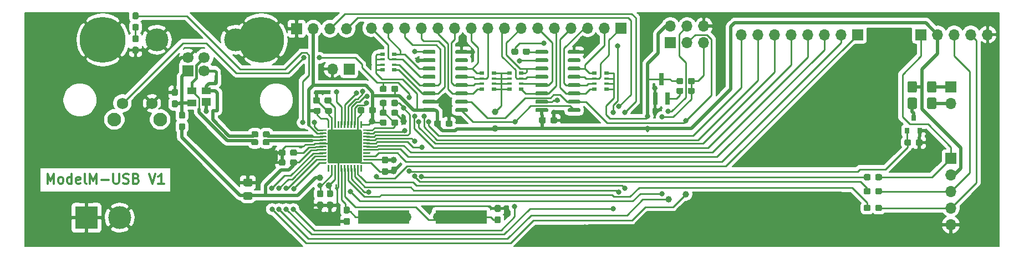
<source format=gtl>
%TF.GenerationSoftware,KiCad,Pcbnew,5.1.6+dfsg1-1~bpo10+1*%
%TF.CreationDate,2020-07-04T22:20:21+02:00*%
%TF.ProjectId,Model-M-USB,4d6f6465-6c2d-44d2-9d55-53422e6b6963,rev?*%
%TF.SameCoordinates,Original*%
%TF.FileFunction,Copper,L1,Top*%
%TF.FilePolarity,Positive*%
%FSLAX46Y46*%
G04 Gerber Fmt 4.6, Leading zero omitted, Abs format (unit mm)*
G04 Created by KiCad (PCBNEW 5.1.6+dfsg1-1~bpo10+1) date 2020-07-04 22:20:21*
%MOMM*%
%LPD*%
G01*
G04 APERTURE LIST*
%TA.AperFunction,NonConductor*%
%ADD10C,0.300000*%
%TD*%
%TA.AperFunction,ComponentPad*%
%ADD11C,1.500000*%
%TD*%
%TA.AperFunction,ComponentPad*%
%ADD12O,1.700000X1.700000*%
%TD*%
%TA.AperFunction,ComponentPad*%
%ADD13R,1.700000X1.700000*%
%TD*%
%TA.AperFunction,SMDPad,CuDef*%
%ADD14R,0.800000X0.500000*%
%TD*%
%TA.AperFunction,SMDPad,CuDef*%
%ADD15R,0.800000X0.400000*%
%TD*%
%TA.AperFunction,ComponentPad*%
%ADD16C,3.500000*%
%TD*%
%TA.AperFunction,ComponentPad*%
%ADD17C,1.700000*%
%TD*%
%TA.AperFunction,SMDPad,CuDef*%
%ADD18R,0.800000X0.900000*%
%TD*%
%TA.AperFunction,SMDPad,CuDef*%
%ADD19R,0.800000X1.900000*%
%TD*%
%TA.AperFunction,SMDPad,CuDef*%
%ADD20R,7.875000X2.000000*%
%TD*%
%TA.AperFunction,ComponentPad*%
%ADD21C,2.100000*%
%TD*%
%TA.AperFunction,ComponentPad*%
%ADD22C,1.750000*%
%TD*%
%TA.AperFunction,ComponentPad*%
%ADD23C,3.500120*%
%TD*%
%TA.AperFunction,ComponentPad*%
%ADD24R,3.500120X3.500120*%
%TD*%
%TA.AperFunction,ComponentPad*%
%ADD25C,7.000000*%
%TD*%
%TA.AperFunction,SMDPad,CuDef*%
%ADD26R,1.400000X1.000000*%
%TD*%
%TA.AperFunction,SMDPad,CuDef*%
%ADD27R,1.400000X1.200000*%
%TD*%
%TA.AperFunction,ViaPad*%
%ADD28C,1.000000*%
%TD*%
%TA.AperFunction,ViaPad*%
%ADD29C,0.800000*%
%TD*%
%TA.AperFunction,ViaPad*%
%ADD30C,3.000000*%
%TD*%
%TA.AperFunction,Conductor*%
%ADD31C,0.250000*%
%TD*%
%TA.AperFunction,Conductor*%
%ADD32C,0.500000*%
%TD*%
%TA.AperFunction,Conductor*%
%ADD33C,0.254000*%
%TD*%
%TA.AperFunction,Conductor*%
%ADD34C,0.400000*%
%TD*%
%TA.AperFunction,Conductor*%
%ADD35C,0.200000*%
%TD*%
G04 APERTURE END LIST*
D10*
X44042857Y-86778571D02*
X44042857Y-85278571D01*
X44542857Y-86350000D01*
X45042857Y-85278571D01*
X45042857Y-86778571D01*
X45971428Y-86778571D02*
X45828571Y-86707142D01*
X45757142Y-86635714D01*
X45685714Y-86492857D01*
X45685714Y-86064285D01*
X45757142Y-85921428D01*
X45828571Y-85850000D01*
X45971428Y-85778571D01*
X46185714Y-85778571D01*
X46328571Y-85850000D01*
X46400000Y-85921428D01*
X46471428Y-86064285D01*
X46471428Y-86492857D01*
X46400000Y-86635714D01*
X46328571Y-86707142D01*
X46185714Y-86778571D01*
X45971428Y-86778571D01*
X47757142Y-86778571D02*
X47757142Y-85278571D01*
X47757142Y-86707142D02*
X47614285Y-86778571D01*
X47328571Y-86778571D01*
X47185714Y-86707142D01*
X47114285Y-86635714D01*
X47042857Y-86492857D01*
X47042857Y-86064285D01*
X47114285Y-85921428D01*
X47185714Y-85850000D01*
X47328571Y-85778571D01*
X47614285Y-85778571D01*
X47757142Y-85850000D01*
X49042857Y-86707142D02*
X48900000Y-86778571D01*
X48614285Y-86778571D01*
X48471428Y-86707142D01*
X48400000Y-86564285D01*
X48400000Y-85992857D01*
X48471428Y-85850000D01*
X48614285Y-85778571D01*
X48900000Y-85778571D01*
X49042857Y-85850000D01*
X49114285Y-85992857D01*
X49114285Y-86135714D01*
X48400000Y-86278571D01*
X49971428Y-86778571D02*
X49828571Y-86707142D01*
X49757142Y-86564285D01*
X49757142Y-85278571D01*
X50542857Y-86778571D02*
X50542857Y-85278571D01*
X51042857Y-86350000D01*
X51542857Y-85278571D01*
X51542857Y-86778571D01*
X52257142Y-86207142D02*
X53400000Y-86207142D01*
X54114285Y-85278571D02*
X54114285Y-86492857D01*
X54185714Y-86635714D01*
X54257142Y-86707142D01*
X54400000Y-86778571D01*
X54685714Y-86778571D01*
X54828571Y-86707142D01*
X54900000Y-86635714D01*
X54971428Y-86492857D01*
X54971428Y-85278571D01*
X55614285Y-86707142D02*
X55828571Y-86778571D01*
X56185714Y-86778571D01*
X56328571Y-86707142D01*
X56400000Y-86635714D01*
X56471428Y-86492857D01*
X56471428Y-86350000D01*
X56400000Y-86207142D01*
X56328571Y-86135714D01*
X56185714Y-86064285D01*
X55900000Y-85992857D01*
X55757142Y-85921428D01*
X55685714Y-85850000D01*
X55614285Y-85707142D01*
X55614285Y-85564285D01*
X55685714Y-85421428D01*
X55757142Y-85350000D01*
X55900000Y-85278571D01*
X56257142Y-85278571D01*
X56471428Y-85350000D01*
X57614285Y-85992857D02*
X57828571Y-86064285D01*
X57900000Y-86135714D01*
X57971428Y-86278571D01*
X57971428Y-86492857D01*
X57900000Y-86635714D01*
X57828571Y-86707142D01*
X57685714Y-86778571D01*
X57114285Y-86778571D01*
X57114285Y-85278571D01*
X57614285Y-85278571D01*
X57757142Y-85350000D01*
X57828571Y-85421428D01*
X57900000Y-85564285D01*
X57900000Y-85707142D01*
X57828571Y-85850000D01*
X57757142Y-85921428D01*
X57614285Y-85992857D01*
X57114285Y-85992857D01*
X59542857Y-85278571D02*
X60042857Y-86778571D01*
X60542857Y-85278571D01*
X61828571Y-86778571D02*
X60971428Y-86778571D01*
X61400000Y-86778571D02*
X61400000Y-85278571D01*
X61257142Y-85492857D01*
X61114285Y-85635714D01*
X60971428Y-85707142D01*
D11*
X98820000Y-91900000D03*
X103700000Y-91900000D03*
%TA.AperFunction,SMDPad,CuDef*%
G36*
G01*
X96550000Y-72537500D02*
X96550000Y-72062500D01*
G75*
G02*
X96787500Y-71825000I237500J0D01*
G01*
X97362500Y-71825000D01*
G75*
G02*
X97600000Y-72062500I0J-237500D01*
G01*
X97600000Y-72537500D01*
G75*
G02*
X97362500Y-72775000I-237500J0D01*
G01*
X96787500Y-72775000D01*
G75*
G02*
X96550000Y-72537500I0J237500D01*
G01*
G37*
%TD.AperFunction*%
%TA.AperFunction,SMDPad,CuDef*%
G36*
G01*
X94800000Y-72537500D02*
X94800000Y-72062500D01*
G75*
G02*
X95037500Y-71825000I237500J0D01*
G01*
X95612500Y-71825000D01*
G75*
G02*
X95850000Y-72062500I0J-237500D01*
G01*
X95850000Y-72537500D01*
G75*
G02*
X95612500Y-72775000I-237500J0D01*
G01*
X95037500Y-72775000D01*
G75*
G02*
X94800000Y-72537500I0J237500D01*
G01*
G37*
%TD.AperFunction*%
D12*
X93500000Y-63000000D03*
X96040000Y-63000000D03*
X98580000Y-63000000D03*
X101120000Y-63000000D03*
X103660000Y-63000000D03*
X106200000Y-63000000D03*
X108740000Y-63000000D03*
X111280000Y-63000000D03*
X113820000Y-63000000D03*
X116360000Y-63000000D03*
X118900000Y-63000000D03*
X121440000Y-63000000D03*
X123980000Y-63000000D03*
X126520000Y-63000000D03*
X129060000Y-63000000D03*
D13*
X131600000Y-63000000D03*
%TA.AperFunction,SMDPad,CuDef*%
G36*
G01*
X92450000Y-75312500D02*
X92450000Y-75787500D01*
G75*
G02*
X92212500Y-76025000I-237500J0D01*
G01*
X91637500Y-76025000D01*
G75*
G02*
X91400000Y-75787500I0J237500D01*
G01*
X91400000Y-75312500D01*
G75*
G02*
X91637500Y-75075000I237500J0D01*
G01*
X92212500Y-75075000D01*
G75*
G02*
X92450000Y-75312500I0J-237500D01*
G01*
G37*
%TD.AperFunction*%
%TA.AperFunction,SMDPad,CuDef*%
G36*
G01*
X94200000Y-75312500D02*
X94200000Y-75787500D01*
G75*
G02*
X93962500Y-76025000I-237500J0D01*
G01*
X93387500Y-76025000D01*
G75*
G02*
X93150000Y-75787500I0J237500D01*
G01*
X93150000Y-75312500D01*
G75*
G02*
X93387500Y-75075000I237500J0D01*
G01*
X93962500Y-75075000D01*
G75*
G02*
X94200000Y-75312500I0J-237500D01*
G01*
G37*
%TD.AperFunction*%
D12*
X87560000Y-69250000D03*
D13*
X90100000Y-69250000D03*
%TA.AperFunction,SMDPad,CuDef*%
G36*
G01*
X76950000Y-79487500D02*
X76950000Y-79012500D01*
G75*
G02*
X77187500Y-78775000I237500J0D01*
G01*
X77762500Y-78775000D01*
G75*
G02*
X78000000Y-79012500I0J-237500D01*
G01*
X78000000Y-79487500D01*
G75*
G02*
X77762500Y-79725000I-237500J0D01*
G01*
X77187500Y-79725000D01*
G75*
G02*
X76950000Y-79487500I0J237500D01*
G01*
G37*
%TD.AperFunction*%
%TA.AperFunction,SMDPad,CuDef*%
G36*
G01*
X75200000Y-79487500D02*
X75200000Y-79012500D01*
G75*
G02*
X75437500Y-78775000I237500J0D01*
G01*
X76012500Y-78775000D01*
G75*
G02*
X76250000Y-79012500I0J-237500D01*
G01*
X76250000Y-79487500D01*
G75*
G02*
X76012500Y-79725000I-237500J0D01*
G01*
X75437500Y-79725000D01*
G75*
G02*
X75200000Y-79487500I0J237500D01*
G01*
G37*
%TD.AperFunction*%
%TA.AperFunction,SMDPad,CuDef*%
G36*
G01*
X76925000Y-80687500D02*
X76925000Y-80212500D01*
G75*
G02*
X77162500Y-79975000I237500J0D01*
G01*
X77737500Y-79975000D01*
G75*
G02*
X77975000Y-80212500I0J-237500D01*
G01*
X77975000Y-80687500D01*
G75*
G02*
X77737500Y-80925000I-237500J0D01*
G01*
X77162500Y-80925000D01*
G75*
G02*
X76925000Y-80687500I0J237500D01*
G01*
G37*
%TD.AperFunction*%
%TA.AperFunction,SMDPad,CuDef*%
G36*
G01*
X75175000Y-80687500D02*
X75175000Y-80212500D01*
G75*
G02*
X75412500Y-79975000I237500J0D01*
G01*
X75987500Y-79975000D01*
G75*
G02*
X76225000Y-80212500I0J-237500D01*
G01*
X76225000Y-80687500D01*
G75*
G02*
X75987500Y-80925000I-237500J0D01*
G01*
X75412500Y-80925000D01*
G75*
G02*
X75175000Y-80687500I0J237500D01*
G01*
G37*
%TD.AperFunction*%
D12*
X182000000Y-93080000D03*
X182000000Y-90540000D03*
X182000000Y-88000000D03*
X182000000Y-85460000D03*
D13*
X182000000Y-82920000D03*
%TA.AperFunction,SMDPad,CuDef*%
G36*
G01*
X170450000Y-90737500D02*
X170450000Y-90262500D01*
G75*
G02*
X170687500Y-90025000I237500J0D01*
G01*
X171262500Y-90025000D01*
G75*
G02*
X171500000Y-90262500I0J-237500D01*
G01*
X171500000Y-90737500D01*
G75*
G02*
X171262500Y-90975000I-237500J0D01*
G01*
X170687500Y-90975000D01*
G75*
G02*
X170450000Y-90737500I0J237500D01*
G01*
G37*
%TD.AperFunction*%
%TA.AperFunction,SMDPad,CuDef*%
G36*
G01*
X168700000Y-90737500D02*
X168700000Y-90262500D01*
G75*
G02*
X168937500Y-90025000I237500J0D01*
G01*
X169512500Y-90025000D01*
G75*
G02*
X169750000Y-90262500I0J-237500D01*
G01*
X169750000Y-90737500D01*
G75*
G02*
X169512500Y-90975000I-237500J0D01*
G01*
X168937500Y-90975000D01*
G75*
G02*
X168700000Y-90737500I0J237500D01*
G01*
G37*
%TD.AperFunction*%
%TA.AperFunction,SMDPad,CuDef*%
G36*
G01*
X170450000Y-88187500D02*
X170450000Y-87712500D01*
G75*
G02*
X170687500Y-87475000I237500J0D01*
G01*
X171262500Y-87475000D01*
G75*
G02*
X171500000Y-87712500I0J-237500D01*
G01*
X171500000Y-88187500D01*
G75*
G02*
X171262500Y-88425000I-237500J0D01*
G01*
X170687500Y-88425000D01*
G75*
G02*
X170450000Y-88187500I0J237500D01*
G01*
G37*
%TD.AperFunction*%
%TA.AperFunction,SMDPad,CuDef*%
G36*
G01*
X168700000Y-88187500D02*
X168700000Y-87712500D01*
G75*
G02*
X168937500Y-87475000I237500J0D01*
G01*
X169512500Y-87475000D01*
G75*
G02*
X169750000Y-87712500I0J-237500D01*
G01*
X169750000Y-88187500D01*
G75*
G02*
X169512500Y-88425000I-237500J0D01*
G01*
X168937500Y-88425000D01*
G75*
G02*
X168700000Y-88187500I0J237500D01*
G01*
G37*
%TD.AperFunction*%
%TA.AperFunction,SMDPad,CuDef*%
G36*
G01*
X170450000Y-86037500D02*
X170450000Y-85562500D01*
G75*
G02*
X170687500Y-85325000I237500J0D01*
G01*
X171262500Y-85325000D01*
G75*
G02*
X171500000Y-85562500I0J-237500D01*
G01*
X171500000Y-86037500D01*
G75*
G02*
X171262500Y-86275000I-237500J0D01*
G01*
X170687500Y-86275000D01*
G75*
G02*
X170450000Y-86037500I0J237500D01*
G01*
G37*
%TD.AperFunction*%
%TA.AperFunction,SMDPad,CuDef*%
G36*
G01*
X168700000Y-86037500D02*
X168700000Y-85562500D01*
G75*
G02*
X168937500Y-85325000I237500J0D01*
G01*
X169512500Y-85325000D01*
G75*
G02*
X169750000Y-85562500I0J-237500D01*
G01*
X169750000Y-86037500D01*
G75*
G02*
X169512500Y-86275000I-237500J0D01*
G01*
X168937500Y-86275000D01*
G75*
G02*
X168700000Y-86037500I0J237500D01*
G01*
G37*
%TD.AperFunction*%
%TA.AperFunction,SMDPad,CuDef*%
G36*
G01*
X120500000Y-75395000D02*
X120500000Y-75695000D01*
G75*
G02*
X120350000Y-75845000I-150000J0D01*
G01*
X118700000Y-75845000D01*
G75*
G02*
X118550000Y-75695000I0J150000D01*
G01*
X118550000Y-75395000D01*
G75*
G02*
X118700000Y-75245000I150000J0D01*
G01*
X120350000Y-75245000D01*
G75*
G02*
X120500000Y-75395000I0J-150000D01*
G01*
G37*
%TD.AperFunction*%
%TA.AperFunction,SMDPad,CuDef*%
G36*
G01*
X120500000Y-74125000D02*
X120500000Y-74425000D01*
G75*
G02*
X120350000Y-74575000I-150000J0D01*
G01*
X118700000Y-74575000D01*
G75*
G02*
X118550000Y-74425000I0J150000D01*
G01*
X118550000Y-74125000D01*
G75*
G02*
X118700000Y-73975000I150000J0D01*
G01*
X120350000Y-73975000D01*
G75*
G02*
X120500000Y-74125000I0J-150000D01*
G01*
G37*
%TD.AperFunction*%
%TA.AperFunction,SMDPad,CuDef*%
G36*
G01*
X120500000Y-72855000D02*
X120500000Y-73155000D01*
G75*
G02*
X120350000Y-73305000I-150000J0D01*
G01*
X118700000Y-73305000D01*
G75*
G02*
X118550000Y-73155000I0J150000D01*
G01*
X118550000Y-72855000D01*
G75*
G02*
X118700000Y-72705000I150000J0D01*
G01*
X120350000Y-72705000D01*
G75*
G02*
X120500000Y-72855000I0J-150000D01*
G01*
G37*
%TD.AperFunction*%
%TA.AperFunction,SMDPad,CuDef*%
G36*
G01*
X120500000Y-71585000D02*
X120500000Y-71885000D01*
G75*
G02*
X120350000Y-72035000I-150000J0D01*
G01*
X118700000Y-72035000D01*
G75*
G02*
X118550000Y-71885000I0J150000D01*
G01*
X118550000Y-71585000D01*
G75*
G02*
X118700000Y-71435000I150000J0D01*
G01*
X120350000Y-71435000D01*
G75*
G02*
X120500000Y-71585000I0J-150000D01*
G01*
G37*
%TD.AperFunction*%
%TA.AperFunction,SMDPad,CuDef*%
G36*
G01*
X120500000Y-70315000D02*
X120500000Y-70615000D01*
G75*
G02*
X120350000Y-70765000I-150000J0D01*
G01*
X118700000Y-70765000D01*
G75*
G02*
X118550000Y-70615000I0J150000D01*
G01*
X118550000Y-70315000D01*
G75*
G02*
X118700000Y-70165000I150000J0D01*
G01*
X120350000Y-70165000D01*
G75*
G02*
X120500000Y-70315000I0J-150000D01*
G01*
G37*
%TD.AperFunction*%
%TA.AperFunction,SMDPad,CuDef*%
G36*
G01*
X120500000Y-69045000D02*
X120500000Y-69345000D01*
G75*
G02*
X120350000Y-69495000I-150000J0D01*
G01*
X118700000Y-69495000D01*
G75*
G02*
X118550000Y-69345000I0J150000D01*
G01*
X118550000Y-69045000D01*
G75*
G02*
X118700000Y-68895000I150000J0D01*
G01*
X120350000Y-68895000D01*
G75*
G02*
X120500000Y-69045000I0J-150000D01*
G01*
G37*
%TD.AperFunction*%
%TA.AperFunction,SMDPad,CuDef*%
G36*
G01*
X120500000Y-67775000D02*
X120500000Y-68075000D01*
G75*
G02*
X120350000Y-68225000I-150000J0D01*
G01*
X118700000Y-68225000D01*
G75*
G02*
X118550000Y-68075000I0J150000D01*
G01*
X118550000Y-67775000D01*
G75*
G02*
X118700000Y-67625000I150000J0D01*
G01*
X120350000Y-67625000D01*
G75*
G02*
X120500000Y-67775000I0J-150000D01*
G01*
G37*
%TD.AperFunction*%
%TA.AperFunction,SMDPad,CuDef*%
G36*
G01*
X120500000Y-66505000D02*
X120500000Y-66805000D01*
G75*
G02*
X120350000Y-66955000I-150000J0D01*
G01*
X118700000Y-66955000D01*
G75*
G02*
X118550000Y-66805000I0J150000D01*
G01*
X118550000Y-66505000D01*
G75*
G02*
X118700000Y-66355000I150000J0D01*
G01*
X120350000Y-66355000D01*
G75*
G02*
X120500000Y-66505000I0J-150000D01*
G01*
G37*
%TD.AperFunction*%
%TA.AperFunction,SMDPad,CuDef*%
G36*
G01*
X125450000Y-66505000D02*
X125450000Y-66805000D01*
G75*
G02*
X125300000Y-66955000I-150000J0D01*
G01*
X123650000Y-66955000D01*
G75*
G02*
X123500000Y-66805000I0J150000D01*
G01*
X123500000Y-66505000D01*
G75*
G02*
X123650000Y-66355000I150000J0D01*
G01*
X125300000Y-66355000D01*
G75*
G02*
X125450000Y-66505000I0J-150000D01*
G01*
G37*
%TD.AperFunction*%
%TA.AperFunction,SMDPad,CuDef*%
G36*
G01*
X125450000Y-67775000D02*
X125450000Y-68075000D01*
G75*
G02*
X125300000Y-68225000I-150000J0D01*
G01*
X123650000Y-68225000D01*
G75*
G02*
X123500000Y-68075000I0J150000D01*
G01*
X123500000Y-67775000D01*
G75*
G02*
X123650000Y-67625000I150000J0D01*
G01*
X125300000Y-67625000D01*
G75*
G02*
X125450000Y-67775000I0J-150000D01*
G01*
G37*
%TD.AperFunction*%
%TA.AperFunction,SMDPad,CuDef*%
G36*
G01*
X125450000Y-69045000D02*
X125450000Y-69345000D01*
G75*
G02*
X125300000Y-69495000I-150000J0D01*
G01*
X123650000Y-69495000D01*
G75*
G02*
X123500000Y-69345000I0J150000D01*
G01*
X123500000Y-69045000D01*
G75*
G02*
X123650000Y-68895000I150000J0D01*
G01*
X125300000Y-68895000D01*
G75*
G02*
X125450000Y-69045000I0J-150000D01*
G01*
G37*
%TD.AperFunction*%
%TA.AperFunction,SMDPad,CuDef*%
G36*
G01*
X125450000Y-70315000D02*
X125450000Y-70615000D01*
G75*
G02*
X125300000Y-70765000I-150000J0D01*
G01*
X123650000Y-70765000D01*
G75*
G02*
X123500000Y-70615000I0J150000D01*
G01*
X123500000Y-70315000D01*
G75*
G02*
X123650000Y-70165000I150000J0D01*
G01*
X125300000Y-70165000D01*
G75*
G02*
X125450000Y-70315000I0J-150000D01*
G01*
G37*
%TD.AperFunction*%
%TA.AperFunction,SMDPad,CuDef*%
G36*
G01*
X125450000Y-71585000D02*
X125450000Y-71885000D01*
G75*
G02*
X125300000Y-72035000I-150000J0D01*
G01*
X123650000Y-72035000D01*
G75*
G02*
X123500000Y-71885000I0J150000D01*
G01*
X123500000Y-71585000D01*
G75*
G02*
X123650000Y-71435000I150000J0D01*
G01*
X125300000Y-71435000D01*
G75*
G02*
X125450000Y-71585000I0J-150000D01*
G01*
G37*
%TD.AperFunction*%
%TA.AperFunction,SMDPad,CuDef*%
G36*
G01*
X125450000Y-72855000D02*
X125450000Y-73155000D01*
G75*
G02*
X125300000Y-73305000I-150000J0D01*
G01*
X123650000Y-73305000D01*
G75*
G02*
X123500000Y-73155000I0J150000D01*
G01*
X123500000Y-72855000D01*
G75*
G02*
X123650000Y-72705000I150000J0D01*
G01*
X125300000Y-72705000D01*
G75*
G02*
X125450000Y-72855000I0J-150000D01*
G01*
G37*
%TD.AperFunction*%
%TA.AperFunction,SMDPad,CuDef*%
G36*
G01*
X125450000Y-74125000D02*
X125450000Y-74425000D01*
G75*
G02*
X125300000Y-74575000I-150000J0D01*
G01*
X123650000Y-74575000D01*
G75*
G02*
X123500000Y-74425000I0J150000D01*
G01*
X123500000Y-74125000D01*
G75*
G02*
X123650000Y-73975000I150000J0D01*
G01*
X125300000Y-73975000D01*
G75*
G02*
X125450000Y-74125000I0J-150000D01*
G01*
G37*
%TD.AperFunction*%
%TA.AperFunction,SMDPad,CuDef*%
G36*
G01*
X125450000Y-75395000D02*
X125450000Y-75695000D01*
G75*
G02*
X125300000Y-75845000I-150000J0D01*
G01*
X123650000Y-75845000D01*
G75*
G02*
X123500000Y-75695000I0J150000D01*
G01*
X123500000Y-75395000D01*
G75*
G02*
X123650000Y-75245000I150000J0D01*
G01*
X125300000Y-75245000D01*
G75*
G02*
X125450000Y-75395000I0J-150000D01*
G01*
G37*
%TD.AperFunction*%
%TA.AperFunction,SMDPad,CuDef*%
G36*
G01*
X176650000Y-80737500D02*
X176650000Y-80262500D01*
G75*
G02*
X176887500Y-80025000I237500J0D01*
G01*
X177462500Y-80025000D01*
G75*
G02*
X177700000Y-80262500I0J-237500D01*
G01*
X177700000Y-80737500D01*
G75*
G02*
X177462500Y-80975000I-237500J0D01*
G01*
X176887500Y-80975000D01*
G75*
G02*
X176650000Y-80737500I0J237500D01*
G01*
G37*
%TD.AperFunction*%
%TA.AperFunction,SMDPad,CuDef*%
G36*
G01*
X174900000Y-80737500D02*
X174900000Y-80262500D01*
G75*
G02*
X175137500Y-80025000I237500J0D01*
G01*
X175712500Y-80025000D01*
G75*
G02*
X175950000Y-80262500I0J-237500D01*
G01*
X175950000Y-80737500D01*
G75*
G02*
X175712500Y-80975000I-237500J0D01*
G01*
X175137500Y-80975000D01*
G75*
G02*
X174900000Y-80737500I0J237500D01*
G01*
G37*
%TD.AperFunction*%
D14*
X129400000Y-72300000D03*
D15*
X129400000Y-71500000D03*
D14*
X129400000Y-69900000D03*
D15*
X129400000Y-70700000D03*
D14*
X127600000Y-72300000D03*
D15*
X127600000Y-70700000D03*
X127600000Y-71500000D03*
D14*
X127600000Y-69900000D03*
%TA.AperFunction,SMDPad,CuDef*%
G36*
G01*
X80400000Y-83312500D02*
X80400000Y-83787500D01*
G75*
G02*
X80162500Y-84025000I-237500J0D01*
G01*
X79587500Y-84025000D01*
G75*
G02*
X79350000Y-83787500I0J237500D01*
G01*
X79350000Y-83312500D01*
G75*
G02*
X79587500Y-83075000I237500J0D01*
G01*
X80162500Y-83075000D01*
G75*
G02*
X80400000Y-83312500I0J-237500D01*
G01*
G37*
%TD.AperFunction*%
%TA.AperFunction,SMDPad,CuDef*%
G36*
G01*
X82150000Y-83312500D02*
X82150000Y-83787500D01*
G75*
G02*
X81912500Y-84025000I-237500J0D01*
G01*
X81337500Y-84025000D01*
G75*
G02*
X81100000Y-83787500I0J237500D01*
G01*
X81100000Y-83312500D01*
G75*
G02*
X81337500Y-83075000I237500J0D01*
G01*
X81912500Y-83075000D01*
G75*
G02*
X82150000Y-83312500I0J-237500D01*
G01*
G37*
%TD.AperFunction*%
%TA.AperFunction,SMDPad,CuDef*%
G36*
G01*
X89987500Y-91350000D02*
X89512500Y-91350000D01*
G75*
G02*
X89275000Y-91112500I0J237500D01*
G01*
X89275000Y-90537500D01*
G75*
G02*
X89512500Y-90300000I237500J0D01*
G01*
X89987500Y-90300000D01*
G75*
G02*
X90225000Y-90537500I0J-237500D01*
G01*
X90225000Y-91112500D01*
G75*
G02*
X89987500Y-91350000I-237500J0D01*
G01*
G37*
%TD.AperFunction*%
%TA.AperFunction,SMDPad,CuDef*%
G36*
G01*
X89987500Y-93100000D02*
X89512500Y-93100000D01*
G75*
G02*
X89275000Y-92862500I0J237500D01*
G01*
X89275000Y-92287500D01*
G75*
G02*
X89512500Y-92050000I237500J0D01*
G01*
X89987500Y-92050000D01*
G75*
G02*
X90225000Y-92287500I0J-237500D01*
G01*
X90225000Y-92862500D01*
G75*
G02*
X89987500Y-93100000I-237500J0D01*
G01*
G37*
%TD.AperFunction*%
D16*
X72770000Y-64790000D03*
X60730000Y-64790000D03*
D17*
X65500000Y-67500000D03*
X68000000Y-67500000D03*
X68000000Y-69500000D03*
D13*
X65500000Y-69500000D03*
D12*
X182000000Y-74540000D03*
D13*
X182000000Y-72000000D03*
D12*
X187620000Y-64000000D03*
X185080000Y-64000000D03*
X182540000Y-64000000D03*
X180000000Y-64000000D03*
D13*
X177460000Y-64000000D03*
%TA.AperFunction,SMDPad,CuDef*%
G36*
G01*
X178375000Y-75125000D02*
X178375000Y-73875000D01*
G75*
G02*
X178625000Y-73625000I250000J0D01*
G01*
X179550000Y-73625000D01*
G75*
G02*
X179800000Y-73875000I0J-250000D01*
G01*
X179800000Y-75125000D01*
G75*
G02*
X179550000Y-75375000I-250000J0D01*
G01*
X178625000Y-75375000D01*
G75*
G02*
X178375000Y-75125000I0J250000D01*
G01*
G37*
%TD.AperFunction*%
%TA.AperFunction,SMDPad,CuDef*%
G36*
G01*
X175400000Y-75125000D02*
X175400000Y-73875000D01*
G75*
G02*
X175650000Y-73625000I250000J0D01*
G01*
X176575000Y-73625000D01*
G75*
G02*
X176825000Y-73875000I0J-250000D01*
G01*
X176825000Y-75125000D01*
G75*
G02*
X176575000Y-75375000I-250000J0D01*
G01*
X175650000Y-75375000D01*
G75*
G02*
X175400000Y-75125000I0J250000D01*
G01*
G37*
%TD.AperFunction*%
%TA.AperFunction,SMDPad,CuDef*%
G36*
G01*
X178375000Y-72625000D02*
X178375000Y-71375000D01*
G75*
G02*
X178625000Y-71125000I250000J0D01*
G01*
X179550000Y-71125000D01*
G75*
G02*
X179800000Y-71375000I0J-250000D01*
G01*
X179800000Y-72625000D01*
G75*
G02*
X179550000Y-72875000I-250000J0D01*
G01*
X178625000Y-72875000D01*
G75*
G02*
X178375000Y-72625000I0J250000D01*
G01*
G37*
%TD.AperFunction*%
%TA.AperFunction,SMDPad,CuDef*%
G36*
G01*
X175400000Y-72625000D02*
X175400000Y-71375000D01*
G75*
G02*
X175650000Y-71125000I250000J0D01*
G01*
X176575000Y-71125000D01*
G75*
G02*
X176825000Y-71375000I0J-250000D01*
G01*
X176825000Y-72625000D01*
G75*
G02*
X176575000Y-72875000I-250000J0D01*
G01*
X175650000Y-72875000D01*
G75*
G02*
X175400000Y-72625000I0J250000D01*
G01*
G37*
%TD.AperFunction*%
D18*
X176300000Y-76700000D03*
X177250000Y-78700000D03*
X175350000Y-78700000D03*
%TA.AperFunction,SMDPad,CuDef*%
G36*
G01*
X85937500Y-88850000D02*
X85462500Y-88850000D01*
G75*
G02*
X85225000Y-88612500I0J237500D01*
G01*
X85225000Y-88037500D01*
G75*
G02*
X85462500Y-87800000I237500J0D01*
G01*
X85937500Y-87800000D01*
G75*
G02*
X86175000Y-88037500I0J-237500D01*
G01*
X86175000Y-88612500D01*
G75*
G02*
X85937500Y-88850000I-237500J0D01*
G01*
G37*
%TD.AperFunction*%
%TA.AperFunction,SMDPad,CuDef*%
G36*
G01*
X85937500Y-90600000D02*
X85462500Y-90600000D01*
G75*
G02*
X85225000Y-90362500I0J237500D01*
G01*
X85225000Y-89787500D01*
G75*
G02*
X85462500Y-89550000I237500J0D01*
G01*
X85937500Y-89550000D01*
G75*
G02*
X86175000Y-89787500I0J-237500D01*
G01*
X86175000Y-90362500D01*
G75*
G02*
X85937500Y-90600000I-237500J0D01*
G01*
G37*
%TD.AperFunction*%
D19*
X137800000Y-70800000D03*
X138750000Y-73800000D03*
X136850000Y-73800000D03*
%TA.AperFunction,SMDPad,CuDef*%
G36*
G01*
X141150000Y-72362500D02*
X141150000Y-72837500D01*
G75*
G02*
X140912500Y-73075000I-237500J0D01*
G01*
X140337500Y-73075000D01*
G75*
G02*
X140100000Y-72837500I0J237500D01*
G01*
X140100000Y-72362500D01*
G75*
G02*
X140337500Y-72125000I237500J0D01*
G01*
X140912500Y-72125000D01*
G75*
G02*
X141150000Y-72362500I0J-237500D01*
G01*
G37*
%TD.AperFunction*%
%TA.AperFunction,SMDPad,CuDef*%
G36*
G01*
X142900000Y-72362500D02*
X142900000Y-72837500D01*
G75*
G02*
X142662500Y-73075000I-237500J0D01*
G01*
X142087500Y-73075000D01*
G75*
G02*
X141850000Y-72837500I0J237500D01*
G01*
X141850000Y-72362500D01*
G75*
G02*
X142087500Y-72125000I237500J0D01*
G01*
X142662500Y-72125000D01*
G75*
G02*
X142900000Y-72362500I0J-237500D01*
G01*
G37*
%TD.AperFunction*%
%TA.AperFunction,SMDPad,CuDef*%
G36*
G01*
X95850000Y-74212500D02*
X95850000Y-74687500D01*
G75*
G02*
X95612500Y-74925000I-237500J0D01*
G01*
X95037500Y-74925000D01*
G75*
G02*
X94800000Y-74687500I0J237500D01*
G01*
X94800000Y-74212500D01*
G75*
G02*
X95037500Y-73975000I237500J0D01*
G01*
X95612500Y-73975000D01*
G75*
G02*
X95850000Y-74212500I0J-237500D01*
G01*
G37*
%TD.AperFunction*%
%TA.AperFunction,SMDPad,CuDef*%
G36*
G01*
X97600000Y-74212500D02*
X97600000Y-74687500D01*
G75*
G02*
X97362500Y-74925000I-237500J0D01*
G01*
X96787500Y-74925000D01*
G75*
G02*
X96550000Y-74687500I0J237500D01*
G01*
X96550000Y-74212500D01*
G75*
G02*
X96787500Y-73975000I237500J0D01*
G01*
X97362500Y-73975000D01*
G75*
G02*
X97600000Y-74212500I0J-237500D01*
G01*
G37*
%TD.AperFunction*%
%TA.AperFunction,SMDPad,CuDef*%
G36*
G01*
X57737500Y-65150000D02*
X57262500Y-65150000D01*
G75*
G02*
X57025000Y-64912500I0J237500D01*
G01*
X57025000Y-64337500D01*
G75*
G02*
X57262500Y-64100000I237500J0D01*
G01*
X57737500Y-64100000D01*
G75*
G02*
X57975000Y-64337500I0J-237500D01*
G01*
X57975000Y-64912500D01*
G75*
G02*
X57737500Y-65150000I-237500J0D01*
G01*
G37*
%TD.AperFunction*%
%TA.AperFunction,SMDPad,CuDef*%
G36*
G01*
X57737500Y-66900000D02*
X57262500Y-66900000D01*
G75*
G02*
X57025000Y-66662500I0J237500D01*
G01*
X57025000Y-66087500D01*
G75*
G02*
X57262500Y-65850000I237500J0D01*
G01*
X57737500Y-65850000D01*
G75*
G02*
X57975000Y-66087500I0J-237500D01*
G01*
X57975000Y-66662500D01*
G75*
G02*
X57737500Y-66900000I-237500J0D01*
G01*
G37*
%TD.AperFunction*%
%TA.AperFunction,SMDPad,CuDef*%
G36*
G01*
X57737500Y-61650000D02*
X57262500Y-61650000D01*
G75*
G02*
X57025000Y-61412500I0J237500D01*
G01*
X57025000Y-60837500D01*
G75*
G02*
X57262500Y-60600000I237500J0D01*
G01*
X57737500Y-60600000D01*
G75*
G02*
X57975000Y-60837500I0J-237500D01*
G01*
X57975000Y-61412500D01*
G75*
G02*
X57737500Y-61650000I-237500J0D01*
G01*
G37*
%TD.AperFunction*%
%TA.AperFunction,SMDPad,CuDef*%
G36*
G01*
X57737500Y-63400000D02*
X57262500Y-63400000D01*
G75*
G02*
X57025000Y-63162500I0J237500D01*
G01*
X57025000Y-62587500D01*
G75*
G02*
X57262500Y-62350000I237500J0D01*
G01*
X57737500Y-62350000D01*
G75*
G02*
X57975000Y-62587500I0J-237500D01*
G01*
X57975000Y-63162500D01*
G75*
G02*
X57737500Y-63400000I-237500J0D01*
G01*
G37*
%TD.AperFunction*%
%TA.AperFunction,SMDPad,CuDef*%
G36*
G01*
X120850000Y-77337500D02*
X120850000Y-76862500D01*
G75*
G02*
X121087500Y-76625000I237500J0D01*
G01*
X121662500Y-76625000D01*
G75*
G02*
X121900000Y-76862500I0J-237500D01*
G01*
X121900000Y-77337500D01*
G75*
G02*
X121662500Y-77575000I-237500J0D01*
G01*
X121087500Y-77575000D01*
G75*
G02*
X120850000Y-77337500I0J237500D01*
G01*
G37*
%TD.AperFunction*%
%TA.AperFunction,SMDPad,CuDef*%
G36*
G01*
X119100000Y-77337500D02*
X119100000Y-76862500D01*
G75*
G02*
X119337500Y-76625000I237500J0D01*
G01*
X119912500Y-76625000D01*
G75*
G02*
X120150000Y-76862500I0J-237500D01*
G01*
X120150000Y-77337500D01*
G75*
G02*
X119912500Y-77575000I-237500J0D01*
G01*
X119337500Y-77575000D01*
G75*
G02*
X119100000Y-77337500I0J237500D01*
G01*
G37*
%TD.AperFunction*%
%TA.AperFunction,SMDPad,CuDef*%
G36*
G01*
X104850000Y-77837500D02*
X104850000Y-77362500D01*
G75*
G02*
X105087500Y-77125000I237500J0D01*
G01*
X105662500Y-77125000D01*
G75*
G02*
X105900000Y-77362500I0J-237500D01*
G01*
X105900000Y-77837500D01*
G75*
G02*
X105662500Y-78075000I-237500J0D01*
G01*
X105087500Y-78075000D01*
G75*
G02*
X104850000Y-77837500I0J237500D01*
G01*
G37*
%TD.AperFunction*%
%TA.AperFunction,SMDPad,CuDef*%
G36*
G01*
X103100000Y-77837500D02*
X103100000Y-77362500D01*
G75*
G02*
X103337500Y-77125000I237500J0D01*
G01*
X103912500Y-77125000D01*
G75*
G02*
X104150000Y-77362500I0J-237500D01*
G01*
X104150000Y-77837500D01*
G75*
G02*
X103912500Y-78075000I-237500J0D01*
G01*
X103337500Y-78075000D01*
G75*
G02*
X103100000Y-77837500I0J237500D01*
G01*
G37*
%TD.AperFunction*%
%TA.AperFunction,SMDPad,CuDef*%
G36*
G01*
X103300000Y-75395000D02*
X103300000Y-75695000D01*
G75*
G02*
X103150000Y-75845000I-150000J0D01*
G01*
X101500000Y-75845000D01*
G75*
G02*
X101350000Y-75695000I0J150000D01*
G01*
X101350000Y-75395000D01*
G75*
G02*
X101500000Y-75245000I150000J0D01*
G01*
X103150000Y-75245000D01*
G75*
G02*
X103300000Y-75395000I0J-150000D01*
G01*
G37*
%TD.AperFunction*%
%TA.AperFunction,SMDPad,CuDef*%
G36*
G01*
X103300000Y-74125000D02*
X103300000Y-74425000D01*
G75*
G02*
X103150000Y-74575000I-150000J0D01*
G01*
X101500000Y-74575000D01*
G75*
G02*
X101350000Y-74425000I0J150000D01*
G01*
X101350000Y-74125000D01*
G75*
G02*
X101500000Y-73975000I150000J0D01*
G01*
X103150000Y-73975000D01*
G75*
G02*
X103300000Y-74125000I0J-150000D01*
G01*
G37*
%TD.AperFunction*%
%TA.AperFunction,SMDPad,CuDef*%
G36*
G01*
X103300000Y-72855000D02*
X103300000Y-73155000D01*
G75*
G02*
X103150000Y-73305000I-150000J0D01*
G01*
X101500000Y-73305000D01*
G75*
G02*
X101350000Y-73155000I0J150000D01*
G01*
X101350000Y-72855000D01*
G75*
G02*
X101500000Y-72705000I150000J0D01*
G01*
X103150000Y-72705000D01*
G75*
G02*
X103300000Y-72855000I0J-150000D01*
G01*
G37*
%TD.AperFunction*%
%TA.AperFunction,SMDPad,CuDef*%
G36*
G01*
X103300000Y-71585000D02*
X103300000Y-71885000D01*
G75*
G02*
X103150000Y-72035000I-150000J0D01*
G01*
X101500000Y-72035000D01*
G75*
G02*
X101350000Y-71885000I0J150000D01*
G01*
X101350000Y-71585000D01*
G75*
G02*
X101500000Y-71435000I150000J0D01*
G01*
X103150000Y-71435000D01*
G75*
G02*
X103300000Y-71585000I0J-150000D01*
G01*
G37*
%TD.AperFunction*%
%TA.AperFunction,SMDPad,CuDef*%
G36*
G01*
X103300000Y-70315000D02*
X103300000Y-70615000D01*
G75*
G02*
X103150000Y-70765000I-150000J0D01*
G01*
X101500000Y-70765000D01*
G75*
G02*
X101350000Y-70615000I0J150000D01*
G01*
X101350000Y-70315000D01*
G75*
G02*
X101500000Y-70165000I150000J0D01*
G01*
X103150000Y-70165000D01*
G75*
G02*
X103300000Y-70315000I0J-150000D01*
G01*
G37*
%TD.AperFunction*%
%TA.AperFunction,SMDPad,CuDef*%
G36*
G01*
X103300000Y-69045000D02*
X103300000Y-69345000D01*
G75*
G02*
X103150000Y-69495000I-150000J0D01*
G01*
X101500000Y-69495000D01*
G75*
G02*
X101350000Y-69345000I0J150000D01*
G01*
X101350000Y-69045000D01*
G75*
G02*
X101500000Y-68895000I150000J0D01*
G01*
X103150000Y-68895000D01*
G75*
G02*
X103300000Y-69045000I0J-150000D01*
G01*
G37*
%TD.AperFunction*%
%TA.AperFunction,SMDPad,CuDef*%
G36*
G01*
X103300000Y-67775000D02*
X103300000Y-68075000D01*
G75*
G02*
X103150000Y-68225000I-150000J0D01*
G01*
X101500000Y-68225000D01*
G75*
G02*
X101350000Y-68075000I0J150000D01*
G01*
X101350000Y-67775000D01*
G75*
G02*
X101500000Y-67625000I150000J0D01*
G01*
X103150000Y-67625000D01*
G75*
G02*
X103300000Y-67775000I0J-150000D01*
G01*
G37*
%TD.AperFunction*%
%TA.AperFunction,SMDPad,CuDef*%
G36*
G01*
X103300000Y-66505000D02*
X103300000Y-66805000D01*
G75*
G02*
X103150000Y-66955000I-150000J0D01*
G01*
X101500000Y-66955000D01*
G75*
G02*
X101350000Y-66805000I0J150000D01*
G01*
X101350000Y-66505000D01*
G75*
G02*
X101500000Y-66355000I150000J0D01*
G01*
X103150000Y-66355000D01*
G75*
G02*
X103300000Y-66505000I0J-150000D01*
G01*
G37*
%TD.AperFunction*%
%TA.AperFunction,SMDPad,CuDef*%
G36*
G01*
X108250000Y-66505000D02*
X108250000Y-66805000D01*
G75*
G02*
X108100000Y-66955000I-150000J0D01*
G01*
X106450000Y-66955000D01*
G75*
G02*
X106300000Y-66805000I0J150000D01*
G01*
X106300000Y-66505000D01*
G75*
G02*
X106450000Y-66355000I150000J0D01*
G01*
X108100000Y-66355000D01*
G75*
G02*
X108250000Y-66505000I0J-150000D01*
G01*
G37*
%TD.AperFunction*%
%TA.AperFunction,SMDPad,CuDef*%
G36*
G01*
X108250000Y-67775000D02*
X108250000Y-68075000D01*
G75*
G02*
X108100000Y-68225000I-150000J0D01*
G01*
X106450000Y-68225000D01*
G75*
G02*
X106300000Y-68075000I0J150000D01*
G01*
X106300000Y-67775000D01*
G75*
G02*
X106450000Y-67625000I150000J0D01*
G01*
X108100000Y-67625000D01*
G75*
G02*
X108250000Y-67775000I0J-150000D01*
G01*
G37*
%TD.AperFunction*%
%TA.AperFunction,SMDPad,CuDef*%
G36*
G01*
X108250000Y-69045000D02*
X108250000Y-69345000D01*
G75*
G02*
X108100000Y-69495000I-150000J0D01*
G01*
X106450000Y-69495000D01*
G75*
G02*
X106300000Y-69345000I0J150000D01*
G01*
X106300000Y-69045000D01*
G75*
G02*
X106450000Y-68895000I150000J0D01*
G01*
X108100000Y-68895000D01*
G75*
G02*
X108250000Y-69045000I0J-150000D01*
G01*
G37*
%TD.AperFunction*%
%TA.AperFunction,SMDPad,CuDef*%
G36*
G01*
X108250000Y-70315000D02*
X108250000Y-70615000D01*
G75*
G02*
X108100000Y-70765000I-150000J0D01*
G01*
X106450000Y-70765000D01*
G75*
G02*
X106300000Y-70615000I0J150000D01*
G01*
X106300000Y-70315000D01*
G75*
G02*
X106450000Y-70165000I150000J0D01*
G01*
X108100000Y-70165000D01*
G75*
G02*
X108250000Y-70315000I0J-150000D01*
G01*
G37*
%TD.AperFunction*%
%TA.AperFunction,SMDPad,CuDef*%
G36*
G01*
X108250000Y-71585000D02*
X108250000Y-71885000D01*
G75*
G02*
X108100000Y-72035000I-150000J0D01*
G01*
X106450000Y-72035000D01*
G75*
G02*
X106300000Y-71885000I0J150000D01*
G01*
X106300000Y-71585000D01*
G75*
G02*
X106450000Y-71435000I150000J0D01*
G01*
X108100000Y-71435000D01*
G75*
G02*
X108250000Y-71585000I0J-150000D01*
G01*
G37*
%TD.AperFunction*%
%TA.AperFunction,SMDPad,CuDef*%
G36*
G01*
X108250000Y-72855000D02*
X108250000Y-73155000D01*
G75*
G02*
X108100000Y-73305000I-150000J0D01*
G01*
X106450000Y-73305000D01*
G75*
G02*
X106300000Y-73155000I0J150000D01*
G01*
X106300000Y-72855000D01*
G75*
G02*
X106450000Y-72705000I150000J0D01*
G01*
X108100000Y-72705000D01*
G75*
G02*
X108250000Y-72855000I0J-150000D01*
G01*
G37*
%TD.AperFunction*%
%TA.AperFunction,SMDPad,CuDef*%
G36*
G01*
X108250000Y-74125000D02*
X108250000Y-74425000D01*
G75*
G02*
X108100000Y-74575000I-150000J0D01*
G01*
X106450000Y-74575000D01*
G75*
G02*
X106300000Y-74425000I0J150000D01*
G01*
X106300000Y-74125000D01*
G75*
G02*
X106450000Y-73975000I150000J0D01*
G01*
X108100000Y-73975000D01*
G75*
G02*
X108250000Y-74125000I0J-150000D01*
G01*
G37*
%TD.AperFunction*%
%TA.AperFunction,SMDPad,CuDef*%
G36*
G01*
X108250000Y-75395000D02*
X108250000Y-75695000D01*
G75*
G02*
X108100000Y-75845000I-150000J0D01*
G01*
X106450000Y-75845000D01*
G75*
G02*
X106300000Y-75695000I0J150000D01*
G01*
X106300000Y-75395000D01*
G75*
G02*
X106450000Y-75245000I150000J0D01*
G01*
X108100000Y-75245000D01*
G75*
G02*
X108250000Y-75395000I0J-150000D01*
G01*
G37*
%TD.AperFunction*%
D14*
X114600000Y-69900000D03*
D15*
X114600000Y-70700000D03*
D14*
X114600000Y-72300000D03*
D15*
X114600000Y-71500000D03*
D14*
X116400000Y-69900000D03*
D15*
X116400000Y-71500000D03*
X116400000Y-70700000D03*
D14*
X116400000Y-72300000D03*
X112200000Y-72300000D03*
D15*
X112200000Y-71500000D03*
D14*
X112200000Y-69900000D03*
D15*
X112200000Y-70700000D03*
D14*
X110400000Y-72300000D03*
D15*
X110400000Y-70700000D03*
X110400000Y-71500000D03*
D14*
X110400000Y-69900000D03*
X95200000Y-67000000D03*
D15*
X95200000Y-67800000D03*
D14*
X95200000Y-69400000D03*
D15*
X95200000Y-68600000D03*
D14*
X97000000Y-67000000D03*
D15*
X97000000Y-68600000D03*
X97000000Y-67800000D03*
D14*
X97000000Y-69400000D03*
%TA.AperFunction,SMDPad,CuDef*%
G36*
G01*
X115950000Y-66362500D02*
X115950000Y-66837500D01*
G75*
G02*
X115712500Y-67075000I-237500J0D01*
G01*
X115137500Y-67075000D01*
G75*
G02*
X114900000Y-66837500I0J237500D01*
G01*
X114900000Y-66362500D01*
G75*
G02*
X115137500Y-66125000I237500J0D01*
G01*
X115712500Y-66125000D01*
G75*
G02*
X115950000Y-66362500I0J-237500D01*
G01*
G37*
%TD.AperFunction*%
%TA.AperFunction,SMDPad,CuDef*%
G36*
G01*
X117700000Y-66362500D02*
X117700000Y-66837500D01*
G75*
G02*
X117462500Y-67075000I-237500J0D01*
G01*
X116887500Y-67075000D01*
G75*
G02*
X116650000Y-66837500I0J237500D01*
G01*
X116650000Y-66362500D01*
G75*
G02*
X116887500Y-66125000I237500J0D01*
G01*
X117462500Y-66125000D01*
G75*
G02*
X117700000Y-66362500I0J-237500D01*
G01*
G37*
%TD.AperFunction*%
D12*
X89720000Y-63100000D03*
X87180000Y-63100000D03*
X84640000Y-63100000D03*
D13*
X82100000Y-63100000D03*
%TA.AperFunction,SMDPad,CuDef*%
G36*
G01*
X64362500Y-77550000D02*
X64837500Y-77550000D01*
G75*
G02*
X65075000Y-77787500I0J-237500D01*
G01*
X65075000Y-78362500D01*
G75*
G02*
X64837500Y-78600000I-237500J0D01*
G01*
X64362500Y-78600000D01*
G75*
G02*
X64125000Y-78362500I0J237500D01*
G01*
X64125000Y-77787500D01*
G75*
G02*
X64362500Y-77550000I237500J0D01*
G01*
G37*
%TD.AperFunction*%
%TA.AperFunction,SMDPad,CuDef*%
G36*
G01*
X64362500Y-75800000D02*
X64837500Y-75800000D01*
G75*
G02*
X65075000Y-76037500I0J-237500D01*
G01*
X65075000Y-76612500D01*
G75*
G02*
X64837500Y-76850000I-237500J0D01*
G01*
X64362500Y-76850000D01*
G75*
G02*
X64125000Y-76612500I0J237500D01*
G01*
X64125000Y-76037500D01*
G75*
G02*
X64362500Y-75800000I237500J0D01*
G01*
G37*
%TD.AperFunction*%
D12*
X144280000Y-62700000D03*
X144280000Y-65240000D03*
X141740000Y-62700000D03*
X141740000Y-65240000D03*
X139200000Y-62700000D03*
D13*
X139200000Y-65240000D03*
%TA.AperFunction,SMDPad,CuDef*%
G36*
G01*
X63737500Y-73350000D02*
X63262500Y-73350000D01*
G75*
G02*
X63025000Y-73112500I0J237500D01*
G01*
X63025000Y-72537500D01*
G75*
G02*
X63262500Y-72300000I237500J0D01*
G01*
X63737500Y-72300000D01*
G75*
G02*
X63975000Y-72537500I0J-237500D01*
G01*
X63975000Y-73112500D01*
G75*
G02*
X63737500Y-73350000I-237500J0D01*
G01*
G37*
%TD.AperFunction*%
%TA.AperFunction,SMDPad,CuDef*%
G36*
G01*
X63737500Y-75100000D02*
X63262500Y-75100000D01*
G75*
G02*
X63025000Y-74862500I0J237500D01*
G01*
X63025000Y-74287500D01*
G75*
G02*
X63262500Y-74050000I237500J0D01*
G01*
X63737500Y-74050000D01*
G75*
G02*
X63975000Y-74287500I0J-237500D01*
G01*
X63975000Y-74862500D01*
G75*
G02*
X63737500Y-75100000I-237500J0D01*
G01*
G37*
%TD.AperFunction*%
%TA.AperFunction,SMDPad,CuDef*%
G36*
G01*
X85650000Y-73812500D02*
X85650000Y-74287500D01*
G75*
G02*
X85412500Y-74525000I-237500J0D01*
G01*
X84837500Y-74525000D01*
G75*
G02*
X84600000Y-74287500I0J237500D01*
G01*
X84600000Y-73812500D01*
G75*
G02*
X84837500Y-73575000I237500J0D01*
G01*
X85412500Y-73575000D01*
G75*
G02*
X85650000Y-73812500I0J-237500D01*
G01*
G37*
%TD.AperFunction*%
%TA.AperFunction,SMDPad,CuDef*%
G36*
G01*
X87400000Y-73812500D02*
X87400000Y-74287500D01*
G75*
G02*
X87162500Y-74525000I-237500J0D01*
G01*
X86587500Y-74525000D01*
G75*
G02*
X86350000Y-74287500I0J237500D01*
G01*
X86350000Y-73812500D01*
G75*
G02*
X86587500Y-73575000I237500J0D01*
G01*
X87162500Y-73575000D01*
G75*
G02*
X87400000Y-73812500I0J-237500D01*
G01*
G37*
%TD.AperFunction*%
%TA.AperFunction,SMDPad,CuDef*%
G36*
G01*
X86825000Y-78237500D02*
X86825000Y-77287500D01*
G75*
G02*
X86887500Y-77225000I62500J0D01*
G01*
X87012500Y-77225000D01*
G75*
G02*
X87075000Y-77287500I0J-62500D01*
G01*
X87075000Y-78237500D01*
G75*
G02*
X87012500Y-78300000I-62500J0D01*
G01*
X86887500Y-78300000D01*
G75*
G02*
X86825000Y-78237500I0J62500D01*
G01*
G37*
%TD.AperFunction*%
%TA.AperFunction,SMDPad,CuDef*%
G36*
G01*
X87325000Y-78237500D02*
X87325000Y-77287500D01*
G75*
G02*
X87387500Y-77225000I62500J0D01*
G01*
X87512500Y-77225000D01*
G75*
G02*
X87575000Y-77287500I0J-62500D01*
G01*
X87575000Y-78237500D01*
G75*
G02*
X87512500Y-78300000I-62500J0D01*
G01*
X87387500Y-78300000D01*
G75*
G02*
X87325000Y-78237500I0J62500D01*
G01*
G37*
%TD.AperFunction*%
%TA.AperFunction,SMDPad,CuDef*%
G36*
G01*
X87825000Y-78237500D02*
X87825000Y-77287500D01*
G75*
G02*
X87887500Y-77225000I62500J0D01*
G01*
X88012500Y-77225000D01*
G75*
G02*
X88075000Y-77287500I0J-62500D01*
G01*
X88075000Y-78237500D01*
G75*
G02*
X88012500Y-78300000I-62500J0D01*
G01*
X87887500Y-78300000D01*
G75*
G02*
X87825000Y-78237500I0J62500D01*
G01*
G37*
%TD.AperFunction*%
%TA.AperFunction,SMDPad,CuDef*%
G36*
G01*
X88325000Y-78237500D02*
X88325000Y-77287500D01*
G75*
G02*
X88387500Y-77225000I62500J0D01*
G01*
X88512500Y-77225000D01*
G75*
G02*
X88575000Y-77287500I0J-62500D01*
G01*
X88575000Y-78237500D01*
G75*
G02*
X88512500Y-78300000I-62500J0D01*
G01*
X88387500Y-78300000D01*
G75*
G02*
X88325000Y-78237500I0J62500D01*
G01*
G37*
%TD.AperFunction*%
%TA.AperFunction,SMDPad,CuDef*%
G36*
G01*
X88825000Y-78237500D02*
X88825000Y-77287500D01*
G75*
G02*
X88887500Y-77225000I62500J0D01*
G01*
X89012500Y-77225000D01*
G75*
G02*
X89075000Y-77287500I0J-62500D01*
G01*
X89075000Y-78237500D01*
G75*
G02*
X89012500Y-78300000I-62500J0D01*
G01*
X88887500Y-78300000D01*
G75*
G02*
X88825000Y-78237500I0J62500D01*
G01*
G37*
%TD.AperFunction*%
%TA.AperFunction,SMDPad,CuDef*%
G36*
G01*
X89325000Y-78237500D02*
X89325000Y-77287500D01*
G75*
G02*
X89387500Y-77225000I62500J0D01*
G01*
X89512500Y-77225000D01*
G75*
G02*
X89575000Y-77287500I0J-62500D01*
G01*
X89575000Y-78237500D01*
G75*
G02*
X89512500Y-78300000I-62500J0D01*
G01*
X89387500Y-78300000D01*
G75*
G02*
X89325000Y-78237500I0J62500D01*
G01*
G37*
%TD.AperFunction*%
%TA.AperFunction,SMDPad,CuDef*%
G36*
G01*
X89825000Y-78237500D02*
X89825000Y-77287500D01*
G75*
G02*
X89887500Y-77225000I62500J0D01*
G01*
X90012500Y-77225000D01*
G75*
G02*
X90075000Y-77287500I0J-62500D01*
G01*
X90075000Y-78237500D01*
G75*
G02*
X90012500Y-78300000I-62500J0D01*
G01*
X89887500Y-78300000D01*
G75*
G02*
X89825000Y-78237500I0J62500D01*
G01*
G37*
%TD.AperFunction*%
%TA.AperFunction,SMDPad,CuDef*%
G36*
G01*
X90325000Y-78237500D02*
X90325000Y-77287500D01*
G75*
G02*
X90387500Y-77225000I62500J0D01*
G01*
X90512500Y-77225000D01*
G75*
G02*
X90575000Y-77287500I0J-62500D01*
G01*
X90575000Y-78237500D01*
G75*
G02*
X90512500Y-78300000I-62500J0D01*
G01*
X90387500Y-78300000D01*
G75*
G02*
X90325000Y-78237500I0J62500D01*
G01*
G37*
%TD.AperFunction*%
%TA.AperFunction,SMDPad,CuDef*%
G36*
G01*
X90825000Y-78237500D02*
X90825000Y-77287500D01*
G75*
G02*
X90887500Y-77225000I62500J0D01*
G01*
X91012500Y-77225000D01*
G75*
G02*
X91075000Y-77287500I0J-62500D01*
G01*
X91075000Y-78237500D01*
G75*
G02*
X91012500Y-78300000I-62500J0D01*
G01*
X90887500Y-78300000D01*
G75*
G02*
X90825000Y-78237500I0J62500D01*
G01*
G37*
%TD.AperFunction*%
%TA.AperFunction,SMDPad,CuDef*%
G36*
G01*
X91325000Y-78237500D02*
X91325000Y-77287500D01*
G75*
G02*
X91387500Y-77225000I62500J0D01*
G01*
X91512500Y-77225000D01*
G75*
G02*
X91575000Y-77287500I0J-62500D01*
G01*
X91575000Y-78237500D01*
G75*
G02*
X91512500Y-78300000I-62500J0D01*
G01*
X91387500Y-78300000D01*
G75*
G02*
X91325000Y-78237500I0J62500D01*
G01*
G37*
%TD.AperFunction*%
%TA.AperFunction,SMDPad,CuDef*%
G36*
G01*
X91825000Y-78237500D02*
X91825000Y-77287500D01*
G75*
G02*
X91887500Y-77225000I62500J0D01*
G01*
X92012500Y-77225000D01*
G75*
G02*
X92075000Y-77287500I0J-62500D01*
G01*
X92075000Y-78237500D01*
G75*
G02*
X92012500Y-78300000I-62500J0D01*
G01*
X91887500Y-78300000D01*
G75*
G02*
X91825000Y-78237500I0J62500D01*
G01*
G37*
%TD.AperFunction*%
%TA.AperFunction,SMDPad,CuDef*%
G36*
G01*
X92250000Y-78662500D02*
X92250000Y-78537500D01*
G75*
G02*
X92312500Y-78475000I62500J0D01*
G01*
X93262500Y-78475000D01*
G75*
G02*
X93325000Y-78537500I0J-62500D01*
G01*
X93325000Y-78662500D01*
G75*
G02*
X93262500Y-78725000I-62500J0D01*
G01*
X92312500Y-78725000D01*
G75*
G02*
X92250000Y-78662500I0J62500D01*
G01*
G37*
%TD.AperFunction*%
%TA.AperFunction,SMDPad,CuDef*%
G36*
G01*
X92250000Y-79162500D02*
X92250000Y-79037500D01*
G75*
G02*
X92312500Y-78975000I62500J0D01*
G01*
X93262500Y-78975000D01*
G75*
G02*
X93325000Y-79037500I0J-62500D01*
G01*
X93325000Y-79162500D01*
G75*
G02*
X93262500Y-79225000I-62500J0D01*
G01*
X92312500Y-79225000D01*
G75*
G02*
X92250000Y-79162500I0J62500D01*
G01*
G37*
%TD.AperFunction*%
%TA.AperFunction,SMDPad,CuDef*%
G36*
G01*
X92250000Y-79662500D02*
X92250000Y-79537500D01*
G75*
G02*
X92312500Y-79475000I62500J0D01*
G01*
X93262500Y-79475000D01*
G75*
G02*
X93325000Y-79537500I0J-62500D01*
G01*
X93325000Y-79662500D01*
G75*
G02*
X93262500Y-79725000I-62500J0D01*
G01*
X92312500Y-79725000D01*
G75*
G02*
X92250000Y-79662500I0J62500D01*
G01*
G37*
%TD.AperFunction*%
%TA.AperFunction,SMDPad,CuDef*%
G36*
G01*
X92250000Y-80162500D02*
X92250000Y-80037500D01*
G75*
G02*
X92312500Y-79975000I62500J0D01*
G01*
X93262500Y-79975000D01*
G75*
G02*
X93325000Y-80037500I0J-62500D01*
G01*
X93325000Y-80162500D01*
G75*
G02*
X93262500Y-80225000I-62500J0D01*
G01*
X92312500Y-80225000D01*
G75*
G02*
X92250000Y-80162500I0J62500D01*
G01*
G37*
%TD.AperFunction*%
%TA.AperFunction,SMDPad,CuDef*%
G36*
G01*
X92250000Y-80662500D02*
X92250000Y-80537500D01*
G75*
G02*
X92312500Y-80475000I62500J0D01*
G01*
X93262500Y-80475000D01*
G75*
G02*
X93325000Y-80537500I0J-62500D01*
G01*
X93325000Y-80662500D01*
G75*
G02*
X93262500Y-80725000I-62500J0D01*
G01*
X92312500Y-80725000D01*
G75*
G02*
X92250000Y-80662500I0J62500D01*
G01*
G37*
%TD.AperFunction*%
%TA.AperFunction,SMDPad,CuDef*%
G36*
G01*
X92250000Y-81162500D02*
X92250000Y-81037500D01*
G75*
G02*
X92312500Y-80975000I62500J0D01*
G01*
X93262500Y-80975000D01*
G75*
G02*
X93325000Y-81037500I0J-62500D01*
G01*
X93325000Y-81162500D01*
G75*
G02*
X93262500Y-81225000I-62500J0D01*
G01*
X92312500Y-81225000D01*
G75*
G02*
X92250000Y-81162500I0J62500D01*
G01*
G37*
%TD.AperFunction*%
%TA.AperFunction,SMDPad,CuDef*%
G36*
G01*
X92250000Y-81662500D02*
X92250000Y-81537500D01*
G75*
G02*
X92312500Y-81475000I62500J0D01*
G01*
X93262500Y-81475000D01*
G75*
G02*
X93325000Y-81537500I0J-62500D01*
G01*
X93325000Y-81662500D01*
G75*
G02*
X93262500Y-81725000I-62500J0D01*
G01*
X92312500Y-81725000D01*
G75*
G02*
X92250000Y-81662500I0J62500D01*
G01*
G37*
%TD.AperFunction*%
%TA.AperFunction,SMDPad,CuDef*%
G36*
G01*
X92250000Y-82162500D02*
X92250000Y-82037500D01*
G75*
G02*
X92312500Y-81975000I62500J0D01*
G01*
X93262500Y-81975000D01*
G75*
G02*
X93325000Y-82037500I0J-62500D01*
G01*
X93325000Y-82162500D01*
G75*
G02*
X93262500Y-82225000I-62500J0D01*
G01*
X92312500Y-82225000D01*
G75*
G02*
X92250000Y-82162500I0J62500D01*
G01*
G37*
%TD.AperFunction*%
%TA.AperFunction,SMDPad,CuDef*%
G36*
G01*
X92250000Y-82662500D02*
X92250000Y-82537500D01*
G75*
G02*
X92312500Y-82475000I62500J0D01*
G01*
X93262500Y-82475000D01*
G75*
G02*
X93325000Y-82537500I0J-62500D01*
G01*
X93325000Y-82662500D01*
G75*
G02*
X93262500Y-82725000I-62500J0D01*
G01*
X92312500Y-82725000D01*
G75*
G02*
X92250000Y-82662500I0J62500D01*
G01*
G37*
%TD.AperFunction*%
%TA.AperFunction,SMDPad,CuDef*%
G36*
G01*
X92250000Y-83162500D02*
X92250000Y-83037500D01*
G75*
G02*
X92312500Y-82975000I62500J0D01*
G01*
X93262500Y-82975000D01*
G75*
G02*
X93325000Y-83037500I0J-62500D01*
G01*
X93325000Y-83162500D01*
G75*
G02*
X93262500Y-83225000I-62500J0D01*
G01*
X92312500Y-83225000D01*
G75*
G02*
X92250000Y-83162500I0J62500D01*
G01*
G37*
%TD.AperFunction*%
%TA.AperFunction,SMDPad,CuDef*%
G36*
G01*
X92250000Y-83662500D02*
X92250000Y-83537500D01*
G75*
G02*
X92312500Y-83475000I62500J0D01*
G01*
X93262500Y-83475000D01*
G75*
G02*
X93325000Y-83537500I0J-62500D01*
G01*
X93325000Y-83662500D01*
G75*
G02*
X93262500Y-83725000I-62500J0D01*
G01*
X92312500Y-83725000D01*
G75*
G02*
X92250000Y-83662500I0J62500D01*
G01*
G37*
%TD.AperFunction*%
%TA.AperFunction,SMDPad,CuDef*%
G36*
G01*
X91825000Y-84912500D02*
X91825000Y-83962500D01*
G75*
G02*
X91887500Y-83900000I62500J0D01*
G01*
X92012500Y-83900000D01*
G75*
G02*
X92075000Y-83962500I0J-62500D01*
G01*
X92075000Y-84912500D01*
G75*
G02*
X92012500Y-84975000I-62500J0D01*
G01*
X91887500Y-84975000D01*
G75*
G02*
X91825000Y-84912500I0J62500D01*
G01*
G37*
%TD.AperFunction*%
%TA.AperFunction,SMDPad,CuDef*%
G36*
G01*
X91325000Y-84912500D02*
X91325000Y-83962500D01*
G75*
G02*
X91387500Y-83900000I62500J0D01*
G01*
X91512500Y-83900000D01*
G75*
G02*
X91575000Y-83962500I0J-62500D01*
G01*
X91575000Y-84912500D01*
G75*
G02*
X91512500Y-84975000I-62500J0D01*
G01*
X91387500Y-84975000D01*
G75*
G02*
X91325000Y-84912500I0J62500D01*
G01*
G37*
%TD.AperFunction*%
%TA.AperFunction,SMDPad,CuDef*%
G36*
G01*
X90825000Y-84912500D02*
X90825000Y-83962500D01*
G75*
G02*
X90887500Y-83900000I62500J0D01*
G01*
X91012500Y-83900000D01*
G75*
G02*
X91075000Y-83962500I0J-62500D01*
G01*
X91075000Y-84912500D01*
G75*
G02*
X91012500Y-84975000I-62500J0D01*
G01*
X90887500Y-84975000D01*
G75*
G02*
X90825000Y-84912500I0J62500D01*
G01*
G37*
%TD.AperFunction*%
%TA.AperFunction,SMDPad,CuDef*%
G36*
G01*
X90325000Y-84912500D02*
X90325000Y-83962500D01*
G75*
G02*
X90387500Y-83900000I62500J0D01*
G01*
X90512500Y-83900000D01*
G75*
G02*
X90575000Y-83962500I0J-62500D01*
G01*
X90575000Y-84912500D01*
G75*
G02*
X90512500Y-84975000I-62500J0D01*
G01*
X90387500Y-84975000D01*
G75*
G02*
X90325000Y-84912500I0J62500D01*
G01*
G37*
%TD.AperFunction*%
%TA.AperFunction,SMDPad,CuDef*%
G36*
G01*
X89825000Y-84912500D02*
X89825000Y-83962500D01*
G75*
G02*
X89887500Y-83900000I62500J0D01*
G01*
X90012500Y-83900000D01*
G75*
G02*
X90075000Y-83962500I0J-62500D01*
G01*
X90075000Y-84912500D01*
G75*
G02*
X90012500Y-84975000I-62500J0D01*
G01*
X89887500Y-84975000D01*
G75*
G02*
X89825000Y-84912500I0J62500D01*
G01*
G37*
%TD.AperFunction*%
%TA.AperFunction,SMDPad,CuDef*%
G36*
G01*
X89325000Y-84912500D02*
X89325000Y-83962500D01*
G75*
G02*
X89387500Y-83900000I62500J0D01*
G01*
X89512500Y-83900000D01*
G75*
G02*
X89575000Y-83962500I0J-62500D01*
G01*
X89575000Y-84912500D01*
G75*
G02*
X89512500Y-84975000I-62500J0D01*
G01*
X89387500Y-84975000D01*
G75*
G02*
X89325000Y-84912500I0J62500D01*
G01*
G37*
%TD.AperFunction*%
%TA.AperFunction,SMDPad,CuDef*%
G36*
G01*
X88825000Y-84912500D02*
X88825000Y-83962500D01*
G75*
G02*
X88887500Y-83900000I62500J0D01*
G01*
X89012500Y-83900000D01*
G75*
G02*
X89075000Y-83962500I0J-62500D01*
G01*
X89075000Y-84912500D01*
G75*
G02*
X89012500Y-84975000I-62500J0D01*
G01*
X88887500Y-84975000D01*
G75*
G02*
X88825000Y-84912500I0J62500D01*
G01*
G37*
%TD.AperFunction*%
%TA.AperFunction,SMDPad,CuDef*%
G36*
G01*
X88325000Y-84912500D02*
X88325000Y-83962500D01*
G75*
G02*
X88387500Y-83900000I62500J0D01*
G01*
X88512500Y-83900000D01*
G75*
G02*
X88575000Y-83962500I0J-62500D01*
G01*
X88575000Y-84912500D01*
G75*
G02*
X88512500Y-84975000I-62500J0D01*
G01*
X88387500Y-84975000D01*
G75*
G02*
X88325000Y-84912500I0J62500D01*
G01*
G37*
%TD.AperFunction*%
%TA.AperFunction,SMDPad,CuDef*%
G36*
G01*
X87825000Y-84912500D02*
X87825000Y-83962500D01*
G75*
G02*
X87887500Y-83900000I62500J0D01*
G01*
X88012500Y-83900000D01*
G75*
G02*
X88075000Y-83962500I0J-62500D01*
G01*
X88075000Y-84912500D01*
G75*
G02*
X88012500Y-84975000I-62500J0D01*
G01*
X87887500Y-84975000D01*
G75*
G02*
X87825000Y-84912500I0J62500D01*
G01*
G37*
%TD.AperFunction*%
%TA.AperFunction,SMDPad,CuDef*%
G36*
G01*
X87325000Y-84912500D02*
X87325000Y-83962500D01*
G75*
G02*
X87387500Y-83900000I62500J0D01*
G01*
X87512500Y-83900000D01*
G75*
G02*
X87575000Y-83962500I0J-62500D01*
G01*
X87575000Y-84912500D01*
G75*
G02*
X87512500Y-84975000I-62500J0D01*
G01*
X87387500Y-84975000D01*
G75*
G02*
X87325000Y-84912500I0J62500D01*
G01*
G37*
%TD.AperFunction*%
%TA.AperFunction,SMDPad,CuDef*%
G36*
G01*
X86825000Y-84912500D02*
X86825000Y-83962500D01*
G75*
G02*
X86887500Y-83900000I62500J0D01*
G01*
X87012500Y-83900000D01*
G75*
G02*
X87075000Y-83962500I0J-62500D01*
G01*
X87075000Y-84912500D01*
G75*
G02*
X87012500Y-84975000I-62500J0D01*
G01*
X86887500Y-84975000D01*
G75*
G02*
X86825000Y-84912500I0J62500D01*
G01*
G37*
%TD.AperFunction*%
%TA.AperFunction,SMDPad,CuDef*%
G36*
G01*
X85575000Y-83662500D02*
X85575000Y-83537500D01*
G75*
G02*
X85637500Y-83475000I62500J0D01*
G01*
X86587500Y-83475000D01*
G75*
G02*
X86650000Y-83537500I0J-62500D01*
G01*
X86650000Y-83662500D01*
G75*
G02*
X86587500Y-83725000I-62500J0D01*
G01*
X85637500Y-83725000D01*
G75*
G02*
X85575000Y-83662500I0J62500D01*
G01*
G37*
%TD.AperFunction*%
%TA.AperFunction,SMDPad,CuDef*%
G36*
G01*
X85575000Y-83162500D02*
X85575000Y-83037500D01*
G75*
G02*
X85637500Y-82975000I62500J0D01*
G01*
X86587500Y-82975000D01*
G75*
G02*
X86650000Y-83037500I0J-62500D01*
G01*
X86650000Y-83162500D01*
G75*
G02*
X86587500Y-83225000I-62500J0D01*
G01*
X85637500Y-83225000D01*
G75*
G02*
X85575000Y-83162500I0J62500D01*
G01*
G37*
%TD.AperFunction*%
%TA.AperFunction,SMDPad,CuDef*%
G36*
G01*
X85575000Y-82662500D02*
X85575000Y-82537500D01*
G75*
G02*
X85637500Y-82475000I62500J0D01*
G01*
X86587500Y-82475000D01*
G75*
G02*
X86650000Y-82537500I0J-62500D01*
G01*
X86650000Y-82662500D01*
G75*
G02*
X86587500Y-82725000I-62500J0D01*
G01*
X85637500Y-82725000D01*
G75*
G02*
X85575000Y-82662500I0J62500D01*
G01*
G37*
%TD.AperFunction*%
%TA.AperFunction,SMDPad,CuDef*%
G36*
G01*
X85575000Y-82162500D02*
X85575000Y-82037500D01*
G75*
G02*
X85637500Y-81975000I62500J0D01*
G01*
X86587500Y-81975000D01*
G75*
G02*
X86650000Y-82037500I0J-62500D01*
G01*
X86650000Y-82162500D01*
G75*
G02*
X86587500Y-82225000I-62500J0D01*
G01*
X85637500Y-82225000D01*
G75*
G02*
X85575000Y-82162500I0J62500D01*
G01*
G37*
%TD.AperFunction*%
%TA.AperFunction,SMDPad,CuDef*%
G36*
G01*
X85575000Y-81662500D02*
X85575000Y-81537500D01*
G75*
G02*
X85637500Y-81475000I62500J0D01*
G01*
X86587500Y-81475000D01*
G75*
G02*
X86650000Y-81537500I0J-62500D01*
G01*
X86650000Y-81662500D01*
G75*
G02*
X86587500Y-81725000I-62500J0D01*
G01*
X85637500Y-81725000D01*
G75*
G02*
X85575000Y-81662500I0J62500D01*
G01*
G37*
%TD.AperFunction*%
%TA.AperFunction,SMDPad,CuDef*%
G36*
G01*
X85575000Y-81162500D02*
X85575000Y-81037500D01*
G75*
G02*
X85637500Y-80975000I62500J0D01*
G01*
X86587500Y-80975000D01*
G75*
G02*
X86650000Y-81037500I0J-62500D01*
G01*
X86650000Y-81162500D01*
G75*
G02*
X86587500Y-81225000I-62500J0D01*
G01*
X85637500Y-81225000D01*
G75*
G02*
X85575000Y-81162500I0J62500D01*
G01*
G37*
%TD.AperFunction*%
%TA.AperFunction,SMDPad,CuDef*%
G36*
G01*
X85575000Y-80662500D02*
X85575000Y-80537500D01*
G75*
G02*
X85637500Y-80475000I62500J0D01*
G01*
X86587500Y-80475000D01*
G75*
G02*
X86650000Y-80537500I0J-62500D01*
G01*
X86650000Y-80662500D01*
G75*
G02*
X86587500Y-80725000I-62500J0D01*
G01*
X85637500Y-80725000D01*
G75*
G02*
X85575000Y-80662500I0J62500D01*
G01*
G37*
%TD.AperFunction*%
%TA.AperFunction,SMDPad,CuDef*%
G36*
G01*
X85575000Y-80162500D02*
X85575000Y-80037500D01*
G75*
G02*
X85637500Y-79975000I62500J0D01*
G01*
X86587500Y-79975000D01*
G75*
G02*
X86650000Y-80037500I0J-62500D01*
G01*
X86650000Y-80162500D01*
G75*
G02*
X86587500Y-80225000I-62500J0D01*
G01*
X85637500Y-80225000D01*
G75*
G02*
X85575000Y-80162500I0J62500D01*
G01*
G37*
%TD.AperFunction*%
%TA.AperFunction,SMDPad,CuDef*%
G36*
G01*
X85575000Y-79662500D02*
X85575000Y-79537500D01*
G75*
G02*
X85637500Y-79475000I62500J0D01*
G01*
X86587500Y-79475000D01*
G75*
G02*
X86650000Y-79537500I0J-62500D01*
G01*
X86650000Y-79662500D01*
G75*
G02*
X86587500Y-79725000I-62500J0D01*
G01*
X85637500Y-79725000D01*
G75*
G02*
X85575000Y-79662500I0J62500D01*
G01*
G37*
%TD.AperFunction*%
%TA.AperFunction,SMDPad,CuDef*%
G36*
G01*
X85575000Y-79162500D02*
X85575000Y-79037500D01*
G75*
G02*
X85637500Y-78975000I62500J0D01*
G01*
X86587500Y-78975000D01*
G75*
G02*
X86650000Y-79037500I0J-62500D01*
G01*
X86650000Y-79162500D01*
G75*
G02*
X86587500Y-79225000I-62500J0D01*
G01*
X85637500Y-79225000D01*
G75*
G02*
X85575000Y-79162500I0J62500D01*
G01*
G37*
%TD.AperFunction*%
%TA.AperFunction,SMDPad,CuDef*%
G36*
G01*
X85575000Y-78662500D02*
X85575000Y-78537500D01*
G75*
G02*
X85637500Y-78475000I62500J0D01*
G01*
X86587500Y-78475000D01*
G75*
G02*
X86650000Y-78537500I0J-62500D01*
G01*
X86650000Y-78662500D01*
G75*
G02*
X86587500Y-78725000I-62500J0D01*
G01*
X85637500Y-78725000D01*
G75*
G02*
X85575000Y-78662500I0J62500D01*
G01*
G37*
%TD.AperFunction*%
%TA.AperFunction,SMDPad,CuDef*%
G36*
G01*
X86850000Y-83450000D02*
X86850000Y-78750000D01*
G75*
G02*
X87100000Y-78500000I250000J0D01*
G01*
X91800000Y-78500000D01*
G75*
G02*
X92050000Y-78750000I0J-250000D01*
G01*
X92050000Y-83450000D01*
G75*
G02*
X91800000Y-83700000I-250000J0D01*
G01*
X87100000Y-83700000D01*
G75*
G02*
X86850000Y-83450000I0J250000D01*
G01*
G37*
%TD.AperFunction*%
%TA.AperFunction,SMDPad,CuDef*%
G36*
G01*
X95850000Y-77212500D02*
X95850000Y-77687500D01*
G75*
G02*
X95612500Y-77925000I-237500J0D01*
G01*
X95037500Y-77925000D01*
G75*
G02*
X94800000Y-77687500I0J237500D01*
G01*
X94800000Y-77212500D01*
G75*
G02*
X95037500Y-76975000I237500J0D01*
G01*
X95612500Y-76975000D01*
G75*
G02*
X95850000Y-77212500I0J-237500D01*
G01*
G37*
%TD.AperFunction*%
%TA.AperFunction,SMDPad,CuDef*%
G36*
G01*
X97600000Y-77212500D02*
X97600000Y-77687500D01*
G75*
G02*
X97362500Y-77925000I-237500J0D01*
G01*
X96787500Y-77925000D01*
G75*
G02*
X96550000Y-77687500I0J237500D01*
G01*
X96550000Y-77212500D01*
G75*
G02*
X96787500Y-76975000I237500J0D01*
G01*
X97362500Y-76975000D01*
G75*
G02*
X97600000Y-77212500I0J-237500D01*
G01*
G37*
%TD.AperFunction*%
D20*
X95362500Y-91900000D03*
X107237500Y-91900000D03*
%TA.AperFunction,SMDPad,CuDef*%
G36*
G01*
X141850000Y-71337500D02*
X141850000Y-70862500D01*
G75*
G02*
X142087500Y-70625000I237500J0D01*
G01*
X142662500Y-70625000D01*
G75*
G02*
X142900000Y-70862500I0J-237500D01*
G01*
X142900000Y-71337500D01*
G75*
G02*
X142662500Y-71575000I-237500J0D01*
G01*
X142087500Y-71575000D01*
G75*
G02*
X141850000Y-71337500I0J237500D01*
G01*
G37*
%TD.AperFunction*%
%TA.AperFunction,SMDPad,CuDef*%
G36*
G01*
X140100000Y-71337500D02*
X140100000Y-70862500D01*
G75*
G02*
X140337500Y-70625000I237500J0D01*
G01*
X140912500Y-70625000D01*
G75*
G02*
X141150000Y-70862500I0J-237500D01*
G01*
X141150000Y-71337500D01*
G75*
G02*
X140912500Y-71575000I-237500J0D01*
G01*
X140337500Y-71575000D01*
G75*
G02*
X140100000Y-71337500I0J237500D01*
G01*
G37*
%TD.AperFunction*%
%TA.AperFunction,SMDPad,CuDef*%
G36*
G01*
X95850000Y-75712500D02*
X95850000Y-76187500D01*
G75*
G02*
X95612500Y-76425000I-237500J0D01*
G01*
X95037500Y-76425000D01*
G75*
G02*
X94800000Y-76187500I0J237500D01*
G01*
X94800000Y-75712500D01*
G75*
G02*
X95037500Y-75475000I237500J0D01*
G01*
X95612500Y-75475000D01*
G75*
G02*
X95850000Y-75712500I0J-237500D01*
G01*
G37*
%TD.AperFunction*%
%TA.AperFunction,SMDPad,CuDef*%
G36*
G01*
X97600000Y-75712500D02*
X97600000Y-76187500D01*
G75*
G02*
X97362500Y-76425000I-237500J0D01*
G01*
X96787500Y-76425000D01*
G75*
G02*
X96550000Y-76187500I0J237500D01*
G01*
X96550000Y-75712500D01*
G75*
G02*
X96787500Y-75475000I237500J0D01*
G01*
X97362500Y-75475000D01*
G75*
G02*
X97600000Y-75712500I0J-237500D01*
G01*
G37*
%TD.AperFunction*%
%TA.AperFunction,SMDPad,CuDef*%
G36*
G01*
X75100001Y-87200000D02*
X74199999Y-87200000D01*
G75*
G02*
X73950000Y-86950001I0J249999D01*
G01*
X73950000Y-86299999D01*
G75*
G02*
X74199999Y-86050000I249999J0D01*
G01*
X75100001Y-86050000D01*
G75*
G02*
X75350000Y-86299999I0J-249999D01*
G01*
X75350000Y-86950001D01*
G75*
G02*
X75100001Y-87200000I-249999J0D01*
G01*
G37*
%TD.AperFunction*%
%TA.AperFunction,SMDPad,CuDef*%
G36*
G01*
X75100001Y-89250000D02*
X74199999Y-89250000D01*
G75*
G02*
X73950000Y-89000001I0J249999D01*
G01*
X73950000Y-88349999D01*
G75*
G02*
X74199999Y-88100000I249999J0D01*
G01*
X75100001Y-88100000D01*
G75*
G02*
X75350000Y-88349999I0J-249999D01*
G01*
X75350000Y-89000001D01*
G75*
G02*
X75100001Y-89250000I-249999J0D01*
G01*
G37*
%TD.AperFunction*%
%TA.AperFunction,SMDPad,CuDef*%
G36*
G01*
X86450000Y-75887500D02*
X86450000Y-75412500D01*
G75*
G02*
X86687500Y-75175000I237500J0D01*
G01*
X87262500Y-75175000D01*
G75*
G02*
X87500000Y-75412500I0J-237500D01*
G01*
X87500000Y-75887500D01*
G75*
G02*
X87262500Y-76125000I-237500J0D01*
G01*
X86687500Y-76125000D01*
G75*
G02*
X86450000Y-75887500I0J237500D01*
G01*
G37*
%TD.AperFunction*%
%TA.AperFunction,SMDPad,CuDef*%
G36*
G01*
X84700000Y-75887500D02*
X84700000Y-75412500D01*
G75*
G02*
X84937500Y-75175000I237500J0D01*
G01*
X85512500Y-75175000D01*
G75*
G02*
X85750000Y-75412500I0J-237500D01*
G01*
X85750000Y-75887500D01*
G75*
G02*
X85512500Y-76125000I-237500J0D01*
G01*
X84937500Y-76125000D01*
G75*
G02*
X84700000Y-75887500I0J237500D01*
G01*
G37*
%TD.AperFunction*%
%TA.AperFunction,SMDPad,CuDef*%
G36*
G01*
X95362500Y-84400000D02*
X95837500Y-84400000D01*
G75*
G02*
X96075000Y-84637500I0J-237500D01*
G01*
X96075000Y-85212500D01*
G75*
G02*
X95837500Y-85450000I-237500J0D01*
G01*
X95362500Y-85450000D01*
G75*
G02*
X95125000Y-85212500I0J237500D01*
G01*
X95125000Y-84637500D01*
G75*
G02*
X95362500Y-84400000I237500J0D01*
G01*
G37*
%TD.AperFunction*%
%TA.AperFunction,SMDPad,CuDef*%
G36*
G01*
X95362500Y-82650000D02*
X95837500Y-82650000D01*
G75*
G02*
X96075000Y-82887500I0J-237500D01*
G01*
X96075000Y-83462500D01*
G75*
G02*
X95837500Y-83700000I-237500J0D01*
G01*
X95362500Y-83700000D01*
G75*
G02*
X95125000Y-83462500I0J237500D01*
G01*
X95125000Y-82887500D01*
G75*
G02*
X95362500Y-82650000I237500J0D01*
G01*
G37*
%TD.AperFunction*%
%TA.AperFunction,SMDPad,CuDef*%
G36*
G01*
X86962500Y-89550000D02*
X87437500Y-89550000D01*
G75*
G02*
X87675000Y-89787500I0J-237500D01*
G01*
X87675000Y-90362500D01*
G75*
G02*
X87437500Y-90600000I-237500J0D01*
G01*
X86962500Y-90600000D01*
G75*
G02*
X86725000Y-90362500I0J237500D01*
G01*
X86725000Y-89787500D01*
G75*
G02*
X86962500Y-89550000I237500J0D01*
G01*
G37*
%TD.AperFunction*%
%TA.AperFunction,SMDPad,CuDef*%
G36*
G01*
X86962500Y-87800000D02*
X87437500Y-87800000D01*
G75*
G02*
X87675000Y-88037500I0J-237500D01*
G01*
X87675000Y-88612500D01*
G75*
G02*
X87437500Y-88850000I-237500J0D01*
G01*
X86962500Y-88850000D01*
G75*
G02*
X86725000Y-88612500I0J237500D01*
G01*
X86725000Y-88037500D01*
G75*
G02*
X86962500Y-87800000I237500J0D01*
G01*
G37*
%TD.AperFunction*%
%TA.AperFunction,SMDPad,CuDef*%
G36*
G01*
X80400000Y-81812500D02*
X80400000Y-82287500D01*
G75*
G02*
X80162500Y-82525000I-237500J0D01*
G01*
X79587500Y-82525000D01*
G75*
G02*
X79350000Y-82287500I0J237500D01*
G01*
X79350000Y-81812500D01*
G75*
G02*
X79587500Y-81575000I237500J0D01*
G01*
X80162500Y-81575000D01*
G75*
G02*
X80400000Y-81812500I0J-237500D01*
G01*
G37*
%TD.AperFunction*%
%TA.AperFunction,SMDPad,CuDef*%
G36*
G01*
X82150000Y-81812500D02*
X82150000Y-82287500D01*
G75*
G02*
X81912500Y-82525000I-237500J0D01*
G01*
X81337500Y-82525000D01*
G75*
G02*
X81100000Y-82287500I0J237500D01*
G01*
X81100000Y-81812500D01*
G75*
G02*
X81337500Y-81575000I237500J0D01*
G01*
X81912500Y-81575000D01*
G75*
G02*
X82150000Y-81812500I0J-237500D01*
G01*
G37*
%TD.AperFunction*%
%TA.AperFunction,SMDPad,CuDef*%
G36*
G01*
X113037500Y-91100000D02*
X112562500Y-91100000D01*
G75*
G02*
X112325000Y-90862500I0J237500D01*
G01*
X112325000Y-90287500D01*
G75*
G02*
X112562500Y-90050000I237500J0D01*
G01*
X113037500Y-90050000D01*
G75*
G02*
X113275000Y-90287500I0J-237500D01*
G01*
X113275000Y-90862500D01*
G75*
G02*
X113037500Y-91100000I-237500J0D01*
G01*
G37*
%TD.AperFunction*%
%TA.AperFunction,SMDPad,CuDef*%
G36*
G01*
X113037500Y-92850000D02*
X112562500Y-92850000D01*
G75*
G02*
X112325000Y-92612500I0J237500D01*
G01*
X112325000Y-92037500D01*
G75*
G02*
X112562500Y-91800000I237500J0D01*
G01*
X113037500Y-91800000D01*
G75*
G02*
X113275000Y-92037500I0J-237500D01*
G01*
X113275000Y-92612500D01*
G75*
G02*
X113037500Y-92850000I-237500J0D01*
G01*
G37*
%TD.AperFunction*%
D21*
X54250000Y-76990000D03*
D22*
X55500000Y-74500000D03*
X60000000Y-74500000D03*
D21*
X61260000Y-76990000D03*
D23*
X55080000Y-92000000D03*
D24*
X50000000Y-92000000D03*
D25*
X76700000Y-64800000D03*
X52500000Y-64800000D03*
D26*
X66100000Y-74450000D03*
X66100000Y-72550000D03*
X68300000Y-72550000D03*
D27*
X68300000Y-74270000D03*
D12*
X150000000Y-64000000D03*
X152540000Y-64000000D03*
X155080000Y-64000000D03*
X157620000Y-64000000D03*
X160160000Y-64000000D03*
X162700000Y-64000000D03*
X165240000Y-64000000D03*
D13*
X167780000Y-64000000D03*
D28*
X68550000Y-79100000D03*
D29*
X76200000Y-86600000D03*
X107450000Y-64550000D03*
X135050000Y-64650000D03*
X135050000Y-66750000D03*
X125700000Y-64650000D03*
D30*
X89450000Y-81100000D03*
D29*
X121400000Y-75900000D03*
X126200000Y-66700000D03*
X100600000Y-67900000D03*
X68300000Y-75700000D03*
D28*
X69500000Y-82700000D03*
X74600000Y-85000000D03*
X178700000Y-79550000D03*
D29*
X136800000Y-72200000D03*
X78750000Y-78200000D03*
X71500000Y-70000000D03*
X71500000Y-76500000D03*
X82000000Y-72000000D03*
X83450000Y-65700000D03*
X85850000Y-65700000D03*
X78650000Y-83450000D03*
X76200000Y-89850000D03*
X81250000Y-95500000D03*
X66500000Y-90500000D03*
X41850000Y-80050000D03*
X41850000Y-62800000D03*
X57500000Y-79500000D03*
X66000000Y-75900000D03*
X73800000Y-81400000D03*
X78400000Y-81700000D03*
X73850000Y-78300000D03*
X71500000Y-72500000D03*
X81900000Y-78250000D03*
X172400000Y-64000000D03*
X174500000Y-67900000D03*
X162100000Y-71900000D03*
X173100000Y-77500000D03*
X167200000Y-83700000D03*
X171900000Y-83100000D03*
X176300000Y-84650000D03*
X188100000Y-95300000D03*
X187620000Y-76980000D03*
X170100000Y-95300000D03*
X136100000Y-95800000D03*
X143450000Y-88450000D03*
X156150000Y-95700000D03*
X117600000Y-94600000D03*
X149700000Y-83800000D03*
X149650000Y-88500000D03*
X105375000Y-76275000D03*
X121900000Y-74000000D03*
X94600000Y-65700000D03*
X108954996Y-66654996D03*
X93150000Y-68600000D03*
X114000000Y-90550000D03*
D28*
X85400000Y-91300000D03*
X88350000Y-91500000D03*
D29*
X126100000Y-93450000D03*
D28*
X96950000Y-84900000D03*
X98400000Y-77250000D03*
X87022980Y-87080171D03*
D29*
X135700000Y-76500000D03*
D28*
X112399998Y-78350000D03*
D29*
X135700004Y-78350000D03*
D28*
X112399998Y-75800000D03*
X96923027Y-83174998D03*
X93649996Y-77250000D03*
X85650000Y-85900000D03*
D29*
X91200000Y-72950000D03*
X102275030Y-77350000D03*
X92200000Y-72650000D03*
X101550020Y-76500000D03*
X92851427Y-73408726D03*
X100764224Y-77314137D03*
X92806025Y-74411891D03*
X100100008Y-76491955D03*
X94250000Y-85700000D03*
X93100002Y-88050000D03*
X100100000Y-85650000D03*
X100100000Y-80300000D03*
X101150000Y-85700000D03*
X101200000Y-81250000D03*
X137900000Y-76600010D03*
X90300000Y-88000000D03*
X137900000Y-88300000D03*
X85649992Y-87050000D03*
X138800000Y-75700000D03*
D28*
X138900000Y-89200000D03*
D29*
X79400000Y-90700000D03*
X80462660Y-87512660D03*
D28*
X141500000Y-88400000D03*
D29*
X78349989Y-90700000D03*
X141500000Y-77200002D03*
X79412658Y-87512662D03*
X119900000Y-65300000D03*
X131100000Y-65700000D03*
X130400000Y-75900000D03*
X130400000Y-90600000D03*
X80500000Y-90700000D03*
X81687660Y-87587660D03*
X131300000Y-75000000D03*
X131300000Y-88050000D03*
X132200000Y-87500000D03*
X132200010Y-75900000D03*
X81600000Y-90700004D03*
X78299998Y-87500000D03*
X115400000Y-90299999D03*
X115450000Y-77300004D03*
X100100000Y-66600000D03*
X116100000Y-68000000D03*
X84800000Y-77450000D03*
X83050000Y-77450000D03*
X85550000Y-67549998D03*
X83200000Y-67550000D03*
X99300000Y-73600000D03*
X98400000Y-75250000D03*
X98600000Y-78668136D03*
X99250000Y-84900000D03*
X88200000Y-72800000D03*
D31*
X121375000Y-75925000D02*
X121400000Y-75900000D01*
X124475000Y-66655000D02*
X126155000Y-66655000D01*
X126155000Y-66655000D02*
X126200000Y-66700000D01*
X104500000Y-73200000D02*
X104500000Y-73200000D01*
X102325000Y-67925000D02*
X100625000Y-67925000D01*
X100625000Y-67925000D02*
X100600000Y-67900000D01*
X68300000Y-74270000D02*
X68300000Y-75700000D01*
D32*
X67225000Y-79875000D02*
X67200000Y-79900000D01*
X67225000Y-78500000D02*
X67225000Y-79875000D01*
D31*
X86975000Y-76225000D02*
X86975000Y-75650000D01*
X87450000Y-77762500D02*
X87450000Y-76700000D01*
X87450000Y-76700000D02*
X86975000Y-76225000D01*
X87450000Y-79100000D02*
X89450000Y-81100000D01*
X87450000Y-77762500D02*
X87450000Y-79100000D01*
X91450000Y-79100000D02*
X89450000Y-81100000D01*
X91450000Y-77762500D02*
X91450000Y-79100000D01*
X91924990Y-83574990D02*
X89450000Y-81100000D01*
X92787500Y-83600000D02*
X92762490Y-83574990D01*
X92762490Y-83574990D02*
X91924990Y-83574990D01*
X88450000Y-82100000D02*
X89450000Y-81100000D01*
X88450000Y-84437500D02*
X88450000Y-82100000D01*
X88950000Y-80600000D02*
X89450000Y-81100000D01*
X86112500Y-80600000D02*
X88950000Y-80600000D01*
D32*
X85700000Y-90075000D02*
X87100000Y-90075000D01*
D31*
X88450000Y-84437500D02*
X88450000Y-87300000D01*
D32*
X78925000Y-83150000D02*
X78925000Y-81875000D01*
D31*
X86725000Y-75650000D02*
X85125000Y-74050000D01*
X86975000Y-75650000D02*
X86725000Y-75650000D01*
D32*
X64500000Y-67500000D02*
X65500000Y-67500000D01*
X63000000Y-69000000D02*
X64500000Y-67500000D01*
D31*
X59145000Y-66375000D02*
X60730000Y-64790000D01*
X57500000Y-66375000D02*
X59145000Y-66375000D01*
X177250000Y-80425000D02*
X177175000Y-80500000D01*
X177250000Y-78700000D02*
X177250000Y-80425000D01*
D32*
X121400000Y-77075000D02*
X121375000Y-77100000D01*
X121400000Y-75900000D02*
X121400000Y-77075000D01*
D31*
X102325000Y-74275000D02*
X103322903Y-74275000D01*
X103322903Y-74275000D02*
X104441630Y-73156273D01*
X136850000Y-72250000D02*
X136800000Y-72200000D01*
X136850000Y-73800000D02*
X136850000Y-72250000D01*
X91925000Y-76187500D02*
X91925000Y-75550000D01*
X91450000Y-77762500D02*
X91450000Y-76662500D01*
X91450000Y-76662500D02*
X91925000Y-76187500D01*
D32*
X87100000Y-90075000D02*
X88475000Y-90075000D01*
X105375000Y-77600000D02*
X105375000Y-76275000D01*
D31*
X108954992Y-66655000D02*
X108954996Y-66654996D01*
X107275000Y-66655000D02*
X108954992Y-66655000D01*
X93100000Y-68713590D02*
X93100000Y-68200000D01*
D32*
X85700000Y-90075000D02*
X85700000Y-90700000D01*
X85525010Y-90874990D02*
X84300000Y-90874990D01*
X85700000Y-90700000D02*
X85525010Y-90874990D01*
D31*
X92787500Y-83600000D02*
X93450000Y-83600000D01*
X93450000Y-83600000D02*
X94800000Y-84950000D01*
X95575000Y-84950000D02*
X95600000Y-84925000D01*
X94800000Y-84950000D02*
X95575000Y-84950000D01*
D32*
X88300000Y-91450000D02*
X88350000Y-91500000D01*
D31*
X88450000Y-87300000D02*
X88300000Y-87450000D01*
X88300000Y-87450000D02*
X88300000Y-91450000D01*
D32*
X178700000Y-79250000D02*
X178700000Y-79550000D01*
X177250000Y-78700000D02*
X178150000Y-78700000D01*
X178150000Y-78700000D02*
X178700000Y-79250000D01*
D31*
X121350000Y-74000000D02*
X121900000Y-74000000D01*
X119525000Y-74275000D02*
X121075000Y-74275000D01*
X121075000Y-74275000D02*
X121350000Y-74000000D01*
D32*
X96925000Y-84925000D02*
X96950000Y-84900000D01*
X95600000Y-84925000D02*
X96925000Y-84925000D01*
D31*
X97075000Y-75850000D02*
X97075000Y-75925000D01*
X97900001Y-76750001D02*
X98400000Y-77250000D01*
X97075000Y-75925000D02*
X97900001Y-76750001D01*
X79875000Y-81575000D02*
X79875000Y-82050000D01*
X84903188Y-80600000D02*
X84738177Y-80765011D01*
X86112500Y-80600000D02*
X84903188Y-80600000D01*
X84738177Y-80765011D02*
X83434989Y-80765011D01*
X83434989Y-80765011D02*
X83150000Y-81050000D01*
X83150000Y-81050000D02*
X80400000Y-81050000D01*
X80400000Y-81050000D02*
X79875000Y-81575000D01*
X112200000Y-69900000D02*
X113300000Y-69900000D01*
X112200000Y-70700000D02*
X113300000Y-70700000D01*
X113300000Y-69900000D02*
X113300000Y-70700000D01*
X112200000Y-71500000D02*
X113300000Y-71500000D01*
X113300000Y-70700000D02*
X113300000Y-71500000D01*
X112200000Y-72300000D02*
X113300000Y-72300000D01*
X113300000Y-71500000D02*
X113300000Y-72300000D01*
X129400000Y-69900000D02*
X130500000Y-69900000D01*
X129400000Y-70700000D02*
X130500000Y-70700000D01*
X130500000Y-70700000D02*
X130500000Y-69900000D01*
X129400000Y-71500000D02*
X130500000Y-71500000D01*
X130500000Y-71500000D02*
X130500000Y-70700000D01*
X129400000Y-72300000D02*
X130500000Y-72300000D01*
X130500000Y-72300000D02*
X130500000Y-71500000D01*
X113300000Y-69900000D02*
X114600000Y-69900000D01*
X114600000Y-70700000D02*
X113300000Y-70700000D01*
X113300000Y-69900000D02*
X113300000Y-70700000D01*
X113400000Y-71500000D02*
X113300000Y-71600000D01*
X114600000Y-71500000D02*
X113400000Y-71500000D01*
X113300000Y-70700000D02*
X113300000Y-71600000D01*
X114600000Y-72300000D02*
X113300000Y-72300000D01*
X113300000Y-71600000D02*
X113300000Y-72300000D01*
X95200000Y-67000000D02*
X94400000Y-67000000D01*
X94400000Y-67000000D02*
X94200000Y-67200000D01*
X94300000Y-67800000D02*
X94200000Y-67900000D01*
X95200000Y-67800000D02*
X94300000Y-67800000D01*
X94200000Y-67200000D02*
X94200000Y-67900000D01*
X94200000Y-67900000D02*
X94200000Y-68500000D01*
X94300000Y-68600000D02*
X94200000Y-68500000D01*
X95200000Y-68600000D02*
X94300000Y-68600000D01*
X95200000Y-69400000D02*
X94200000Y-69400000D01*
X94200000Y-68500000D02*
X94200000Y-69400000D01*
X86950000Y-77762500D02*
X86950000Y-77100000D01*
X86950000Y-77100000D02*
X86700000Y-76850000D01*
X86700000Y-76850000D02*
X85800000Y-76850000D01*
X85225000Y-76275000D02*
X85225000Y-75650000D01*
X85800000Y-76850000D02*
X85225000Y-76275000D01*
X94200000Y-69400000D02*
X94836411Y-69400000D01*
X139100000Y-70800000D02*
X137800000Y-70800000D01*
X140625000Y-71100000D02*
X139400000Y-71100000D01*
X139400000Y-71100000D02*
X139100000Y-70800000D01*
X135800000Y-70800000D02*
X135700000Y-70900000D01*
X137800000Y-70800000D02*
X135800000Y-70800000D01*
X87100000Y-87100000D02*
X87042809Y-87100000D01*
X87042809Y-87100000D02*
X87022980Y-87080171D01*
X87950000Y-86153151D02*
X87022980Y-87080171D01*
X86112500Y-79100000D02*
X85213589Y-79100000D01*
D32*
X85225000Y-75650000D02*
X83925008Y-75650000D01*
D31*
X85213589Y-79100000D02*
X83925008Y-77811419D01*
D32*
X177500000Y-72000000D02*
X176112500Y-72000000D01*
D31*
X87100000Y-88325000D02*
X87200000Y-88225000D01*
X87200000Y-87257191D02*
X87022980Y-87080171D01*
X87200000Y-88225000D02*
X87200000Y-87257191D01*
D32*
X103625000Y-77600000D02*
X103625000Y-75825000D01*
X103345000Y-75545000D02*
X102325000Y-75545000D01*
X103625000Y-75825000D02*
X103345000Y-75545000D01*
X119525000Y-75545000D02*
X119525000Y-76225000D01*
X119625000Y-76325000D02*
X119625000Y-77100000D01*
X119525000Y-76225000D02*
X119625000Y-76325000D01*
D31*
X135400000Y-76800000D02*
X135700000Y-76500000D01*
X129900000Y-76800000D02*
X135400000Y-76800000D01*
X130500000Y-72300000D02*
X130500000Y-73700000D01*
X129300004Y-76200004D02*
X129900000Y-76800000D01*
X129300004Y-74899996D02*
X129300004Y-76200004D01*
X130500000Y-73700000D02*
X129300004Y-74899996D01*
D32*
X93675000Y-75550000D02*
X93675000Y-73843155D01*
X93675000Y-73843155D02*
X93701428Y-73816727D01*
X92640000Y-71740000D02*
X84640000Y-71740000D01*
X84640000Y-63100000D02*
X84640000Y-71740000D01*
X93701428Y-72801428D02*
X92640000Y-71740000D01*
X83925008Y-72454992D02*
X84640000Y-71740000D01*
X83925008Y-75650000D02*
X83925008Y-72454992D01*
X93701428Y-73816727D02*
X93701428Y-73348572D01*
X93701428Y-73348572D02*
X93701428Y-72801428D01*
D31*
X87950000Y-84437500D02*
X87950000Y-86153151D01*
D32*
X74100000Y-88600000D02*
X75550000Y-88600000D01*
D31*
X97075000Y-73325000D02*
X97051428Y-73348572D01*
X97075000Y-72300000D02*
X97075000Y-73325000D01*
D32*
X97051428Y-73348572D02*
X93701428Y-73348572D01*
X137300000Y-66850000D02*
X137300000Y-63900000D01*
X138500000Y-62700000D02*
X139200000Y-62700000D01*
X135700000Y-76500000D02*
X135700000Y-68450000D01*
X137300000Y-63900000D02*
X138500000Y-62700000D01*
X135700000Y-68450000D02*
X137300000Y-66850000D01*
D31*
X95525000Y-83100000D02*
X95600000Y-83175000D01*
X92787500Y-83100000D02*
X95525000Y-83100000D01*
D32*
X83925008Y-75650000D02*
X83925008Y-77811419D01*
X177600000Y-75400000D02*
X177600000Y-72100000D01*
X183500000Y-81300000D02*
X177600000Y-75400000D01*
X177600000Y-72100000D02*
X177500000Y-72000000D01*
X183500000Y-84430000D02*
X183500000Y-81300000D01*
X182000000Y-85460000D02*
X182470000Y-85460000D01*
X182470000Y-85460000D02*
X183500000Y-84430000D01*
X177600000Y-71900000D02*
X177500000Y-72000000D01*
X177600000Y-69300000D02*
X177600000Y-71900000D01*
X180000000Y-64000000D02*
X180000000Y-66900000D01*
X180000000Y-66900000D02*
X177600000Y-69300000D01*
X112349998Y-78400000D02*
X112399998Y-78350000D01*
X106550000Y-78400000D02*
X112349998Y-78400000D01*
X106300000Y-78650000D02*
X106550000Y-78400000D01*
X104350000Y-78650000D02*
X106300000Y-78650000D01*
X103625000Y-77600000D02*
X103625000Y-77925000D01*
X103625000Y-77925000D02*
X104350000Y-78650000D01*
X178200000Y-62200000D02*
X180000000Y-64000000D01*
X148400000Y-62800000D02*
X149000000Y-62200000D01*
X149000000Y-62200000D02*
X178200000Y-62200000D01*
X142350000Y-78350000D02*
X148400000Y-72300000D01*
X148400000Y-72300000D02*
X148400000Y-62800000D01*
X119850000Y-78350000D02*
X142350000Y-78350000D01*
X119850000Y-78350000D02*
X112399998Y-78350000D01*
X119625000Y-77100000D02*
X119625000Y-78325000D01*
X119625000Y-78325000D02*
X119600000Y-78350000D01*
X135699998Y-78700002D02*
X135700000Y-78700000D01*
X135700000Y-78350004D02*
X135700004Y-78350000D01*
X64600000Y-79700000D02*
X64600000Y-78075000D01*
X74100000Y-88600000D02*
X73500000Y-88600000D01*
X73500000Y-88600000D02*
X64600000Y-79700000D01*
X96923025Y-83175000D02*
X96923027Y-83174998D01*
X95600000Y-83175000D02*
X96923025Y-83175000D01*
D31*
X95325000Y-77450000D02*
X93849996Y-77450000D01*
X93137496Y-77762500D02*
X93649996Y-77250000D01*
X93849996Y-77450000D02*
X93649996Y-77250000D01*
X91950000Y-77762500D02*
X93137496Y-77762500D01*
D32*
X93675000Y-77224996D02*
X93649996Y-77250000D01*
X93675000Y-75550000D02*
X93675000Y-77224996D01*
X77350000Y-88550000D02*
X77400000Y-88600000D01*
X77350000Y-87050000D02*
X77350000Y-88550000D01*
X80950002Y-84699998D02*
X79700002Y-84699998D01*
X81625000Y-83550000D02*
X81625000Y-84025000D01*
X79700002Y-84699998D02*
X77350000Y-87050000D01*
X81625000Y-84025000D02*
X80950002Y-84699998D01*
D31*
X113300000Y-74899998D02*
X112399998Y-75800000D01*
X113300000Y-72300000D02*
X113300000Y-74899998D01*
D32*
X84942894Y-85900000D02*
X85650000Y-85900000D01*
X82242894Y-88600000D02*
X84942894Y-85900000D01*
X74100000Y-88600000D02*
X82242894Y-88600000D01*
D31*
X95100000Y-70800000D02*
X98250000Y-70800000D01*
X94200000Y-69400000D02*
X94200000Y-69900000D01*
X100455000Y-73005000D02*
X100455000Y-75545000D01*
X98250000Y-70800000D02*
X100455000Y-73005000D01*
X94200000Y-69900000D02*
X95100000Y-70800000D01*
D32*
X97790568Y-73348572D02*
X97051428Y-73348572D01*
X102325000Y-75545000D02*
X99986996Y-75545000D01*
X99986996Y-75545000D02*
X97790568Y-73348572D01*
D31*
X85200000Y-81600000D02*
X86112500Y-81600000D01*
X85134967Y-81665033D02*
X85200000Y-81600000D01*
X84284967Y-81665033D02*
X85134967Y-81665033D01*
X81625000Y-83550000D02*
X82400000Y-83550000D01*
X82400000Y-83550000D02*
X84284967Y-81665033D01*
X83150000Y-82050000D02*
X81625000Y-82050000D01*
X83984978Y-81215022D02*
X83150000Y-82050000D01*
X84924577Y-81215022D02*
X83984978Y-81215022D01*
X86112500Y-81100000D02*
X85039599Y-81100000D01*
X85039599Y-81100000D02*
X84924577Y-81215022D01*
D33*
X97000000Y-67800000D02*
X96346000Y-67800000D01*
X96346000Y-67800000D02*
X96100000Y-67554000D01*
D31*
X96100000Y-65600000D02*
X93500000Y-63000000D01*
X96100000Y-67554000D02*
X96100000Y-65600000D01*
X97000000Y-67800000D02*
X98300000Y-67800000D01*
X100965000Y-70465000D02*
X102325000Y-70465000D01*
X98300000Y-67800000D02*
X100965000Y-70465000D01*
D33*
X100805000Y-69195000D02*
X102325000Y-69195000D01*
X96000000Y-63040000D02*
X96040000Y-63000000D01*
X99505000Y-67895000D02*
X100805000Y-69195000D01*
D31*
X97005000Y-66995000D02*
X97000000Y-67000000D01*
X98610000Y-67000000D02*
X99505000Y-67895000D01*
X97000000Y-67000000D02*
X97950000Y-67000000D01*
X97950000Y-67000000D02*
X98610000Y-67000000D01*
X96040000Y-64430000D02*
X96040000Y-63000000D01*
X96040000Y-64490000D02*
X96040000Y-64430000D01*
X97950000Y-67000000D02*
X97950000Y-66400000D01*
X97950000Y-66400000D02*
X96040000Y-64490000D01*
X97000000Y-68600000D02*
X97800000Y-68600000D01*
X100935000Y-71735000D02*
X102325000Y-71735000D01*
X98580000Y-63000000D02*
X98580000Y-64380000D01*
X98580000Y-64380000D02*
X99800000Y-65600000D01*
X99800000Y-65600000D02*
X103400000Y-65600000D01*
X103400000Y-65600000D02*
X104000000Y-66200000D01*
X104000000Y-66200000D02*
X104000000Y-71400000D01*
X103665000Y-71735000D02*
X102325000Y-71735000D01*
X104000000Y-71400000D02*
X103665000Y-71735000D01*
X97800000Y-68600000D02*
X100500000Y-71300000D01*
X100500000Y-71300000D02*
X100935000Y-71735000D01*
X97000000Y-69400000D02*
X97700000Y-69400000D01*
X101305000Y-73005000D02*
X102325000Y-73005000D01*
X102325000Y-73005000D02*
X103695000Y-73005000D01*
X103695000Y-73005000D02*
X104700000Y-72000000D01*
X104700000Y-72000000D02*
X104700000Y-65900000D01*
X104700000Y-65900000D02*
X103800000Y-65000000D01*
X103800000Y-65000000D02*
X101500000Y-65000000D01*
X101120000Y-64620000D02*
X101120000Y-63000000D01*
X101500000Y-65000000D02*
X101120000Y-64620000D01*
X97700000Y-69400000D02*
X101305000Y-73005000D01*
D33*
X108995000Y-73005000D02*
X107275000Y-73005000D01*
X110400000Y-72300000D02*
X109700000Y-72300000D01*
X109700000Y-72300000D02*
X108995000Y-73005000D01*
D31*
X103660000Y-63000000D02*
X103660000Y-63860000D01*
X103660000Y-63860000D02*
X105200000Y-65400000D01*
X105200000Y-65400000D02*
X105200000Y-72300000D01*
X105905000Y-73005000D02*
X107275000Y-73005000D01*
X105200000Y-72300000D02*
X105905000Y-73005000D01*
D33*
X108865000Y-71735000D02*
X108865000Y-71735000D01*
X107275000Y-71735000D02*
X108865000Y-71735000D01*
X110400000Y-71500000D02*
X109335010Y-71500000D01*
X109335010Y-71500000D02*
X109100010Y-71735000D01*
X108865000Y-71735000D02*
X109100010Y-71735000D01*
D31*
X107275000Y-71735000D02*
X106135000Y-71735000D01*
X106135000Y-71735000D02*
X105700000Y-71300000D01*
X105700000Y-71300000D02*
X105700000Y-65200000D01*
X106200000Y-64700000D02*
X106200000Y-63000000D01*
X105700000Y-65200000D02*
X106200000Y-64700000D01*
D33*
X108895000Y-69195000D02*
X107275000Y-69195000D01*
X110400000Y-69900000D02*
X109600000Y-69900000D01*
X109600000Y-69900000D02*
X108895000Y-69195000D01*
D31*
X108740000Y-64940000D02*
X108740000Y-63000000D01*
X109800000Y-66000000D02*
X108740000Y-64940000D01*
X108895000Y-69195000D02*
X109800000Y-68290000D01*
X109800000Y-68290000D02*
X109800000Y-66000000D01*
D33*
X110400000Y-70700000D02*
X109300040Y-70700000D01*
X109300040Y-70700000D02*
X109065040Y-70465000D01*
X107275000Y-70465000D02*
X109065040Y-70465000D01*
D31*
X111300000Y-63020000D02*
X111280000Y-63000000D01*
X111300000Y-70450000D02*
X111300000Y-63020000D01*
X110400000Y-70700000D02*
X111050000Y-70700000D01*
X111050000Y-70700000D02*
X111300000Y-70450000D01*
X116400000Y-70700000D02*
X117100000Y-70700000D01*
X117335000Y-70465000D02*
X119525000Y-70465000D01*
X117100000Y-70700000D02*
X117335000Y-70465000D01*
X115750000Y-70700000D02*
X115500000Y-70450000D01*
X116400000Y-70700000D02*
X115750000Y-70700000D01*
X115500000Y-70450000D02*
X115500000Y-69400000D01*
D33*
X113400000Y-67300000D02*
X115500000Y-69400000D01*
X113820000Y-63000000D02*
X113400000Y-63420000D01*
X113400000Y-63420000D02*
X113400000Y-67300000D01*
D31*
X118205000Y-69195000D02*
X119525000Y-69195000D01*
D33*
X117205000Y-69195000D02*
X118205000Y-69195000D01*
X117205000Y-69695000D02*
X117205000Y-69195000D01*
X116400000Y-69900000D02*
X117000000Y-69900000D01*
X117000000Y-69900000D02*
X117205000Y-69695000D01*
X116360000Y-63000000D02*
X114100000Y-65260000D01*
X114100000Y-65260000D02*
X114100000Y-67075964D01*
X114100000Y-67075964D02*
X116219036Y-69195000D01*
X116219036Y-69195000D02*
X117795000Y-69195000D01*
D31*
X119290000Y-71500000D02*
X116400000Y-71500000D01*
X119525000Y-71735000D02*
X119290000Y-71500000D01*
X121100000Y-71135000D02*
X120500000Y-71735000D01*
X120500000Y-71735000D02*
X119525000Y-71735000D01*
X118900000Y-63000000D02*
X121100000Y-65200000D01*
X121100000Y-65200000D02*
X121100000Y-71135000D01*
X117105000Y-73005000D02*
X119525000Y-73005000D01*
X116400000Y-72300000D02*
X117105000Y-73005000D01*
X121700000Y-71805000D02*
X121700000Y-63260000D01*
X119525000Y-73005000D02*
X120500000Y-73005000D01*
X121700000Y-63260000D02*
X121440000Y-63000000D01*
X120500000Y-73005000D02*
X121700000Y-71805000D01*
X127600000Y-72300000D02*
X126900000Y-72300000D01*
X126195000Y-73005000D02*
X124475000Y-73005000D01*
X126900000Y-72300000D02*
X126195000Y-73005000D01*
X122300000Y-64680000D02*
X123980000Y-63000000D01*
X124475000Y-73005000D02*
X123205000Y-73005000D01*
X122300000Y-72100000D02*
X122300000Y-64680000D01*
X123205000Y-73005000D02*
X122300000Y-72100000D01*
X127600000Y-71500000D02*
X126600000Y-71500000D01*
X126365000Y-71735000D02*
X124475000Y-71735000D01*
X126600000Y-71500000D02*
X126365000Y-71735000D01*
X123235000Y-71735000D02*
X124475000Y-71735000D01*
X122900000Y-66100000D02*
X122900000Y-71400000D01*
X126520000Y-63000000D02*
X126000000Y-63000000D01*
X122900000Y-71400000D02*
X123235000Y-71735000D01*
X126000000Y-63000000D02*
X122900000Y-66100000D01*
X124475000Y-70465000D02*
X126065000Y-70465000D01*
X126300000Y-70700000D02*
X127600000Y-70700000D01*
X126065000Y-70465000D02*
X126300000Y-70700000D01*
X127600000Y-70700000D02*
X128250000Y-70700000D01*
X128250000Y-70700000D02*
X128500000Y-70450000D01*
D33*
X129800000Y-64800000D02*
X131600000Y-63000000D01*
X128500000Y-70450000D02*
X128500000Y-68400000D01*
X129800000Y-67100000D02*
X129800000Y-64800000D01*
X128500000Y-68400000D02*
X129800000Y-67100000D01*
D31*
X89450000Y-77762500D02*
X89450000Y-74700000D01*
X89450000Y-74700000D02*
X91200000Y-72950000D01*
X142650000Y-79450000D02*
X103809345Y-79450000D01*
X103809345Y-79450000D02*
X102275030Y-77915685D01*
X150000000Y-72100000D02*
X142650000Y-79450000D01*
X150000000Y-64000000D02*
X150000000Y-72100000D01*
X102275030Y-77915685D02*
X102275030Y-77350000D01*
X91373034Y-73849968D02*
X92200000Y-73023002D01*
X91031700Y-73849968D02*
X91373034Y-73849968D01*
X89950000Y-74931669D02*
X91031700Y-73849968D01*
X89950000Y-77762500D02*
X89950000Y-74931669D01*
X92200000Y-73023002D02*
X92200000Y-72650000D01*
X103550000Y-80100000D02*
X101550020Y-78100020D01*
X152540000Y-64000000D02*
X152540000Y-70960000D01*
X101550020Y-78100020D02*
X101550020Y-76500000D01*
X143400000Y-80100000D02*
X103550000Y-80100000D01*
X152540000Y-70960000D02*
X143400000Y-80100000D01*
X90450000Y-75068079D02*
X91218100Y-74299979D01*
X92550687Y-73408726D02*
X92851427Y-73408726D01*
X91218100Y-74299979D02*
X91659434Y-74299979D01*
X90450000Y-77762500D02*
X90450000Y-75068079D01*
X91659434Y-74299979D02*
X92550687Y-73408726D01*
X100764224Y-78164224D02*
X100764224Y-77314137D01*
X103250000Y-80650000D02*
X100764224Y-78164224D01*
X144150000Y-80650000D02*
X103250000Y-80650000D01*
X155080000Y-64000000D02*
X155080000Y-69720000D01*
X155080000Y-69720000D02*
X144150000Y-80650000D01*
X92467926Y-74749990D02*
X92806025Y-74411891D01*
X90950000Y-75204490D02*
X91404500Y-74749990D01*
X90950000Y-77762500D02*
X90950000Y-75204490D01*
X91404500Y-74749990D02*
X92467926Y-74749990D01*
X100039222Y-78339222D02*
X100039222Y-76552741D01*
X157620000Y-64000000D02*
X157620000Y-68580000D01*
X100039222Y-76552741D02*
X100100008Y-76491955D01*
X103000000Y-81300000D02*
X100039222Y-78339222D01*
X144900000Y-81300000D02*
X103000000Y-81300000D01*
X157620000Y-68580000D02*
X144900000Y-81300000D01*
X94349847Y-81100000D02*
X92787500Y-81100000D01*
X160160000Y-67440000D02*
X145600000Y-82000000D01*
X145600000Y-82000000D02*
X99500000Y-82000000D01*
X160160000Y-64000000D02*
X160160000Y-67440000D01*
X99500000Y-82000000D02*
X98450000Y-80950000D01*
X94499847Y-80950000D02*
X94349847Y-81100000D01*
X98450000Y-80950000D02*
X94499847Y-80950000D01*
X162700000Y-66300000D02*
X162700000Y-64000000D01*
X146300000Y-82700000D02*
X162700000Y-66300000D01*
X100050000Y-82700000D02*
X146300000Y-82700000D01*
D33*
X94589086Y-81500000D02*
X97950000Y-81500000D01*
X92787500Y-81600000D02*
X94489086Y-81600000D01*
X99150000Y-82700000D02*
X100050000Y-82700000D01*
X97950000Y-81500000D02*
X99150000Y-82700000D01*
X94489086Y-81600000D02*
X94589086Y-81500000D01*
X94131154Y-82600000D02*
X92787500Y-82600000D01*
X94631154Y-82100000D02*
X94131154Y-82600000D01*
X97500000Y-82100000D02*
X94631154Y-82100000D01*
X97950000Y-82550000D02*
X97500000Y-82100000D01*
D31*
X98800000Y-83400000D02*
X97950000Y-82550000D01*
X147042081Y-83400000D02*
X98800000Y-83400000D01*
X165240000Y-64000000D02*
X165240000Y-65202081D01*
X165240000Y-65202081D02*
X147042081Y-83400000D01*
D33*
X94500000Y-85950000D02*
X94250000Y-85700000D01*
X97123964Y-85950000D02*
X94500000Y-85950000D01*
X98961333Y-84112631D02*
X97123964Y-85950000D01*
X167780000Y-64000000D02*
X147667369Y-84112631D01*
X147667369Y-84112631D02*
X98961333Y-84112631D01*
X90450000Y-84437500D02*
X90450000Y-86065689D01*
X92434311Y-88050000D02*
X93100002Y-88050000D01*
X90450000Y-86065689D02*
X92434311Y-88050000D01*
D31*
X139400000Y-87400000D02*
X165350000Y-87400000D01*
D33*
X134400000Y-87400000D02*
X139400000Y-87400000D01*
X130550000Y-88800000D02*
X133000000Y-88800000D01*
X133000000Y-88800000D02*
X134400000Y-87400000D01*
X89950000Y-86300000D02*
X92450000Y-88800000D01*
X89950000Y-84437500D02*
X89950000Y-86300000D01*
X92450000Y-88800000D02*
X94750000Y-88800000D01*
X94750000Y-88800000D02*
X95050000Y-88500000D01*
X95050000Y-88500000D02*
X130250000Y-88500000D01*
X130250000Y-88500000D02*
X130550000Y-88800000D01*
X169225000Y-89675000D02*
X169225000Y-90500000D01*
X165350000Y-87400000D02*
X166950000Y-87400000D01*
X166950000Y-87400000D02*
X169225000Y-89675000D01*
X92787500Y-80100000D02*
X94067719Y-80100000D01*
X94067719Y-80100000D02*
X94310772Y-79856947D01*
D31*
X94310772Y-79856947D02*
X99656947Y-79856947D01*
X99656947Y-79856947D02*
X100100000Y-80300000D01*
X169225000Y-87475000D02*
X168225001Y-86475001D01*
X168225001Y-86475001D02*
X100851999Y-86475001D01*
X169225000Y-87950000D02*
X169225000Y-87475000D01*
X100100000Y-85723002D02*
X100100000Y-85650000D01*
X100851999Y-86475001D02*
X100100000Y-85723002D01*
D33*
X94409787Y-80400000D02*
X99000000Y-80400000D01*
X92787500Y-80600000D02*
X94209787Y-80600000D01*
X94209787Y-80600000D02*
X94409787Y-80400000D01*
D31*
X101250000Y-85800000D02*
X101150000Y-85700000D01*
X169225000Y-85800000D02*
X101250000Y-85800000D01*
X99000000Y-80400000D02*
X99850000Y-81250000D01*
X99850000Y-81250000D02*
X101200000Y-81250000D01*
X96800000Y-78250000D02*
X97075000Y-77975000D01*
X97075000Y-77975000D02*
X97075000Y-77250000D01*
X94000000Y-78250000D02*
X96800000Y-78250000D01*
X92787500Y-78600000D02*
X93650000Y-78600000D01*
X93650000Y-78600000D02*
X94000000Y-78250000D01*
D33*
X96800000Y-77250000D02*
X97075000Y-77250000D01*
X95400000Y-75850000D02*
X96800000Y-77250000D01*
X95325000Y-74450000D02*
X95325000Y-75850000D01*
X95325000Y-75850000D02*
X95400000Y-75850000D01*
X143400000Y-71100000D02*
X142375000Y-71100000D01*
X144280000Y-70220000D02*
X143400000Y-71100000D01*
X142375000Y-71100000D02*
X142375000Y-72600000D01*
D31*
X144280000Y-65240000D02*
X144280000Y-70220000D01*
X139599990Y-76600010D02*
X137900000Y-76600010D01*
X142375000Y-72600000D02*
X142375000Y-73825000D01*
X142375000Y-73825000D02*
X139599990Y-76600010D01*
X87450000Y-85486410D02*
X85700000Y-87236410D01*
X87450000Y-84437500D02*
X87450000Y-85486410D01*
D33*
X134550000Y-88300000D02*
X137900000Y-88300000D01*
X133400000Y-89450000D02*
X134550000Y-88300000D01*
X90300000Y-88000000D02*
X91750000Y-89450000D01*
X91750000Y-89450000D02*
X133400000Y-89450000D01*
D31*
X85700000Y-88325000D02*
X85700000Y-87236410D01*
X85700000Y-87236410D02*
X85649992Y-87186402D01*
X85649992Y-87186402D02*
X85649992Y-87050000D01*
X127600000Y-69900000D02*
X126800000Y-69900000D01*
X126095000Y-69195000D02*
X124475000Y-69195000D01*
X126800000Y-69900000D02*
X126095000Y-69195000D01*
D33*
X129060000Y-63000000D02*
X129060000Y-65640000D01*
X126095000Y-68605000D02*
X126095000Y-69195000D01*
X129060000Y-65640000D02*
X126095000Y-68605000D01*
D31*
X126095000Y-68605000D02*
X126300000Y-68400000D01*
X141500000Y-68254490D02*
X141500000Y-73565685D01*
X141740000Y-62700000D02*
X140500000Y-63940000D01*
X140500000Y-67254490D02*
X141500000Y-68254490D01*
X139365685Y-75700000D02*
X138800000Y-75700000D01*
X140500000Y-63940000D02*
X140500000Y-67254490D01*
X141500000Y-73565685D02*
X139365685Y-75700000D01*
D33*
X134950000Y-89200000D02*
X138900000Y-89200000D01*
X132550000Y-91600000D02*
X134950000Y-89200000D01*
X114300000Y-95200000D02*
X117900000Y-91600000D01*
X117900000Y-91600000D02*
X132550000Y-91600000D01*
D31*
X83900000Y-95200000D02*
X79400000Y-90700000D01*
X114300000Y-95200000D02*
X83900000Y-95200000D01*
X80737340Y-87512660D02*
X80462660Y-87512660D01*
X85150000Y-83100000D02*
X80737340Y-87512660D01*
X86112500Y-83100000D02*
X85150000Y-83100000D01*
X108250000Y-74275000D02*
X107275000Y-74275000D01*
X144779002Y-64000000D02*
X145455001Y-64675999D01*
X141740000Y-65240000D02*
X142980000Y-64000000D01*
X145455001Y-73245001D02*
X141500000Y-77200002D01*
X145455001Y-64675999D02*
X145455001Y-73245001D01*
X142980000Y-64000000D02*
X144779002Y-64000000D01*
X123375000Y-74275000D02*
X122300000Y-73200000D01*
X124475000Y-74275000D02*
X123375000Y-74275000D01*
X122300000Y-73200000D02*
X121300000Y-73200000D01*
X121300000Y-73200000D02*
X120850010Y-73649990D01*
X113950000Y-76700000D02*
X111200000Y-76700000D01*
X120850010Y-73649990D02*
X117000010Y-73649990D01*
X108775000Y-74275000D02*
X107275000Y-74275000D01*
X111200000Y-76700000D02*
X108775000Y-74275000D01*
X117000010Y-73649990D02*
X113950000Y-76700000D01*
X83549989Y-95900000D02*
X78349989Y-90700000D01*
X114750000Y-95900000D02*
X83549989Y-95900000D01*
X141500000Y-88400000D02*
X139550000Y-90350000D01*
D33*
X135345998Y-90350000D02*
X139550000Y-90350000D01*
X133322999Y-92372999D02*
X135345998Y-90350000D01*
X126524038Y-92400000D02*
X126551039Y-92372999D01*
X126551039Y-92372999D02*
X133322999Y-92372999D01*
X114750000Y-95900000D02*
X118250000Y-92400000D01*
X118250000Y-92400000D02*
X126524038Y-92400000D01*
D31*
X81400000Y-86100000D02*
X80825320Y-86100000D01*
X80825320Y-86100000D02*
X79412658Y-87512662D01*
X86112500Y-82600000D02*
X84900000Y-82600000D01*
X84900000Y-82600000D02*
X81400000Y-86100000D01*
X129500000Y-77500000D02*
X141200002Y-77500000D01*
X141200002Y-77500000D02*
X141500000Y-77200002D01*
X124475000Y-74275000D02*
X126275000Y-74275000D01*
X126275000Y-74275000D02*
X129500000Y-77500000D01*
X116100000Y-65300000D02*
X119900000Y-65300000D01*
X115425000Y-66600000D02*
X115425000Y-65975000D01*
X115425000Y-65975000D02*
X116100000Y-65300000D01*
X131100000Y-74126998D02*
X130400000Y-74826998D01*
X130400000Y-74826998D02*
X130400000Y-75900000D01*
X131100000Y-65700000D02*
X131100000Y-74126998D01*
X84350000Y-94550000D02*
X80500000Y-90700000D01*
X113750000Y-94550000D02*
X84350000Y-94550000D01*
X130400000Y-90600000D02*
X117700000Y-90600000D01*
X117700000Y-90600000D02*
X113750000Y-94550000D01*
X81687660Y-87462340D02*
X81687660Y-87587660D01*
X86112500Y-83600000D02*
X85550000Y-83600000D01*
X85550000Y-83600000D02*
X81687660Y-87462340D01*
D33*
X133150000Y-73150000D02*
X131300000Y-75000000D01*
X133150000Y-61800000D02*
X133150000Y-73150000D01*
X89720000Y-63100000D02*
X91420000Y-61400000D01*
X132750000Y-61400000D02*
X133150000Y-61800000D01*
X91420000Y-61400000D02*
X132750000Y-61400000D01*
X90950000Y-85700000D02*
X91850000Y-86600000D01*
X90950000Y-84437500D02*
X90950000Y-85700000D01*
D31*
X92550000Y-87300000D02*
X99500000Y-87300000D01*
X91850000Y-86600000D02*
X92550000Y-87300000D01*
D33*
X100000000Y-87800000D02*
X99500000Y-87300000D01*
X131300000Y-88050000D02*
X131050000Y-87800000D01*
X131050000Y-87800000D02*
X100000000Y-87800000D01*
X91450000Y-84437500D02*
X91450000Y-85342068D01*
X91450000Y-85342068D02*
X91857932Y-85750000D01*
X133900000Y-74200010D02*
X132200010Y-75900000D01*
X133900000Y-61450000D02*
X133900000Y-74200010D01*
X133250000Y-60800000D02*
X133900000Y-61450000D01*
X87180000Y-63100000D02*
X89480000Y-60800000D01*
X89480000Y-60800000D02*
X133250000Y-60800000D01*
D31*
X92707932Y-86600000D02*
X92957908Y-86600000D01*
X91857932Y-85750000D02*
X92707932Y-86600000D01*
D33*
X100400001Y-87100001D02*
X131800001Y-87100001D01*
X131800001Y-87100001D02*
X132200000Y-87500000D01*
X92957908Y-86600000D02*
X99900000Y-86600000D01*
X99900000Y-86600000D02*
X100400001Y-87100001D01*
D31*
X117230000Y-66655000D02*
X117175000Y-66600000D01*
X119525000Y-66655000D02*
X117230000Y-66655000D01*
X84634956Y-82115044D02*
X86097456Y-82115044D01*
X81200000Y-85550000D02*
X84634956Y-82115044D01*
X86097456Y-82115044D02*
X86112500Y-82100000D01*
X80249998Y-85550000D02*
X81200000Y-85550000D01*
X78299998Y-87500000D02*
X80249998Y-85550000D01*
X84799996Y-93900000D02*
X113350000Y-93900000D01*
X81600000Y-90700004D02*
X84799996Y-93900000D01*
X115400000Y-91850000D02*
X115400000Y-90299999D01*
X113350000Y-93900000D02*
X115400000Y-91850000D01*
X124475000Y-75545000D02*
X123830000Y-74900000D01*
X109030004Y-77300004D02*
X115450000Y-77300004D01*
X117850004Y-74900000D02*
X115450000Y-77300004D01*
X123830000Y-74900000D02*
X117850004Y-74900000D01*
X107275000Y-75545000D02*
X109030004Y-77300004D01*
X102270000Y-66600000D02*
X102325000Y-66655000D01*
X100100000Y-66600000D02*
X102270000Y-66600000D01*
X116175000Y-67925000D02*
X116100000Y-68000000D01*
X119525000Y-67925000D02*
X116175000Y-67925000D01*
X86112500Y-78600000D02*
X85349999Y-78600000D01*
X85349999Y-78600000D02*
X84800000Y-78050001D01*
X84800000Y-78050001D02*
X84800000Y-77450000D01*
X65325000Y-61125000D02*
X73500000Y-69300000D01*
X73500000Y-69300000D02*
X80326996Y-69300000D01*
X82851998Y-66774998D02*
X83598002Y-66774998D01*
X83975002Y-67151998D02*
X83975002Y-70198002D01*
X57500000Y-61125000D02*
X65325000Y-61125000D01*
X80326996Y-69300000D02*
X82851998Y-66774998D01*
X83598002Y-66774998D02*
X83975002Y-67151998D01*
X83975002Y-70198002D02*
X83050000Y-71123004D01*
X83050000Y-71123004D02*
X83050000Y-77450000D01*
X57500000Y-62875000D02*
X57500000Y-64625000D01*
X87950000Y-77762500D02*
X87950000Y-75125000D01*
X87950000Y-75125000D02*
X86875000Y-74050000D01*
D33*
X94122716Y-79402935D02*
X97971029Y-79402935D01*
X93925651Y-79600000D02*
X94122716Y-79402935D01*
X92787500Y-79600000D02*
X93925651Y-79600000D01*
D31*
X72900000Y-69900000D02*
X80850000Y-69900000D01*
X68300000Y-65300000D02*
X72900000Y-69900000D01*
X80850000Y-69900000D02*
X83200000Y-67550000D01*
X55500000Y-74500000D02*
X64700000Y-65300000D01*
X64700000Y-65300000D02*
X68300000Y-65300000D01*
X85550000Y-67549998D02*
X91049998Y-67549998D01*
D33*
X94400000Y-71350000D02*
X92050000Y-69000000D01*
X92050000Y-68550000D02*
X91049998Y-67549998D01*
X92050000Y-69000000D02*
X92050000Y-68550000D01*
D31*
X95325000Y-71425000D02*
X95400000Y-71350000D01*
X95325000Y-72300000D02*
X95325000Y-71425000D01*
D33*
X95400000Y-71350000D02*
X94400000Y-71350000D01*
D31*
X97750000Y-74450000D02*
X97075000Y-74450000D01*
X98400000Y-75100000D02*
X97750000Y-74450000D01*
D33*
X95400000Y-71350000D02*
X97615685Y-71350000D01*
X97615685Y-71350000D02*
X99300000Y-73034315D01*
X99300000Y-73034315D02*
X99300000Y-73600000D01*
D31*
X99052935Y-79402935D02*
X99374998Y-79080872D01*
D33*
X98400000Y-75100000D02*
X98400000Y-75250000D01*
D31*
X97971029Y-79402935D02*
X99052935Y-79402935D01*
X99374998Y-76224998D02*
X98400000Y-75250000D01*
X99374998Y-79080872D02*
X99374998Y-76224998D01*
D33*
X138750000Y-73800000D02*
X140100000Y-73800000D01*
X140625000Y-73275000D02*
X140625000Y-72600000D01*
X140100000Y-73800000D02*
X140625000Y-73275000D01*
D32*
X179087500Y-74500000D02*
X179287500Y-74500000D01*
X182000000Y-74540000D02*
X179127500Y-74540000D01*
X179127500Y-74540000D02*
X179087500Y-74500000D01*
X182000000Y-72000000D02*
X179087500Y-72000000D01*
X176300000Y-74512500D02*
X176312500Y-74500000D01*
X176300000Y-76000000D02*
X176300000Y-76700000D01*
X176112500Y-74500000D02*
X176112500Y-75812500D01*
X176112500Y-75812500D02*
X176300000Y-76000000D01*
D31*
X66100000Y-72550000D02*
X67200000Y-73650000D01*
X67200000Y-74424670D02*
X67200000Y-75400000D01*
X67200000Y-73650000D02*
X67200000Y-74424670D01*
D34*
X66769998Y-70630002D02*
X66100000Y-71300000D01*
X68000000Y-67500000D02*
X66769999Y-68730001D01*
X66769999Y-68730001D02*
X66769998Y-70630002D01*
D32*
X75440000Y-80190000D02*
X75700000Y-80450000D01*
D34*
X66100000Y-71300000D02*
X66100000Y-72550000D01*
D32*
X72659166Y-80190000D02*
X75440000Y-80190000D01*
X71509166Y-80190000D02*
X72659166Y-80190000D01*
X67200000Y-75400000D02*
X67200000Y-75880834D01*
X67200000Y-75880834D02*
X71509166Y-80190000D01*
D34*
X68300000Y-72200000D02*
X68300000Y-72550000D01*
X68050000Y-69500000D02*
X68000000Y-69500000D01*
X69600000Y-69500000D02*
X68050000Y-69500000D01*
X69800000Y-70300000D02*
X69800000Y-69700000D01*
X69800000Y-69700000D02*
X69600000Y-69500000D01*
D32*
X68300000Y-71900000D02*
X68300000Y-72550000D01*
X68700000Y-71500000D02*
X68300000Y-71900000D01*
X69700000Y-71500000D02*
X68700000Y-71500000D01*
X75465000Y-79510000D02*
X75725000Y-79250000D01*
X69700000Y-71500000D02*
X69700000Y-71100000D01*
X69800000Y-70300000D02*
X69800000Y-71400000D01*
X69800000Y-71400000D02*
X69700000Y-71500000D01*
X72940834Y-79510000D02*
X75465000Y-79510000D01*
X71790834Y-79510000D02*
X72940834Y-79510000D01*
X68300000Y-72550000D02*
X69650000Y-72550000D01*
X69650000Y-72550000D02*
X70000000Y-72900000D01*
X70000000Y-72900000D02*
X70000000Y-75600000D01*
X70000000Y-75600000D02*
X69300000Y-75600000D01*
X69300000Y-75600000D02*
X69300000Y-77019166D01*
X69300000Y-77019166D02*
X71790834Y-79510000D01*
D31*
X175350000Y-80425000D02*
X175425000Y-80500000D01*
X175350000Y-78700000D02*
X175350000Y-80425000D01*
X98418136Y-78850000D02*
X98600000Y-78668136D01*
X94036411Y-78850000D02*
X98418136Y-78850000D01*
X92787500Y-79100000D02*
X93786411Y-79100000D01*
X93786411Y-79100000D02*
X94036411Y-78850000D01*
X175425000Y-80500000D02*
X175425000Y-80975000D01*
D33*
X175425000Y-81225000D02*
X175425000Y-80500000D01*
X172050000Y-84600000D02*
X175425000Y-81225000D01*
X167775010Y-84924990D02*
X168100000Y-84600000D01*
X168100000Y-84600000D02*
X172050000Y-84600000D01*
D31*
X167775010Y-84924990D02*
X99274990Y-84924990D01*
X99274990Y-84924990D02*
X99250000Y-84900000D01*
D32*
X77710000Y-80190000D02*
X77450000Y-80450000D01*
X80210000Y-80190000D02*
X77710000Y-80190000D01*
X80210000Y-80190000D02*
X84500000Y-80190000D01*
D31*
X84590000Y-80100000D02*
X84500000Y-80190000D01*
X86112500Y-80100000D02*
X84590000Y-80100000D01*
D35*
X86087500Y-79625000D02*
X86112500Y-79600000D01*
D32*
X77735000Y-79510000D02*
X77475000Y-79250000D01*
X79800000Y-79510000D02*
X77735000Y-79510000D01*
X79800000Y-79510000D02*
X84500000Y-79510000D01*
D31*
X84590000Y-79600000D02*
X84500000Y-79510000D01*
X86112500Y-79600000D02*
X84590000Y-79600000D01*
D32*
X64175000Y-74575000D02*
X63500000Y-74575000D01*
X66100000Y-74450000D02*
X64300000Y-74450000D01*
X64300000Y-74450000D02*
X64175000Y-74575000D01*
X64600000Y-70400000D02*
X64600000Y-74450000D01*
X65500000Y-69500000D02*
X64600000Y-70400000D01*
X64600000Y-74450000D02*
X64600000Y-76325000D01*
D31*
X182000000Y-90540000D02*
X185929999Y-86610001D01*
X185929999Y-64849999D02*
X185080000Y-64000000D01*
X185929999Y-86610001D02*
X185929999Y-64849999D01*
X171015000Y-90540000D02*
X182000000Y-90540000D01*
X170975000Y-90500000D02*
X171015000Y-90540000D01*
X182000000Y-88000000D02*
X184900000Y-85100000D01*
X184900000Y-85100000D02*
X184900000Y-69600000D01*
X182540000Y-67240000D02*
X182540000Y-64000000D01*
X184900000Y-69600000D02*
X182540000Y-67240000D01*
D33*
X171025000Y-88000000D02*
X170975000Y-87950000D01*
X182000000Y-88000000D02*
X171025000Y-88000000D01*
D31*
X179120000Y-85800000D02*
X182000000Y-82920000D01*
X170975000Y-85800000D02*
X179120000Y-85800000D01*
X177460000Y-67240000D02*
X177460000Y-64000000D01*
X182000000Y-81200000D02*
X178500000Y-77700000D01*
X182000000Y-82920000D02*
X182000000Y-81200000D01*
X175700000Y-77700000D02*
X174600000Y-76600000D01*
X174600000Y-76600000D02*
X174600000Y-70100000D01*
X178500000Y-77700000D02*
X175700000Y-77700000D01*
X174600000Y-70100000D02*
X177460000Y-67240000D01*
X88200000Y-74300000D02*
X88200000Y-72800000D01*
X88950000Y-77762500D02*
X88950000Y-75050000D01*
X88950000Y-75050000D02*
X88200000Y-74300000D01*
D33*
X112800000Y-92325000D02*
X112175000Y-92325000D01*
X111750000Y-91900000D02*
X107237500Y-91900000D01*
X112175000Y-92325000D02*
X111750000Y-91900000D01*
D31*
X102250000Y-92300000D02*
X111000000Y-92300000D01*
X100300000Y-90350000D02*
X102250000Y-92300000D01*
X91050000Y-90350000D02*
X100300000Y-90350000D01*
X89450000Y-84437500D02*
X89450000Y-88750000D01*
X89450000Y-88750000D02*
X91050000Y-90350000D01*
X88950000Y-84437500D02*
X88950000Y-89150000D01*
D33*
X89550000Y-89876038D02*
X89550000Y-91075000D01*
X88950000Y-89150000D02*
X88950000Y-89276038D01*
X88950000Y-89276038D02*
X89550000Y-89876038D01*
X89550000Y-91075000D02*
X90275000Y-91075000D01*
X91100000Y-91900000D02*
X95362500Y-91900000D01*
X90275000Y-91075000D02*
X91100000Y-91900000D01*
D31*
X86950000Y-84437500D02*
X86950000Y-84476996D01*
D35*
G36*
X56438245Y-60673546D02*
G01*
X56422097Y-60837500D01*
X56422097Y-61412500D01*
X56438245Y-61576454D01*
X56486069Y-61734108D01*
X56563730Y-61879403D01*
X56662701Y-62000000D01*
X56563730Y-62120597D01*
X56486069Y-62265892D01*
X56438245Y-62423546D01*
X56422097Y-62587500D01*
X56422097Y-63162500D01*
X56438245Y-63326454D01*
X56486069Y-63484108D01*
X56563730Y-63629403D01*
X56662701Y-63750000D01*
X56563730Y-63870597D01*
X56524051Y-63944833D01*
X56310714Y-63234269D01*
X55932034Y-62520921D01*
X55918977Y-62501379D01*
X55411161Y-62100971D01*
X52712132Y-64800000D01*
X55411161Y-67499029D01*
X55918977Y-67098621D01*
X56025871Y-66900000D01*
X56422097Y-66900000D01*
X56433682Y-67017621D01*
X56467990Y-67130721D01*
X56523704Y-67234955D01*
X56598683Y-67326317D01*
X56690045Y-67401296D01*
X56794279Y-67457010D01*
X56907379Y-67491318D01*
X57025000Y-67502903D01*
X57200000Y-67500000D01*
X57350000Y-67350000D01*
X57350000Y-66525000D01*
X57650000Y-66525000D01*
X57650000Y-67350000D01*
X57800000Y-67500000D01*
X57975000Y-67502903D01*
X58092621Y-67491318D01*
X58205721Y-67457010D01*
X58309955Y-67401296D01*
X58401317Y-67326317D01*
X58476296Y-67234955D01*
X58532010Y-67130721D01*
X58566318Y-67017621D01*
X58577903Y-66900000D01*
X58575000Y-66675000D01*
X58425000Y-66525000D01*
X57650000Y-66525000D01*
X57350000Y-66525000D01*
X56575000Y-66525000D01*
X56425000Y-66675000D01*
X56422097Y-66900000D01*
X56025871Y-66900000D01*
X56264749Y-66456140D01*
X59275992Y-66456140D01*
X59466177Y-66784699D01*
X59879607Y-66992931D01*
X60325717Y-67116506D01*
X60787364Y-67150674D01*
X61246806Y-67094123D01*
X61686387Y-66949026D01*
X61993823Y-66784699D01*
X62184008Y-66456140D01*
X60730000Y-65002132D01*
X59275992Y-66456140D01*
X56264749Y-66456140D01*
X56301721Y-66387444D01*
X56423888Y-65988810D01*
X56425000Y-66075000D01*
X56575000Y-66225000D01*
X57350000Y-66225000D01*
X57350000Y-66205000D01*
X57650000Y-66205000D01*
X57650000Y-66225000D01*
X58425000Y-66225000D01*
X58575000Y-66075000D01*
X58577903Y-65850000D01*
X58566318Y-65732379D01*
X58565952Y-65731173D01*
X58570974Y-65746387D01*
X58735301Y-66053823D01*
X59063860Y-66244008D01*
X60517868Y-64790000D01*
X60942132Y-64790000D01*
X62396140Y-66244008D01*
X62724699Y-66053823D01*
X62932931Y-65640393D01*
X63056506Y-65194283D01*
X63090674Y-64732636D01*
X63034123Y-64273194D01*
X62889026Y-63833613D01*
X62724699Y-63526177D01*
X62396140Y-63335992D01*
X60942132Y-64790000D01*
X60517868Y-64790000D01*
X59063860Y-63335992D01*
X58735301Y-63526177D01*
X58527069Y-63939607D01*
X58508666Y-64006042D01*
X58436270Y-63870597D01*
X58337299Y-63750000D01*
X58436270Y-63629403D01*
X58513931Y-63484108D01*
X58561755Y-63326454D01*
X58577903Y-63162500D01*
X58577903Y-63123860D01*
X59275992Y-63123860D01*
X60730000Y-64577868D01*
X62184008Y-63123860D01*
X61993823Y-62795301D01*
X61580393Y-62587069D01*
X61134283Y-62463494D01*
X60672636Y-62429326D01*
X60213194Y-62485877D01*
X59773613Y-62630974D01*
X59466177Y-62795301D01*
X59275992Y-63123860D01*
X58577903Y-63123860D01*
X58577903Y-62587500D01*
X58561755Y-62423546D01*
X58513931Y-62265892D01*
X58436270Y-62120597D01*
X58337299Y-62000000D01*
X58436270Y-61879403D01*
X58451986Y-61850000D01*
X65024696Y-61850000D01*
X67749696Y-64575000D01*
X64735597Y-64575000D01*
X64700000Y-64571494D01*
X64664403Y-64575000D01*
X64664393Y-64575000D01*
X64557875Y-64585491D01*
X64421212Y-64626947D01*
X64295263Y-64694269D01*
X64212525Y-64762170D01*
X64212523Y-64762172D01*
X64184868Y-64784868D01*
X64162172Y-64812523D01*
X55899190Y-73075506D01*
X55645275Y-73025000D01*
X55354725Y-73025000D01*
X55069758Y-73081683D01*
X54801325Y-73192872D01*
X54559742Y-73354293D01*
X54354293Y-73559742D01*
X54192872Y-73801325D01*
X54081683Y-74069758D01*
X54025000Y-74354725D01*
X54025000Y-74645275D01*
X54081683Y-74930242D01*
X54192872Y-75198675D01*
X54287303Y-75340000D01*
X54087489Y-75340000D01*
X53768713Y-75403408D01*
X53468432Y-75527789D01*
X53198186Y-75708361D01*
X52968361Y-75938186D01*
X52787789Y-76208432D01*
X52663408Y-76508713D01*
X52600000Y-76827489D01*
X52600000Y-77152511D01*
X52663408Y-77471287D01*
X52787789Y-77771568D01*
X52968361Y-78041814D01*
X53198186Y-78271639D01*
X53468432Y-78452211D01*
X53768713Y-78576592D01*
X54087489Y-78640000D01*
X54412511Y-78640000D01*
X54731287Y-78576592D01*
X55031568Y-78452211D01*
X55301814Y-78271639D01*
X55531639Y-78041814D01*
X55712211Y-77771568D01*
X55836592Y-77471287D01*
X55900000Y-77152511D01*
X55900000Y-76827489D01*
X55836592Y-76508713D01*
X55712211Y-76208432D01*
X55556237Y-75975000D01*
X55645275Y-75975000D01*
X55930242Y-75918317D01*
X56198675Y-75807128D01*
X56440258Y-75645707D01*
X56543926Y-75542039D01*
X59170094Y-75542039D01*
X59254647Y-75781085D01*
X59518897Y-75901881D01*
X59801635Y-75968803D01*
X59954225Y-75974308D01*
X59797789Y-76208432D01*
X59673408Y-76508713D01*
X59610000Y-76827489D01*
X59610000Y-77152511D01*
X59673408Y-77471287D01*
X59797789Y-77771568D01*
X59978361Y-78041814D01*
X60208186Y-78271639D01*
X60478432Y-78452211D01*
X60778713Y-78576592D01*
X61097489Y-78640000D01*
X61422511Y-78640000D01*
X61741287Y-78576592D01*
X62041568Y-78452211D01*
X62311814Y-78271639D01*
X62541639Y-78041814D01*
X62722211Y-77771568D01*
X62846592Y-77471287D01*
X62910000Y-77152511D01*
X62910000Y-76827489D01*
X62846592Y-76508713D01*
X62722211Y-76208432D01*
X62541639Y-75938186D01*
X62311814Y-75708361D01*
X62041568Y-75527789D01*
X61741287Y-75403408D01*
X61422511Y-75340000D01*
X61097489Y-75340000D01*
X61059660Y-75347525D01*
X61042040Y-75329905D01*
X61281085Y-75245353D01*
X61401881Y-74981103D01*
X61468803Y-74698365D01*
X61479279Y-74408005D01*
X61432908Y-74121179D01*
X61331471Y-73848912D01*
X61281085Y-73754647D01*
X61042039Y-73670094D01*
X60212132Y-74500000D01*
X60226275Y-74514142D01*
X60014142Y-74726275D01*
X60000000Y-74712132D01*
X59170094Y-75542039D01*
X56543926Y-75542039D01*
X56645707Y-75440258D01*
X56807128Y-75198675D01*
X56918317Y-74930242D01*
X56975000Y-74645275D01*
X56975000Y-74591995D01*
X58520721Y-74591995D01*
X58567092Y-74878821D01*
X58668529Y-75151088D01*
X58718915Y-75245353D01*
X58957961Y-75329906D01*
X59787868Y-74500000D01*
X58957961Y-73670094D01*
X58718915Y-73754647D01*
X58598119Y-74018897D01*
X58531197Y-74301635D01*
X58520721Y-74591995D01*
X56975000Y-74591995D01*
X56975000Y-74354725D01*
X56924494Y-74100810D01*
X57567343Y-73457961D01*
X59170094Y-73457961D01*
X60000000Y-74287868D01*
X60829906Y-73457961D01*
X60745353Y-73218915D01*
X60481103Y-73098119D01*
X60198365Y-73031197D01*
X59908005Y-73020721D01*
X59621179Y-73067092D01*
X59348912Y-73168529D01*
X59254647Y-73218915D01*
X59170094Y-73457961D01*
X57567343Y-73457961D01*
X58725304Y-72300000D01*
X62422097Y-72300000D01*
X62425000Y-72525000D01*
X62575000Y-72675000D01*
X63350000Y-72675000D01*
X63350000Y-71850000D01*
X63200000Y-71700000D01*
X63025000Y-71697097D01*
X62907379Y-71708682D01*
X62794279Y-71742990D01*
X62690045Y-71798704D01*
X62598683Y-71873683D01*
X62523704Y-71965045D01*
X62467990Y-72069279D01*
X62433682Y-72182379D01*
X62422097Y-72300000D01*
X58725304Y-72300000D01*
X64225595Y-66799710D01*
X64121052Y-67029469D01*
X64055752Y-67307529D01*
X64045954Y-67592986D01*
X64092033Y-67874870D01*
X64192220Y-68142347D01*
X64232033Y-68216830D01*
X64223683Y-68223683D01*
X64148704Y-68315045D01*
X64092990Y-68419279D01*
X64058682Y-68532379D01*
X64047097Y-68650000D01*
X64047097Y-69750823D01*
X64028486Y-69769434D01*
X63996052Y-69796052D01*
X63889832Y-69925482D01*
X63820133Y-70055879D01*
X63810903Y-70073146D01*
X63762870Y-70231494D01*
X63762300Y-70233372D01*
X63750000Y-70358252D01*
X63750000Y-70358259D01*
X63745889Y-70400000D01*
X63750000Y-70441741D01*
X63750000Y-71750000D01*
X63650000Y-71850000D01*
X63650000Y-72675000D01*
X63670000Y-72675000D01*
X63670000Y-72975000D01*
X63650000Y-72975000D01*
X63650000Y-72995000D01*
X63350000Y-72995000D01*
X63350000Y-72975000D01*
X62575000Y-72975000D01*
X62425000Y-73125000D01*
X62422097Y-73350000D01*
X62433682Y-73467621D01*
X62467990Y-73580721D01*
X62523704Y-73684955D01*
X62598683Y-73776317D01*
X62599512Y-73776997D01*
X62563730Y-73820597D01*
X62486069Y-73965892D01*
X62438245Y-74123546D01*
X62422097Y-74287500D01*
X62422097Y-74862500D01*
X62438245Y-75026454D01*
X62486069Y-75184108D01*
X62563730Y-75329403D01*
X62668245Y-75456755D01*
X62795597Y-75561270D01*
X62940892Y-75638931D01*
X63098546Y-75686755D01*
X63262500Y-75702903D01*
X63593012Y-75702903D01*
X63586069Y-75715892D01*
X63538245Y-75873546D01*
X63522097Y-76037500D01*
X63522097Y-76612500D01*
X63538245Y-76776454D01*
X63586069Y-76934108D01*
X63663730Y-77079403D01*
X63762701Y-77200000D01*
X63663730Y-77320597D01*
X63586069Y-77465892D01*
X63538245Y-77623546D01*
X63522097Y-77787500D01*
X63522097Y-78362500D01*
X63538245Y-78526454D01*
X63586069Y-78684108D01*
X63663730Y-78829403D01*
X63750000Y-78934524D01*
X63750000Y-79658258D01*
X63745889Y-79700000D01*
X63750000Y-79741741D01*
X63750000Y-79741748D01*
X63759368Y-79836855D01*
X63762300Y-79866629D01*
X63792180Y-79965132D01*
X63810903Y-80026854D01*
X63889832Y-80174518D01*
X63996052Y-80303948D01*
X64028486Y-80330566D01*
X72869439Y-89171520D01*
X72896052Y-89203948D01*
X73025481Y-89310168D01*
X73173145Y-89389097D01*
X73333371Y-89437700D01*
X73458251Y-89450000D01*
X73458259Y-89450000D01*
X73479192Y-89452062D01*
X73490837Y-89473848D01*
X73596906Y-89603094D01*
X73726152Y-89709163D01*
X73873608Y-89787980D01*
X74033606Y-89836515D01*
X74199999Y-89852903D01*
X75100001Y-89852903D01*
X75266394Y-89836515D01*
X75426392Y-89787980D01*
X75573848Y-89709163D01*
X75703094Y-89603094D01*
X75809163Y-89473848D01*
X75821910Y-89450000D01*
X77358259Y-89450000D01*
X77400000Y-89454111D01*
X77441741Y-89450000D01*
X82201153Y-89450000D01*
X82242894Y-89454111D01*
X82284635Y-89450000D01*
X82284643Y-89450000D01*
X82409523Y-89437700D01*
X82569749Y-89389097D01*
X82717413Y-89310168D01*
X82846842Y-89203948D01*
X82873460Y-89171514D01*
X84692775Y-87352200D01*
X84763803Y-87523678D01*
X84781051Y-87549491D01*
X84763730Y-87570597D01*
X84686069Y-87715892D01*
X84638245Y-87873546D01*
X84622097Y-88037500D01*
X84622097Y-88612500D01*
X84638245Y-88776454D01*
X84686069Y-88934108D01*
X84763730Y-89079403D01*
X84799512Y-89123003D01*
X84798683Y-89123683D01*
X84723704Y-89215045D01*
X84667990Y-89319279D01*
X84633682Y-89432379D01*
X84622097Y-89550000D01*
X84625000Y-89775000D01*
X84775000Y-89925000D01*
X85550000Y-89925000D01*
X85550000Y-89905000D01*
X85850000Y-89905000D01*
X85850000Y-89925000D01*
X87050000Y-89925000D01*
X87050000Y-89905000D01*
X87350000Y-89905000D01*
X87350000Y-89925000D01*
X88125000Y-89925000D01*
X88275000Y-89775000D01*
X88277766Y-89560602D01*
X88342597Y-89681891D01*
X88433447Y-89792592D01*
X88461189Y-89815359D01*
X88779837Y-90134007D01*
X88736069Y-90215892D01*
X88688245Y-90373546D01*
X88672097Y-90537500D01*
X88672097Y-91112500D01*
X88688245Y-91276454D01*
X88736069Y-91434108D01*
X88813730Y-91579403D01*
X88849512Y-91623003D01*
X88848683Y-91623683D01*
X88773704Y-91715045D01*
X88717990Y-91819279D01*
X88683682Y-91932379D01*
X88672097Y-92050000D01*
X88675000Y-92275000D01*
X88825000Y-92425000D01*
X89600000Y-92425000D01*
X89600000Y-92405000D01*
X89900000Y-92405000D01*
X89900000Y-92425000D01*
X89920000Y-92425000D01*
X89920000Y-92725000D01*
X89900000Y-92725000D01*
X89900000Y-92745000D01*
X89600000Y-92745000D01*
X89600000Y-92725000D01*
X88825000Y-92725000D01*
X88675000Y-92875000D01*
X88672097Y-93100000D01*
X88679484Y-93175000D01*
X85100301Y-93175000D01*
X82600000Y-90674700D01*
X82600000Y-90601513D01*
X82599700Y-90600000D01*
X84622097Y-90600000D01*
X84633682Y-90717621D01*
X84667990Y-90830721D01*
X84723704Y-90934955D01*
X84798683Y-91026317D01*
X84890045Y-91101296D01*
X84994279Y-91157010D01*
X85107379Y-91191318D01*
X85225000Y-91202903D01*
X85400000Y-91200000D01*
X85550000Y-91050000D01*
X85550000Y-90225000D01*
X85850000Y-90225000D01*
X85850000Y-91050000D01*
X86000000Y-91200000D01*
X86175000Y-91202903D01*
X86292621Y-91191318D01*
X86405721Y-91157010D01*
X86450000Y-91133342D01*
X86494279Y-91157010D01*
X86607379Y-91191318D01*
X86725000Y-91202903D01*
X86900000Y-91200000D01*
X87050000Y-91050000D01*
X87050000Y-90225000D01*
X87350000Y-90225000D01*
X87350000Y-91050000D01*
X87500000Y-91200000D01*
X87675000Y-91202903D01*
X87792621Y-91191318D01*
X87905721Y-91157010D01*
X88009955Y-91101296D01*
X88101317Y-91026317D01*
X88176296Y-90934955D01*
X88232010Y-90830721D01*
X88266318Y-90717621D01*
X88277903Y-90600000D01*
X88275000Y-90375000D01*
X88125000Y-90225000D01*
X87350000Y-90225000D01*
X87050000Y-90225000D01*
X85850000Y-90225000D01*
X85550000Y-90225000D01*
X84775000Y-90225000D01*
X84625000Y-90375000D01*
X84622097Y-90600000D01*
X82599700Y-90600000D01*
X82561571Y-90408315D01*
X82486189Y-90226326D01*
X82376751Y-90062541D01*
X82237463Y-89923253D01*
X82073678Y-89813815D01*
X81891689Y-89738433D01*
X81698491Y-89700004D01*
X81501509Y-89700004D01*
X81308311Y-89738433D01*
X81126322Y-89813815D01*
X81050003Y-89864810D01*
X80973678Y-89813811D01*
X80791689Y-89738429D01*
X80598491Y-89700000D01*
X80401509Y-89700000D01*
X80208311Y-89738429D01*
X80026322Y-89813811D01*
X79950000Y-89864808D01*
X79873678Y-89813811D01*
X79691689Y-89738429D01*
X79498491Y-89700000D01*
X79301509Y-89700000D01*
X79108311Y-89738429D01*
X78926322Y-89813811D01*
X78874995Y-89848107D01*
X78823667Y-89813811D01*
X78641678Y-89738429D01*
X78448480Y-89700000D01*
X78251498Y-89700000D01*
X78058300Y-89738429D01*
X77876311Y-89813811D01*
X77712526Y-89923249D01*
X77573238Y-90062537D01*
X77463800Y-90226322D01*
X77388418Y-90408311D01*
X77349989Y-90601509D01*
X77349989Y-90798491D01*
X77388418Y-90991689D01*
X77463800Y-91173678D01*
X77573238Y-91337463D01*
X77712526Y-91476751D01*
X77876311Y-91586189D01*
X78058300Y-91661571D01*
X78251498Y-91700000D01*
X78324685Y-91700000D01*
X82999684Y-96375000D01*
X40625000Y-96375000D01*
X40625000Y-93750060D01*
X47647037Y-93750060D01*
X47658622Y-93867681D01*
X47692930Y-93980781D01*
X47748644Y-94085015D01*
X47823623Y-94176377D01*
X47914985Y-94251356D01*
X48019219Y-94307070D01*
X48132319Y-94341378D01*
X48249940Y-94352963D01*
X49700000Y-94350060D01*
X49850000Y-94200060D01*
X49850000Y-92150000D01*
X50150000Y-92150000D01*
X50150000Y-94200060D01*
X50300000Y-94350060D01*
X51750060Y-94352963D01*
X51867681Y-94341378D01*
X51980781Y-94307070D01*
X52085015Y-94251356D01*
X52176377Y-94176377D01*
X52251356Y-94085015D01*
X52307070Y-93980781D01*
X52341378Y-93867681D01*
X52352963Y-93750060D01*
X52352796Y-93666183D01*
X53625949Y-93666183D01*
X53816141Y-93994747D01*
X54229582Y-94202985D01*
X54675703Y-94326564D01*
X55137362Y-94360734D01*
X55596816Y-94304182D01*
X56036409Y-94159082D01*
X56343859Y-93994747D01*
X56534051Y-93666183D01*
X55080000Y-92212132D01*
X53625949Y-93666183D01*
X52352796Y-93666183D01*
X52350060Y-92300000D01*
X52200060Y-92150000D01*
X50150000Y-92150000D01*
X49850000Y-92150000D01*
X47799940Y-92150000D01*
X47649940Y-92300000D01*
X47647037Y-93750060D01*
X40625000Y-93750060D01*
X40625000Y-92057362D01*
X52719266Y-92057362D01*
X52775818Y-92516816D01*
X52920918Y-92956409D01*
X53085253Y-93263859D01*
X53413817Y-93454051D01*
X54867868Y-92000000D01*
X55292132Y-92000000D01*
X56746183Y-93454051D01*
X57074747Y-93263859D01*
X57282985Y-92850418D01*
X57406564Y-92404297D01*
X57440734Y-91942638D01*
X57384182Y-91483184D01*
X57239082Y-91043591D01*
X57074747Y-90736141D01*
X56746183Y-90545949D01*
X55292132Y-92000000D01*
X54867868Y-92000000D01*
X53413817Y-90545949D01*
X53085253Y-90736141D01*
X52877015Y-91149582D01*
X52753436Y-91595703D01*
X52719266Y-92057362D01*
X40625000Y-92057362D01*
X40625000Y-90249940D01*
X47647037Y-90249940D01*
X47649940Y-91700000D01*
X47799940Y-91850000D01*
X49850000Y-91850000D01*
X49850000Y-89799940D01*
X50150000Y-89799940D01*
X50150000Y-91850000D01*
X52200060Y-91850000D01*
X52350060Y-91700000D01*
X52352795Y-90333817D01*
X53625949Y-90333817D01*
X55080000Y-91787868D01*
X56534051Y-90333817D01*
X56343859Y-90005253D01*
X55930418Y-89797015D01*
X55484297Y-89673436D01*
X55022638Y-89639266D01*
X54563184Y-89695818D01*
X54123591Y-89840918D01*
X53816141Y-90005253D01*
X53625949Y-90333817D01*
X52352795Y-90333817D01*
X52352963Y-90249940D01*
X52341378Y-90132319D01*
X52307070Y-90019219D01*
X52251356Y-89914985D01*
X52176377Y-89823623D01*
X52085015Y-89748644D01*
X51980781Y-89692930D01*
X51867681Y-89658622D01*
X51750060Y-89647037D01*
X50300000Y-89649940D01*
X50150000Y-89799940D01*
X49850000Y-89799940D01*
X49700000Y-89649940D01*
X48249940Y-89647037D01*
X48132319Y-89658622D01*
X48019219Y-89692930D01*
X47914985Y-89748644D01*
X47823623Y-89823623D01*
X47748644Y-89914985D01*
X47692930Y-90019219D01*
X47658622Y-90132319D01*
X47647037Y-90249940D01*
X40625000Y-90249940D01*
X40625000Y-84345000D01*
X42935715Y-84345000D01*
X42935715Y-88095000D01*
X62864286Y-88095000D01*
X62864286Y-84345000D01*
X42935715Y-84345000D01*
X40625000Y-84345000D01*
X40625000Y-73743922D01*
X46400000Y-73743922D01*
X46400000Y-74256078D01*
X46499917Y-74758392D01*
X46695910Y-75231562D01*
X46980448Y-75657403D01*
X47342597Y-76019552D01*
X47768438Y-76304090D01*
X48241608Y-76500083D01*
X48743922Y-76600000D01*
X49256078Y-76600000D01*
X49758392Y-76500083D01*
X50231562Y-76304090D01*
X50657403Y-76019552D01*
X51019552Y-75657403D01*
X51304090Y-75231562D01*
X51500083Y-74758392D01*
X51600000Y-74256078D01*
X51600000Y-73743922D01*
X51500083Y-73241608D01*
X51304090Y-72768438D01*
X51019552Y-72342597D01*
X50657403Y-71980448D01*
X50231562Y-71695910D01*
X49758392Y-71499917D01*
X49256078Y-71400000D01*
X48743922Y-71400000D01*
X48241608Y-71499917D01*
X47768438Y-71695910D01*
X47342597Y-71980448D01*
X46980448Y-72342597D01*
X46695910Y-72768438D01*
X46499917Y-73241608D01*
X46400000Y-73743922D01*
X40625000Y-73743922D01*
X40625000Y-67711161D01*
X49800971Y-67711161D01*
X50201379Y-68218977D01*
X50912556Y-68601721D01*
X51684738Y-68838367D01*
X52488249Y-68919820D01*
X53292212Y-68842952D01*
X54065731Y-68610714D01*
X54779079Y-68232034D01*
X54798621Y-68218977D01*
X55199029Y-67711161D01*
X52500000Y-65012132D01*
X49800971Y-67711161D01*
X40625000Y-67711161D01*
X40625000Y-64788249D01*
X48380180Y-64788249D01*
X48457048Y-65592212D01*
X48689286Y-66365731D01*
X49067966Y-67079079D01*
X49081023Y-67098621D01*
X49588839Y-67499029D01*
X52287868Y-64800000D01*
X49588839Y-62100971D01*
X49081023Y-62501379D01*
X48698279Y-63212556D01*
X48461633Y-63984738D01*
X48380180Y-64788249D01*
X40625000Y-64788249D01*
X40625000Y-61888839D01*
X49800971Y-61888839D01*
X52500000Y-64587868D01*
X55199029Y-61888839D01*
X54798621Y-61381023D01*
X54087444Y-60998279D01*
X53315262Y-60761633D01*
X52511751Y-60680180D01*
X51707788Y-60757048D01*
X50934269Y-60989286D01*
X50220921Y-61367966D01*
X50201379Y-61381023D01*
X49800971Y-61888839D01*
X40625000Y-61888839D01*
X40625000Y-60625000D01*
X56452971Y-60625000D01*
X56438245Y-60673546D01*
G37*
X56438245Y-60673546D02*
X56422097Y-60837500D01*
X56422097Y-61412500D01*
X56438245Y-61576454D01*
X56486069Y-61734108D01*
X56563730Y-61879403D01*
X56662701Y-62000000D01*
X56563730Y-62120597D01*
X56486069Y-62265892D01*
X56438245Y-62423546D01*
X56422097Y-62587500D01*
X56422097Y-63162500D01*
X56438245Y-63326454D01*
X56486069Y-63484108D01*
X56563730Y-63629403D01*
X56662701Y-63750000D01*
X56563730Y-63870597D01*
X56524051Y-63944833D01*
X56310714Y-63234269D01*
X55932034Y-62520921D01*
X55918977Y-62501379D01*
X55411161Y-62100971D01*
X52712132Y-64800000D01*
X55411161Y-67499029D01*
X55918977Y-67098621D01*
X56025871Y-66900000D01*
X56422097Y-66900000D01*
X56433682Y-67017621D01*
X56467990Y-67130721D01*
X56523704Y-67234955D01*
X56598683Y-67326317D01*
X56690045Y-67401296D01*
X56794279Y-67457010D01*
X56907379Y-67491318D01*
X57025000Y-67502903D01*
X57200000Y-67500000D01*
X57350000Y-67350000D01*
X57350000Y-66525000D01*
X57650000Y-66525000D01*
X57650000Y-67350000D01*
X57800000Y-67500000D01*
X57975000Y-67502903D01*
X58092621Y-67491318D01*
X58205721Y-67457010D01*
X58309955Y-67401296D01*
X58401317Y-67326317D01*
X58476296Y-67234955D01*
X58532010Y-67130721D01*
X58566318Y-67017621D01*
X58577903Y-66900000D01*
X58575000Y-66675000D01*
X58425000Y-66525000D01*
X57650000Y-66525000D01*
X57350000Y-66525000D01*
X56575000Y-66525000D01*
X56425000Y-66675000D01*
X56422097Y-66900000D01*
X56025871Y-66900000D01*
X56264749Y-66456140D01*
X59275992Y-66456140D01*
X59466177Y-66784699D01*
X59879607Y-66992931D01*
X60325717Y-67116506D01*
X60787364Y-67150674D01*
X61246806Y-67094123D01*
X61686387Y-66949026D01*
X61993823Y-66784699D01*
X62184008Y-66456140D01*
X60730000Y-65002132D01*
X59275992Y-66456140D01*
X56264749Y-66456140D01*
X56301721Y-66387444D01*
X56423888Y-65988810D01*
X56425000Y-66075000D01*
X56575000Y-66225000D01*
X57350000Y-66225000D01*
X57350000Y-66205000D01*
X57650000Y-66205000D01*
X57650000Y-66225000D01*
X58425000Y-66225000D01*
X58575000Y-66075000D01*
X58577903Y-65850000D01*
X58566318Y-65732379D01*
X58565952Y-65731173D01*
X58570974Y-65746387D01*
X58735301Y-66053823D01*
X59063860Y-66244008D01*
X60517868Y-64790000D01*
X60942132Y-64790000D01*
X62396140Y-66244008D01*
X62724699Y-66053823D01*
X62932931Y-65640393D01*
X63056506Y-65194283D01*
X63090674Y-64732636D01*
X63034123Y-64273194D01*
X62889026Y-63833613D01*
X62724699Y-63526177D01*
X62396140Y-63335992D01*
X60942132Y-64790000D01*
X60517868Y-64790000D01*
X59063860Y-63335992D01*
X58735301Y-63526177D01*
X58527069Y-63939607D01*
X58508666Y-64006042D01*
X58436270Y-63870597D01*
X58337299Y-63750000D01*
X58436270Y-63629403D01*
X58513931Y-63484108D01*
X58561755Y-63326454D01*
X58577903Y-63162500D01*
X58577903Y-63123860D01*
X59275992Y-63123860D01*
X60730000Y-64577868D01*
X62184008Y-63123860D01*
X61993823Y-62795301D01*
X61580393Y-62587069D01*
X61134283Y-62463494D01*
X60672636Y-62429326D01*
X60213194Y-62485877D01*
X59773613Y-62630974D01*
X59466177Y-62795301D01*
X59275992Y-63123860D01*
X58577903Y-63123860D01*
X58577903Y-62587500D01*
X58561755Y-62423546D01*
X58513931Y-62265892D01*
X58436270Y-62120597D01*
X58337299Y-62000000D01*
X58436270Y-61879403D01*
X58451986Y-61850000D01*
X65024696Y-61850000D01*
X67749696Y-64575000D01*
X64735597Y-64575000D01*
X64700000Y-64571494D01*
X64664403Y-64575000D01*
X64664393Y-64575000D01*
X64557875Y-64585491D01*
X64421212Y-64626947D01*
X64295263Y-64694269D01*
X64212525Y-64762170D01*
X64212523Y-64762172D01*
X64184868Y-64784868D01*
X64162172Y-64812523D01*
X55899190Y-73075506D01*
X55645275Y-73025000D01*
X55354725Y-73025000D01*
X55069758Y-73081683D01*
X54801325Y-73192872D01*
X54559742Y-73354293D01*
X54354293Y-73559742D01*
X54192872Y-73801325D01*
X54081683Y-74069758D01*
X54025000Y-74354725D01*
X54025000Y-74645275D01*
X54081683Y-74930242D01*
X54192872Y-75198675D01*
X54287303Y-75340000D01*
X54087489Y-75340000D01*
X53768713Y-75403408D01*
X53468432Y-75527789D01*
X53198186Y-75708361D01*
X52968361Y-75938186D01*
X52787789Y-76208432D01*
X52663408Y-76508713D01*
X52600000Y-76827489D01*
X52600000Y-77152511D01*
X52663408Y-77471287D01*
X52787789Y-77771568D01*
X52968361Y-78041814D01*
X53198186Y-78271639D01*
X53468432Y-78452211D01*
X53768713Y-78576592D01*
X54087489Y-78640000D01*
X54412511Y-78640000D01*
X54731287Y-78576592D01*
X55031568Y-78452211D01*
X55301814Y-78271639D01*
X55531639Y-78041814D01*
X55712211Y-77771568D01*
X55836592Y-77471287D01*
X55900000Y-77152511D01*
X55900000Y-76827489D01*
X55836592Y-76508713D01*
X55712211Y-76208432D01*
X55556237Y-75975000D01*
X55645275Y-75975000D01*
X55930242Y-75918317D01*
X56198675Y-75807128D01*
X56440258Y-75645707D01*
X56543926Y-75542039D01*
X59170094Y-75542039D01*
X59254647Y-75781085D01*
X59518897Y-75901881D01*
X59801635Y-75968803D01*
X59954225Y-75974308D01*
X59797789Y-76208432D01*
X59673408Y-76508713D01*
X59610000Y-76827489D01*
X59610000Y-77152511D01*
X59673408Y-77471287D01*
X59797789Y-77771568D01*
X59978361Y-78041814D01*
X60208186Y-78271639D01*
X60478432Y-78452211D01*
X60778713Y-78576592D01*
X61097489Y-78640000D01*
X61422511Y-78640000D01*
X61741287Y-78576592D01*
X62041568Y-78452211D01*
X62311814Y-78271639D01*
X62541639Y-78041814D01*
X62722211Y-77771568D01*
X62846592Y-77471287D01*
X62910000Y-77152511D01*
X62910000Y-76827489D01*
X62846592Y-76508713D01*
X62722211Y-76208432D01*
X62541639Y-75938186D01*
X62311814Y-75708361D01*
X62041568Y-75527789D01*
X61741287Y-75403408D01*
X61422511Y-75340000D01*
X61097489Y-75340000D01*
X61059660Y-75347525D01*
X61042040Y-75329905D01*
X61281085Y-75245353D01*
X61401881Y-74981103D01*
X61468803Y-74698365D01*
X61479279Y-74408005D01*
X61432908Y-74121179D01*
X61331471Y-73848912D01*
X61281085Y-73754647D01*
X61042039Y-73670094D01*
X60212132Y-74500000D01*
X60226275Y-74514142D01*
X60014142Y-74726275D01*
X60000000Y-74712132D01*
X59170094Y-75542039D01*
X56543926Y-75542039D01*
X56645707Y-75440258D01*
X56807128Y-75198675D01*
X56918317Y-74930242D01*
X56975000Y-74645275D01*
X56975000Y-74591995D01*
X58520721Y-74591995D01*
X58567092Y-74878821D01*
X58668529Y-75151088D01*
X58718915Y-75245353D01*
X58957961Y-75329906D01*
X59787868Y-74500000D01*
X58957961Y-73670094D01*
X58718915Y-73754647D01*
X58598119Y-74018897D01*
X58531197Y-74301635D01*
X58520721Y-74591995D01*
X56975000Y-74591995D01*
X56975000Y-74354725D01*
X56924494Y-74100810D01*
X57567343Y-73457961D01*
X59170094Y-73457961D01*
X60000000Y-74287868D01*
X60829906Y-73457961D01*
X60745353Y-73218915D01*
X60481103Y-73098119D01*
X60198365Y-73031197D01*
X59908005Y-73020721D01*
X59621179Y-73067092D01*
X59348912Y-73168529D01*
X59254647Y-73218915D01*
X59170094Y-73457961D01*
X57567343Y-73457961D01*
X58725304Y-72300000D01*
X62422097Y-72300000D01*
X62425000Y-72525000D01*
X62575000Y-72675000D01*
X63350000Y-72675000D01*
X63350000Y-71850000D01*
X63200000Y-71700000D01*
X63025000Y-71697097D01*
X62907379Y-71708682D01*
X62794279Y-71742990D01*
X62690045Y-71798704D01*
X62598683Y-71873683D01*
X62523704Y-71965045D01*
X62467990Y-72069279D01*
X62433682Y-72182379D01*
X62422097Y-72300000D01*
X58725304Y-72300000D01*
X64225595Y-66799710D01*
X64121052Y-67029469D01*
X64055752Y-67307529D01*
X64045954Y-67592986D01*
X64092033Y-67874870D01*
X64192220Y-68142347D01*
X64232033Y-68216830D01*
X64223683Y-68223683D01*
X64148704Y-68315045D01*
X64092990Y-68419279D01*
X64058682Y-68532379D01*
X64047097Y-68650000D01*
X64047097Y-69750823D01*
X64028486Y-69769434D01*
X63996052Y-69796052D01*
X63889832Y-69925482D01*
X63820133Y-70055879D01*
X63810903Y-70073146D01*
X63762870Y-70231494D01*
X63762300Y-70233372D01*
X63750000Y-70358252D01*
X63750000Y-70358259D01*
X63745889Y-70400000D01*
X63750000Y-70441741D01*
X63750000Y-71750000D01*
X63650000Y-71850000D01*
X63650000Y-72675000D01*
X63670000Y-72675000D01*
X63670000Y-72975000D01*
X63650000Y-72975000D01*
X63650000Y-72995000D01*
X63350000Y-72995000D01*
X63350000Y-72975000D01*
X62575000Y-72975000D01*
X62425000Y-73125000D01*
X62422097Y-73350000D01*
X62433682Y-73467621D01*
X62467990Y-73580721D01*
X62523704Y-73684955D01*
X62598683Y-73776317D01*
X62599512Y-73776997D01*
X62563730Y-73820597D01*
X62486069Y-73965892D01*
X62438245Y-74123546D01*
X62422097Y-74287500D01*
X62422097Y-74862500D01*
X62438245Y-75026454D01*
X62486069Y-75184108D01*
X62563730Y-75329403D01*
X62668245Y-75456755D01*
X62795597Y-75561270D01*
X62940892Y-75638931D01*
X63098546Y-75686755D01*
X63262500Y-75702903D01*
X63593012Y-75702903D01*
X63586069Y-75715892D01*
X63538245Y-75873546D01*
X63522097Y-76037500D01*
X63522097Y-76612500D01*
X63538245Y-76776454D01*
X63586069Y-76934108D01*
X63663730Y-77079403D01*
X63762701Y-77200000D01*
X63663730Y-77320597D01*
X63586069Y-77465892D01*
X63538245Y-77623546D01*
X63522097Y-77787500D01*
X63522097Y-78362500D01*
X63538245Y-78526454D01*
X63586069Y-78684108D01*
X63663730Y-78829403D01*
X63750000Y-78934524D01*
X63750000Y-79658258D01*
X63745889Y-79700000D01*
X63750000Y-79741741D01*
X63750000Y-79741748D01*
X63759368Y-79836855D01*
X63762300Y-79866629D01*
X63792180Y-79965132D01*
X63810903Y-80026854D01*
X63889832Y-80174518D01*
X63996052Y-80303948D01*
X64028486Y-80330566D01*
X72869439Y-89171520D01*
X72896052Y-89203948D01*
X73025481Y-89310168D01*
X73173145Y-89389097D01*
X73333371Y-89437700D01*
X73458251Y-89450000D01*
X73458259Y-89450000D01*
X73479192Y-89452062D01*
X73490837Y-89473848D01*
X73596906Y-89603094D01*
X73726152Y-89709163D01*
X73873608Y-89787980D01*
X74033606Y-89836515D01*
X74199999Y-89852903D01*
X75100001Y-89852903D01*
X75266394Y-89836515D01*
X75426392Y-89787980D01*
X75573848Y-89709163D01*
X75703094Y-89603094D01*
X75809163Y-89473848D01*
X75821910Y-89450000D01*
X77358259Y-89450000D01*
X77400000Y-89454111D01*
X77441741Y-89450000D01*
X82201153Y-89450000D01*
X82242894Y-89454111D01*
X82284635Y-89450000D01*
X82284643Y-89450000D01*
X82409523Y-89437700D01*
X82569749Y-89389097D01*
X82717413Y-89310168D01*
X82846842Y-89203948D01*
X82873460Y-89171514D01*
X84692775Y-87352200D01*
X84763803Y-87523678D01*
X84781051Y-87549491D01*
X84763730Y-87570597D01*
X84686069Y-87715892D01*
X84638245Y-87873546D01*
X84622097Y-88037500D01*
X84622097Y-88612500D01*
X84638245Y-88776454D01*
X84686069Y-88934108D01*
X84763730Y-89079403D01*
X84799512Y-89123003D01*
X84798683Y-89123683D01*
X84723704Y-89215045D01*
X84667990Y-89319279D01*
X84633682Y-89432379D01*
X84622097Y-89550000D01*
X84625000Y-89775000D01*
X84775000Y-89925000D01*
X85550000Y-89925000D01*
X85550000Y-89905000D01*
X85850000Y-89905000D01*
X85850000Y-89925000D01*
X87050000Y-89925000D01*
X87050000Y-89905000D01*
X87350000Y-89905000D01*
X87350000Y-89925000D01*
X88125000Y-89925000D01*
X88275000Y-89775000D01*
X88277766Y-89560602D01*
X88342597Y-89681891D01*
X88433447Y-89792592D01*
X88461189Y-89815359D01*
X88779837Y-90134007D01*
X88736069Y-90215892D01*
X88688245Y-90373546D01*
X88672097Y-90537500D01*
X88672097Y-91112500D01*
X88688245Y-91276454D01*
X88736069Y-91434108D01*
X88813730Y-91579403D01*
X88849512Y-91623003D01*
X88848683Y-91623683D01*
X88773704Y-91715045D01*
X88717990Y-91819279D01*
X88683682Y-91932379D01*
X88672097Y-92050000D01*
X88675000Y-92275000D01*
X88825000Y-92425000D01*
X89600000Y-92425000D01*
X89600000Y-92405000D01*
X89900000Y-92405000D01*
X89900000Y-92425000D01*
X89920000Y-92425000D01*
X89920000Y-92725000D01*
X89900000Y-92725000D01*
X89900000Y-92745000D01*
X89600000Y-92745000D01*
X89600000Y-92725000D01*
X88825000Y-92725000D01*
X88675000Y-92875000D01*
X88672097Y-93100000D01*
X88679484Y-93175000D01*
X85100301Y-93175000D01*
X82600000Y-90674700D01*
X82600000Y-90601513D01*
X82599700Y-90600000D01*
X84622097Y-90600000D01*
X84633682Y-90717621D01*
X84667990Y-90830721D01*
X84723704Y-90934955D01*
X84798683Y-91026317D01*
X84890045Y-91101296D01*
X84994279Y-91157010D01*
X85107379Y-91191318D01*
X85225000Y-91202903D01*
X85400000Y-91200000D01*
X85550000Y-91050000D01*
X85550000Y-90225000D01*
X85850000Y-90225000D01*
X85850000Y-91050000D01*
X86000000Y-91200000D01*
X86175000Y-91202903D01*
X86292621Y-91191318D01*
X86405721Y-91157010D01*
X86450000Y-91133342D01*
X86494279Y-91157010D01*
X86607379Y-91191318D01*
X86725000Y-91202903D01*
X86900000Y-91200000D01*
X87050000Y-91050000D01*
X87050000Y-90225000D01*
X87350000Y-90225000D01*
X87350000Y-91050000D01*
X87500000Y-91200000D01*
X87675000Y-91202903D01*
X87792621Y-91191318D01*
X87905721Y-91157010D01*
X88009955Y-91101296D01*
X88101317Y-91026317D01*
X88176296Y-90934955D01*
X88232010Y-90830721D01*
X88266318Y-90717621D01*
X88277903Y-90600000D01*
X88275000Y-90375000D01*
X88125000Y-90225000D01*
X87350000Y-90225000D01*
X87050000Y-90225000D01*
X85850000Y-90225000D01*
X85550000Y-90225000D01*
X84775000Y-90225000D01*
X84625000Y-90375000D01*
X84622097Y-90600000D01*
X82599700Y-90600000D01*
X82561571Y-90408315D01*
X82486189Y-90226326D01*
X82376751Y-90062541D01*
X82237463Y-89923253D01*
X82073678Y-89813815D01*
X81891689Y-89738433D01*
X81698491Y-89700004D01*
X81501509Y-89700004D01*
X81308311Y-89738433D01*
X81126322Y-89813815D01*
X81050003Y-89864810D01*
X80973678Y-89813811D01*
X80791689Y-89738429D01*
X80598491Y-89700000D01*
X80401509Y-89700000D01*
X80208311Y-89738429D01*
X80026322Y-89813811D01*
X79950000Y-89864808D01*
X79873678Y-89813811D01*
X79691689Y-89738429D01*
X79498491Y-89700000D01*
X79301509Y-89700000D01*
X79108311Y-89738429D01*
X78926322Y-89813811D01*
X78874995Y-89848107D01*
X78823667Y-89813811D01*
X78641678Y-89738429D01*
X78448480Y-89700000D01*
X78251498Y-89700000D01*
X78058300Y-89738429D01*
X77876311Y-89813811D01*
X77712526Y-89923249D01*
X77573238Y-90062537D01*
X77463800Y-90226322D01*
X77388418Y-90408311D01*
X77349989Y-90601509D01*
X77349989Y-90798491D01*
X77388418Y-90991689D01*
X77463800Y-91173678D01*
X77573238Y-91337463D01*
X77712526Y-91476751D01*
X77876311Y-91586189D01*
X78058300Y-91661571D01*
X78251498Y-91700000D01*
X78324685Y-91700000D01*
X82999684Y-96375000D01*
X40625000Y-96375000D01*
X40625000Y-93750060D01*
X47647037Y-93750060D01*
X47658622Y-93867681D01*
X47692930Y-93980781D01*
X47748644Y-94085015D01*
X47823623Y-94176377D01*
X47914985Y-94251356D01*
X48019219Y-94307070D01*
X48132319Y-94341378D01*
X48249940Y-94352963D01*
X49700000Y-94350060D01*
X49850000Y-94200060D01*
X49850000Y-92150000D01*
X50150000Y-92150000D01*
X50150000Y-94200060D01*
X50300000Y-94350060D01*
X51750060Y-94352963D01*
X51867681Y-94341378D01*
X51980781Y-94307070D01*
X52085015Y-94251356D01*
X52176377Y-94176377D01*
X52251356Y-94085015D01*
X52307070Y-93980781D01*
X52341378Y-93867681D01*
X52352963Y-93750060D01*
X52352796Y-93666183D01*
X53625949Y-93666183D01*
X53816141Y-93994747D01*
X54229582Y-94202985D01*
X54675703Y-94326564D01*
X55137362Y-94360734D01*
X55596816Y-94304182D01*
X56036409Y-94159082D01*
X56343859Y-93994747D01*
X56534051Y-93666183D01*
X55080000Y-92212132D01*
X53625949Y-93666183D01*
X52352796Y-93666183D01*
X52350060Y-92300000D01*
X52200060Y-92150000D01*
X50150000Y-92150000D01*
X49850000Y-92150000D01*
X47799940Y-92150000D01*
X47649940Y-92300000D01*
X47647037Y-93750060D01*
X40625000Y-93750060D01*
X40625000Y-92057362D01*
X52719266Y-92057362D01*
X52775818Y-92516816D01*
X52920918Y-92956409D01*
X53085253Y-93263859D01*
X53413817Y-93454051D01*
X54867868Y-92000000D01*
X55292132Y-92000000D01*
X56746183Y-93454051D01*
X57074747Y-93263859D01*
X57282985Y-92850418D01*
X57406564Y-92404297D01*
X57440734Y-91942638D01*
X57384182Y-91483184D01*
X57239082Y-91043591D01*
X57074747Y-90736141D01*
X56746183Y-90545949D01*
X55292132Y-92000000D01*
X54867868Y-92000000D01*
X53413817Y-90545949D01*
X53085253Y-90736141D01*
X52877015Y-91149582D01*
X52753436Y-91595703D01*
X52719266Y-92057362D01*
X40625000Y-92057362D01*
X40625000Y-90249940D01*
X47647037Y-90249940D01*
X47649940Y-91700000D01*
X47799940Y-91850000D01*
X49850000Y-91850000D01*
X49850000Y-89799940D01*
X50150000Y-89799940D01*
X50150000Y-91850000D01*
X52200060Y-91850000D01*
X52350060Y-91700000D01*
X52352795Y-90333817D01*
X53625949Y-90333817D01*
X55080000Y-91787868D01*
X56534051Y-90333817D01*
X56343859Y-90005253D01*
X55930418Y-89797015D01*
X55484297Y-89673436D01*
X55022638Y-89639266D01*
X54563184Y-89695818D01*
X54123591Y-89840918D01*
X53816141Y-90005253D01*
X53625949Y-90333817D01*
X52352795Y-90333817D01*
X52352963Y-90249940D01*
X52341378Y-90132319D01*
X52307070Y-90019219D01*
X52251356Y-89914985D01*
X52176377Y-89823623D01*
X52085015Y-89748644D01*
X51980781Y-89692930D01*
X51867681Y-89658622D01*
X51750060Y-89647037D01*
X50300000Y-89649940D01*
X50150000Y-89799940D01*
X49850000Y-89799940D01*
X49700000Y-89649940D01*
X48249940Y-89647037D01*
X48132319Y-89658622D01*
X48019219Y-89692930D01*
X47914985Y-89748644D01*
X47823623Y-89823623D01*
X47748644Y-89914985D01*
X47692930Y-90019219D01*
X47658622Y-90132319D01*
X47647037Y-90249940D01*
X40625000Y-90249940D01*
X40625000Y-84345000D01*
X42935715Y-84345000D01*
X42935715Y-88095000D01*
X62864286Y-88095000D01*
X62864286Y-84345000D01*
X42935715Y-84345000D01*
X40625000Y-84345000D01*
X40625000Y-73743922D01*
X46400000Y-73743922D01*
X46400000Y-74256078D01*
X46499917Y-74758392D01*
X46695910Y-75231562D01*
X46980448Y-75657403D01*
X47342597Y-76019552D01*
X47768438Y-76304090D01*
X48241608Y-76500083D01*
X48743922Y-76600000D01*
X49256078Y-76600000D01*
X49758392Y-76500083D01*
X50231562Y-76304090D01*
X50657403Y-76019552D01*
X51019552Y-75657403D01*
X51304090Y-75231562D01*
X51500083Y-74758392D01*
X51600000Y-74256078D01*
X51600000Y-73743922D01*
X51500083Y-73241608D01*
X51304090Y-72768438D01*
X51019552Y-72342597D01*
X50657403Y-71980448D01*
X50231562Y-71695910D01*
X49758392Y-71499917D01*
X49256078Y-71400000D01*
X48743922Y-71400000D01*
X48241608Y-71499917D01*
X47768438Y-71695910D01*
X47342597Y-71980448D01*
X46980448Y-72342597D01*
X46695910Y-72768438D01*
X46499917Y-73241608D01*
X46400000Y-73743922D01*
X40625000Y-73743922D01*
X40625000Y-67711161D01*
X49800971Y-67711161D01*
X50201379Y-68218977D01*
X50912556Y-68601721D01*
X51684738Y-68838367D01*
X52488249Y-68919820D01*
X53292212Y-68842952D01*
X54065731Y-68610714D01*
X54779079Y-68232034D01*
X54798621Y-68218977D01*
X55199029Y-67711161D01*
X52500000Y-65012132D01*
X49800971Y-67711161D01*
X40625000Y-67711161D01*
X40625000Y-64788249D01*
X48380180Y-64788249D01*
X48457048Y-65592212D01*
X48689286Y-66365731D01*
X49067966Y-67079079D01*
X49081023Y-67098621D01*
X49588839Y-67499029D01*
X52287868Y-64800000D01*
X49588839Y-62100971D01*
X49081023Y-62501379D01*
X48698279Y-63212556D01*
X48461633Y-63984738D01*
X48380180Y-64788249D01*
X40625000Y-64788249D01*
X40625000Y-61888839D01*
X49800971Y-61888839D01*
X52500000Y-64587868D01*
X55199029Y-61888839D01*
X54798621Y-61381023D01*
X54087444Y-60998279D01*
X53315262Y-60761633D01*
X52511751Y-60680180D01*
X51707788Y-60757048D01*
X50934269Y-60989286D01*
X50220921Y-61367966D01*
X50201379Y-61381023D01*
X49800971Y-61888839D01*
X40625000Y-61888839D01*
X40625000Y-60625000D01*
X56452971Y-60625000D01*
X56438245Y-60673546D01*
G36*
X189375000Y-96375000D02*
G01*
X115303132Y-96375000D01*
X118224366Y-93453766D01*
X180599000Y-93453766D01*
X180627452Y-93547582D01*
X180745046Y-93806368D01*
X180910867Y-94037240D01*
X181118543Y-94231326D01*
X181360092Y-94381167D01*
X181626233Y-94481005D01*
X181850000Y-94372226D01*
X181850000Y-93230000D01*
X182150000Y-93230000D01*
X182150000Y-94372226D01*
X182373767Y-94481005D01*
X182639908Y-94381167D01*
X182881457Y-94231326D01*
X183089133Y-94037240D01*
X183254954Y-93806368D01*
X183372548Y-93547582D01*
X183401000Y-93453766D01*
X183291317Y-93230000D01*
X182150000Y-93230000D01*
X181850000Y-93230000D01*
X180708683Y-93230000D01*
X180599000Y-93453766D01*
X118224366Y-93453766D01*
X118551133Y-93127000D01*
X126488330Y-93127000D01*
X126524038Y-93130517D01*
X126666555Y-93116480D01*
X126720886Y-93099999D01*
X133287291Y-93099999D01*
X133322999Y-93103516D01*
X133465516Y-93089479D01*
X133602556Y-93047909D01*
X133728852Y-92980402D01*
X133839553Y-92889553D01*
X133862325Y-92861805D01*
X135647131Y-91077000D01*
X139534709Y-91077000D01*
X139550000Y-91078506D01*
X139565291Y-91077000D01*
X139585708Y-91077000D01*
X139692517Y-91066480D01*
X139829557Y-91024910D01*
X139955853Y-90957403D01*
X140066554Y-90866554D01*
X140102267Y-90823037D01*
X141425305Y-89500000D01*
X141608341Y-89500000D01*
X141820858Y-89457727D01*
X142021045Y-89374807D01*
X142201209Y-89254425D01*
X142354425Y-89101209D01*
X142474807Y-88921045D01*
X142557727Y-88720858D01*
X142600000Y-88508341D01*
X142600000Y-88291659D01*
X142566849Y-88125000D01*
X165293986Y-88125000D01*
X165314292Y-88127000D01*
X166648868Y-88127000D01*
X168274219Y-89752353D01*
X168238730Y-89795597D01*
X168161069Y-89940892D01*
X168113245Y-90098546D01*
X168097097Y-90262500D01*
X168097097Y-90737500D01*
X168113245Y-90901454D01*
X168161069Y-91059108D01*
X168238730Y-91204403D01*
X168343245Y-91331755D01*
X168470597Y-91436270D01*
X168615892Y-91513931D01*
X168773546Y-91561755D01*
X168937500Y-91577903D01*
X169512500Y-91577903D01*
X169676454Y-91561755D01*
X169834108Y-91513931D01*
X169979403Y-91436270D01*
X170100000Y-91337299D01*
X170220597Y-91436270D01*
X170365892Y-91513931D01*
X170523546Y-91561755D01*
X170687500Y-91577903D01*
X171262500Y-91577903D01*
X171426454Y-91561755D01*
X171584108Y-91513931D01*
X171729403Y-91436270D01*
X171856755Y-91331755D01*
X171911539Y-91265000D01*
X180740529Y-91265000D01*
X180873711Y-91464321D01*
X181075679Y-91666289D01*
X181299950Y-91816141D01*
X181118543Y-91928674D01*
X180910867Y-92122760D01*
X180745046Y-92353632D01*
X180627452Y-92612418D01*
X180599000Y-92706234D01*
X180708683Y-92930000D01*
X181850000Y-92930000D01*
X181850000Y-92910000D01*
X182150000Y-92910000D01*
X182150000Y-92930000D01*
X183291317Y-92930000D01*
X183401000Y-92706234D01*
X183372548Y-92612418D01*
X183254954Y-92353632D01*
X183089133Y-92122760D01*
X182881457Y-91928674D01*
X182700050Y-91816141D01*
X182924321Y-91666289D01*
X183126289Y-91464321D01*
X183284973Y-91226833D01*
X183394277Y-90962949D01*
X183450000Y-90682813D01*
X183450000Y-90397187D01*
X183403232Y-90162072D01*
X186417481Y-87147824D01*
X186445130Y-87125133D01*
X186467822Y-87097483D01*
X186467829Y-87097476D01*
X186535730Y-87014738D01*
X186603052Y-86888789D01*
X186604695Y-86883372D01*
X186644508Y-86752126D01*
X186654999Y-86645608D01*
X186654999Y-86645598D01*
X186658505Y-86610001D01*
X186654999Y-86574404D01*
X186654999Y-65080829D01*
X186662760Y-65089133D01*
X186893632Y-65254954D01*
X187152418Y-65372548D01*
X187246234Y-65401000D01*
X187470000Y-65291317D01*
X187470000Y-64150000D01*
X187770000Y-64150000D01*
X187770000Y-65291317D01*
X187993766Y-65401000D01*
X188087582Y-65372548D01*
X188346368Y-65254954D01*
X188577240Y-65089133D01*
X188771326Y-64881457D01*
X188921167Y-64639908D01*
X189021005Y-64373767D01*
X188912226Y-64150000D01*
X187770000Y-64150000D01*
X187470000Y-64150000D01*
X187450000Y-64150000D01*
X187450000Y-63850000D01*
X187470000Y-63850000D01*
X187470000Y-62708683D01*
X187770000Y-62708683D01*
X187770000Y-63850000D01*
X188912226Y-63850000D01*
X189021005Y-63626233D01*
X188921167Y-63360092D01*
X188771326Y-63118543D01*
X188577240Y-62910867D01*
X188346368Y-62745046D01*
X188087582Y-62627452D01*
X187993766Y-62599000D01*
X187770000Y-62708683D01*
X187470000Y-62708683D01*
X187246234Y-62599000D01*
X187152418Y-62627452D01*
X186893632Y-62745046D01*
X186662760Y-62910867D01*
X186468674Y-63118543D01*
X186356141Y-63299950D01*
X186206289Y-63075679D01*
X186004321Y-62873711D01*
X185766833Y-62715027D01*
X185502949Y-62605723D01*
X185222813Y-62550000D01*
X184937187Y-62550000D01*
X184657051Y-62605723D01*
X184393167Y-62715027D01*
X184155679Y-62873711D01*
X183953711Y-63075679D01*
X183810000Y-63290758D01*
X183666289Y-63075679D01*
X183464321Y-62873711D01*
X183226833Y-62715027D01*
X182962949Y-62605723D01*
X182682813Y-62550000D01*
X182397187Y-62550000D01*
X182117051Y-62605723D01*
X181853167Y-62715027D01*
X181615679Y-62873711D01*
X181413711Y-63075679D01*
X181270000Y-63290758D01*
X181126289Y-63075679D01*
X180924321Y-62873711D01*
X180686833Y-62715027D01*
X180422949Y-62605723D01*
X180142813Y-62550000D01*
X179857187Y-62550000D01*
X179769519Y-62567438D01*
X178830566Y-61628486D01*
X178803948Y-61596052D01*
X178674519Y-61489832D01*
X178526855Y-61410903D01*
X178366629Y-61362300D01*
X178241749Y-61350000D01*
X178241741Y-61350000D01*
X178200000Y-61345889D01*
X178158259Y-61350000D01*
X149041740Y-61350000D01*
X148999999Y-61345889D01*
X148958258Y-61350000D01*
X148958251Y-61350000D01*
X148849013Y-61360759D01*
X148833370Y-61362300D01*
X148673145Y-61410903D01*
X148525481Y-61489832D01*
X148396052Y-61596052D01*
X148369438Y-61628481D01*
X147828481Y-62169439D01*
X147796053Y-62196052D01*
X147689833Y-62325481D01*
X147678359Y-62346947D01*
X147610903Y-62473146D01*
X147562300Y-62633371D01*
X147545889Y-62800000D01*
X147550001Y-62841751D01*
X147550000Y-71947919D01*
X146175925Y-73321994D01*
X146180001Y-73280608D01*
X146180001Y-73280599D01*
X146183507Y-73245002D01*
X146180001Y-73209405D01*
X146180001Y-64711596D01*
X146183507Y-64675999D01*
X146180001Y-64640402D01*
X146180001Y-64640392D01*
X146169510Y-64533874D01*
X146128054Y-64397211D01*
X146060732Y-64271262D01*
X146055376Y-64264736D01*
X145992831Y-64188524D01*
X145992824Y-64188517D01*
X145970132Y-64160867D01*
X145942483Y-64138176D01*
X145409315Y-63605009D01*
X145431326Y-63581457D01*
X145581167Y-63339908D01*
X145681005Y-63073767D01*
X145572226Y-62850000D01*
X144430000Y-62850000D01*
X144430000Y-62870000D01*
X144130000Y-62870000D01*
X144130000Y-62850000D01*
X144110000Y-62850000D01*
X144110000Y-62550000D01*
X144130000Y-62550000D01*
X144130000Y-61408683D01*
X144430000Y-61408683D01*
X144430000Y-62550000D01*
X145572226Y-62550000D01*
X145681005Y-62326233D01*
X145581167Y-62060092D01*
X145431326Y-61818543D01*
X145237240Y-61610867D01*
X145006368Y-61445046D01*
X144747582Y-61327452D01*
X144653766Y-61299000D01*
X144430000Y-61408683D01*
X144130000Y-61408683D01*
X143906234Y-61299000D01*
X143812418Y-61327452D01*
X143553632Y-61445046D01*
X143322760Y-61610867D01*
X143128674Y-61818543D01*
X143016141Y-61999950D01*
X142866289Y-61775679D01*
X142664321Y-61573711D01*
X142426833Y-61415027D01*
X142162949Y-61305723D01*
X141882813Y-61250000D01*
X141597187Y-61250000D01*
X141317051Y-61305723D01*
X141053167Y-61415027D01*
X140815679Y-61573711D01*
X140613711Y-61775679D01*
X140470000Y-61990758D01*
X140326289Y-61775679D01*
X140124321Y-61573711D01*
X139886833Y-61415027D01*
X139622949Y-61305723D01*
X139342813Y-61250000D01*
X139057187Y-61250000D01*
X138777051Y-61305723D01*
X138513167Y-61415027D01*
X138275679Y-61573711D01*
X138073711Y-61775679D01*
X137915027Y-62013167D01*
X137865724Y-62132195D01*
X136728481Y-63269439D01*
X136696053Y-63296052D01*
X136589833Y-63425481D01*
X136570222Y-63462170D01*
X136510903Y-63573146D01*
X136462300Y-63733371D01*
X136445889Y-63900000D01*
X136450001Y-63941751D01*
X136450000Y-66497919D01*
X135128481Y-67819439D01*
X135096053Y-67846052D01*
X134989833Y-67975481D01*
X134964072Y-68023676D01*
X134910903Y-68123146D01*
X134862300Y-68283371D01*
X134845889Y-68450000D01*
X134850001Y-68491751D01*
X134850000Y-75972161D01*
X134813811Y-76026322D01*
X134793648Y-76075000D01*
X133184792Y-76075000D01*
X133200010Y-75998491D01*
X133200010Y-75928133D01*
X134388817Y-74739327D01*
X134416554Y-74716564D01*
X134507403Y-74605863D01*
X134574910Y-74479567D01*
X134580133Y-74462348D01*
X134616480Y-74342528D01*
X134630517Y-74200010D01*
X134627000Y-74164302D01*
X134627000Y-61485708D01*
X134630517Y-61450000D01*
X134616480Y-61307482D01*
X134574910Y-61170443D01*
X134550620Y-61125000D01*
X134507403Y-61044147D01*
X134457119Y-60982876D01*
X134439316Y-60961182D01*
X134439312Y-60961178D01*
X134416553Y-60933446D01*
X134388821Y-60910687D01*
X134103133Y-60625000D01*
X189375001Y-60625000D01*
X189375000Y-96375000D01*
G37*
X189375000Y-96375000D02*
X115303132Y-96375000D01*
X118224366Y-93453766D01*
X180599000Y-93453766D01*
X180627452Y-93547582D01*
X180745046Y-93806368D01*
X180910867Y-94037240D01*
X181118543Y-94231326D01*
X181360092Y-94381167D01*
X181626233Y-94481005D01*
X181850000Y-94372226D01*
X181850000Y-93230000D01*
X182150000Y-93230000D01*
X182150000Y-94372226D01*
X182373767Y-94481005D01*
X182639908Y-94381167D01*
X182881457Y-94231326D01*
X183089133Y-94037240D01*
X183254954Y-93806368D01*
X183372548Y-93547582D01*
X183401000Y-93453766D01*
X183291317Y-93230000D01*
X182150000Y-93230000D01*
X181850000Y-93230000D01*
X180708683Y-93230000D01*
X180599000Y-93453766D01*
X118224366Y-93453766D01*
X118551133Y-93127000D01*
X126488330Y-93127000D01*
X126524038Y-93130517D01*
X126666555Y-93116480D01*
X126720886Y-93099999D01*
X133287291Y-93099999D01*
X133322999Y-93103516D01*
X133465516Y-93089479D01*
X133602556Y-93047909D01*
X133728852Y-92980402D01*
X133839553Y-92889553D01*
X133862325Y-92861805D01*
X135647131Y-91077000D01*
X139534709Y-91077000D01*
X139550000Y-91078506D01*
X139565291Y-91077000D01*
X139585708Y-91077000D01*
X139692517Y-91066480D01*
X139829557Y-91024910D01*
X139955853Y-90957403D01*
X140066554Y-90866554D01*
X140102267Y-90823037D01*
X141425305Y-89500000D01*
X141608341Y-89500000D01*
X141820858Y-89457727D01*
X142021045Y-89374807D01*
X142201209Y-89254425D01*
X142354425Y-89101209D01*
X142474807Y-88921045D01*
X142557727Y-88720858D01*
X142600000Y-88508341D01*
X142600000Y-88291659D01*
X142566849Y-88125000D01*
X165293986Y-88125000D01*
X165314292Y-88127000D01*
X166648868Y-88127000D01*
X168274219Y-89752353D01*
X168238730Y-89795597D01*
X168161069Y-89940892D01*
X168113245Y-90098546D01*
X168097097Y-90262500D01*
X168097097Y-90737500D01*
X168113245Y-90901454D01*
X168161069Y-91059108D01*
X168238730Y-91204403D01*
X168343245Y-91331755D01*
X168470597Y-91436270D01*
X168615892Y-91513931D01*
X168773546Y-91561755D01*
X168937500Y-91577903D01*
X169512500Y-91577903D01*
X169676454Y-91561755D01*
X169834108Y-91513931D01*
X169979403Y-91436270D01*
X170100000Y-91337299D01*
X170220597Y-91436270D01*
X170365892Y-91513931D01*
X170523546Y-91561755D01*
X170687500Y-91577903D01*
X171262500Y-91577903D01*
X171426454Y-91561755D01*
X171584108Y-91513931D01*
X171729403Y-91436270D01*
X171856755Y-91331755D01*
X171911539Y-91265000D01*
X180740529Y-91265000D01*
X180873711Y-91464321D01*
X181075679Y-91666289D01*
X181299950Y-91816141D01*
X181118543Y-91928674D01*
X180910867Y-92122760D01*
X180745046Y-92353632D01*
X180627452Y-92612418D01*
X180599000Y-92706234D01*
X180708683Y-92930000D01*
X181850000Y-92930000D01*
X181850000Y-92910000D01*
X182150000Y-92910000D01*
X182150000Y-92930000D01*
X183291317Y-92930000D01*
X183401000Y-92706234D01*
X183372548Y-92612418D01*
X183254954Y-92353632D01*
X183089133Y-92122760D01*
X182881457Y-91928674D01*
X182700050Y-91816141D01*
X182924321Y-91666289D01*
X183126289Y-91464321D01*
X183284973Y-91226833D01*
X183394277Y-90962949D01*
X183450000Y-90682813D01*
X183450000Y-90397187D01*
X183403232Y-90162072D01*
X186417481Y-87147824D01*
X186445130Y-87125133D01*
X186467822Y-87097483D01*
X186467829Y-87097476D01*
X186535730Y-87014738D01*
X186603052Y-86888789D01*
X186604695Y-86883372D01*
X186644508Y-86752126D01*
X186654999Y-86645608D01*
X186654999Y-86645598D01*
X186658505Y-86610001D01*
X186654999Y-86574404D01*
X186654999Y-65080829D01*
X186662760Y-65089133D01*
X186893632Y-65254954D01*
X187152418Y-65372548D01*
X187246234Y-65401000D01*
X187470000Y-65291317D01*
X187470000Y-64150000D01*
X187770000Y-64150000D01*
X187770000Y-65291317D01*
X187993766Y-65401000D01*
X188087582Y-65372548D01*
X188346368Y-65254954D01*
X188577240Y-65089133D01*
X188771326Y-64881457D01*
X188921167Y-64639908D01*
X189021005Y-64373767D01*
X188912226Y-64150000D01*
X187770000Y-64150000D01*
X187470000Y-64150000D01*
X187450000Y-64150000D01*
X187450000Y-63850000D01*
X187470000Y-63850000D01*
X187470000Y-62708683D01*
X187770000Y-62708683D01*
X187770000Y-63850000D01*
X188912226Y-63850000D01*
X189021005Y-63626233D01*
X188921167Y-63360092D01*
X188771326Y-63118543D01*
X188577240Y-62910867D01*
X188346368Y-62745046D01*
X188087582Y-62627452D01*
X187993766Y-62599000D01*
X187770000Y-62708683D01*
X187470000Y-62708683D01*
X187246234Y-62599000D01*
X187152418Y-62627452D01*
X186893632Y-62745046D01*
X186662760Y-62910867D01*
X186468674Y-63118543D01*
X186356141Y-63299950D01*
X186206289Y-63075679D01*
X186004321Y-62873711D01*
X185766833Y-62715027D01*
X185502949Y-62605723D01*
X185222813Y-62550000D01*
X184937187Y-62550000D01*
X184657051Y-62605723D01*
X184393167Y-62715027D01*
X184155679Y-62873711D01*
X183953711Y-63075679D01*
X183810000Y-63290758D01*
X183666289Y-63075679D01*
X183464321Y-62873711D01*
X183226833Y-62715027D01*
X182962949Y-62605723D01*
X182682813Y-62550000D01*
X182397187Y-62550000D01*
X182117051Y-62605723D01*
X181853167Y-62715027D01*
X181615679Y-62873711D01*
X181413711Y-63075679D01*
X181270000Y-63290758D01*
X181126289Y-63075679D01*
X180924321Y-62873711D01*
X180686833Y-62715027D01*
X180422949Y-62605723D01*
X180142813Y-62550000D01*
X179857187Y-62550000D01*
X179769519Y-62567438D01*
X178830566Y-61628486D01*
X178803948Y-61596052D01*
X178674519Y-61489832D01*
X178526855Y-61410903D01*
X178366629Y-61362300D01*
X178241749Y-61350000D01*
X178241741Y-61350000D01*
X178200000Y-61345889D01*
X178158259Y-61350000D01*
X149041740Y-61350000D01*
X148999999Y-61345889D01*
X148958258Y-61350000D01*
X148958251Y-61350000D01*
X148849013Y-61360759D01*
X148833370Y-61362300D01*
X148673145Y-61410903D01*
X148525481Y-61489832D01*
X148396052Y-61596052D01*
X148369438Y-61628481D01*
X147828481Y-62169439D01*
X147796053Y-62196052D01*
X147689833Y-62325481D01*
X147678359Y-62346947D01*
X147610903Y-62473146D01*
X147562300Y-62633371D01*
X147545889Y-62800000D01*
X147550001Y-62841751D01*
X147550000Y-71947919D01*
X146175925Y-73321994D01*
X146180001Y-73280608D01*
X146180001Y-73280599D01*
X146183507Y-73245002D01*
X146180001Y-73209405D01*
X146180001Y-64711596D01*
X146183507Y-64675999D01*
X146180001Y-64640402D01*
X146180001Y-64640392D01*
X146169510Y-64533874D01*
X146128054Y-64397211D01*
X146060732Y-64271262D01*
X146055376Y-64264736D01*
X145992831Y-64188524D01*
X145992824Y-64188517D01*
X145970132Y-64160867D01*
X145942483Y-64138176D01*
X145409315Y-63605009D01*
X145431326Y-63581457D01*
X145581167Y-63339908D01*
X145681005Y-63073767D01*
X145572226Y-62850000D01*
X144430000Y-62850000D01*
X144430000Y-62870000D01*
X144130000Y-62870000D01*
X144130000Y-62850000D01*
X144110000Y-62850000D01*
X144110000Y-62550000D01*
X144130000Y-62550000D01*
X144130000Y-61408683D01*
X144430000Y-61408683D01*
X144430000Y-62550000D01*
X145572226Y-62550000D01*
X145681005Y-62326233D01*
X145581167Y-62060092D01*
X145431326Y-61818543D01*
X145237240Y-61610867D01*
X145006368Y-61445046D01*
X144747582Y-61327452D01*
X144653766Y-61299000D01*
X144430000Y-61408683D01*
X144130000Y-61408683D01*
X143906234Y-61299000D01*
X143812418Y-61327452D01*
X143553632Y-61445046D01*
X143322760Y-61610867D01*
X143128674Y-61818543D01*
X143016141Y-61999950D01*
X142866289Y-61775679D01*
X142664321Y-61573711D01*
X142426833Y-61415027D01*
X142162949Y-61305723D01*
X141882813Y-61250000D01*
X141597187Y-61250000D01*
X141317051Y-61305723D01*
X141053167Y-61415027D01*
X140815679Y-61573711D01*
X140613711Y-61775679D01*
X140470000Y-61990758D01*
X140326289Y-61775679D01*
X140124321Y-61573711D01*
X139886833Y-61415027D01*
X139622949Y-61305723D01*
X139342813Y-61250000D01*
X139057187Y-61250000D01*
X138777051Y-61305723D01*
X138513167Y-61415027D01*
X138275679Y-61573711D01*
X138073711Y-61775679D01*
X137915027Y-62013167D01*
X137865724Y-62132195D01*
X136728481Y-63269439D01*
X136696053Y-63296052D01*
X136589833Y-63425481D01*
X136570222Y-63462170D01*
X136510903Y-63573146D01*
X136462300Y-63733371D01*
X136445889Y-63900000D01*
X136450001Y-63941751D01*
X136450000Y-66497919D01*
X135128481Y-67819439D01*
X135096053Y-67846052D01*
X134989833Y-67975481D01*
X134964072Y-68023676D01*
X134910903Y-68123146D01*
X134862300Y-68283371D01*
X134845889Y-68450000D01*
X134850001Y-68491751D01*
X134850000Y-75972161D01*
X134813811Y-76026322D01*
X134793648Y-76075000D01*
X133184792Y-76075000D01*
X133200010Y-75998491D01*
X133200010Y-75928133D01*
X134388817Y-74739327D01*
X134416554Y-74716564D01*
X134507403Y-74605863D01*
X134574910Y-74479567D01*
X134580133Y-74462348D01*
X134616480Y-74342528D01*
X134630517Y-74200010D01*
X134627000Y-74164302D01*
X134627000Y-61485708D01*
X134630517Y-61450000D01*
X134616480Y-61307482D01*
X134574910Y-61170443D01*
X134550620Y-61125000D01*
X134507403Y-61044147D01*
X134457119Y-60982876D01*
X134439316Y-60961182D01*
X134439312Y-60961178D01*
X134416553Y-60933446D01*
X134388821Y-60910687D01*
X134103133Y-60625000D01*
X189375001Y-60625000D01*
X189375000Y-96375000D01*
G36*
X111725000Y-90275000D02*
G01*
X111875000Y-90425000D01*
X112650000Y-90425000D01*
X112650000Y-90405000D01*
X112950000Y-90405000D01*
X112950000Y-90425000D01*
X113725000Y-90425000D01*
X113875000Y-90275000D01*
X113876264Y-90177000D01*
X114404875Y-90177000D01*
X114400000Y-90201508D01*
X114400000Y-90398490D01*
X114438429Y-90591688D01*
X114513811Y-90773677D01*
X114623249Y-90937462D01*
X114675001Y-90989214D01*
X114675000Y-91549695D01*
X113877903Y-92346792D01*
X113877903Y-92037500D01*
X113861755Y-91873546D01*
X113813931Y-91715892D01*
X113736270Y-91570597D01*
X113700488Y-91526997D01*
X113701317Y-91526317D01*
X113776296Y-91434955D01*
X113832010Y-91330721D01*
X113866318Y-91217621D01*
X113877903Y-91100000D01*
X113875000Y-90875000D01*
X113725000Y-90725000D01*
X112950000Y-90725000D01*
X112950000Y-90745000D01*
X112650000Y-90745000D01*
X112650000Y-90725000D01*
X111875000Y-90725000D01*
X111770918Y-90829082D01*
X111766318Y-90782379D01*
X111732010Y-90669279D01*
X111676296Y-90565045D01*
X111601317Y-90473683D01*
X111509955Y-90398704D01*
X111405721Y-90342990D01*
X111292621Y-90308682D01*
X111175000Y-90297097D01*
X103300000Y-90297097D01*
X103182379Y-90308682D01*
X103069279Y-90342990D01*
X102965045Y-90398704D01*
X102873683Y-90473683D01*
X102798704Y-90565045D01*
X102742990Y-90669279D01*
X102708682Y-90782379D01*
X102697097Y-90900000D01*
X102697097Y-90993715D01*
X102651387Y-91039425D01*
X102503646Y-91260535D01*
X102425207Y-91449903D01*
X101152304Y-90177000D01*
X111723736Y-90177000D01*
X111725000Y-90275000D01*
G37*
X111725000Y-90275000D02*
X111875000Y-90425000D01*
X112650000Y-90425000D01*
X112650000Y-90405000D01*
X112950000Y-90405000D01*
X112950000Y-90425000D01*
X113725000Y-90425000D01*
X113875000Y-90275000D01*
X113876264Y-90177000D01*
X114404875Y-90177000D01*
X114400000Y-90201508D01*
X114400000Y-90398490D01*
X114438429Y-90591688D01*
X114513811Y-90773677D01*
X114623249Y-90937462D01*
X114675001Y-90989214D01*
X114675000Y-91549695D01*
X113877903Y-92346792D01*
X113877903Y-92037500D01*
X113861755Y-91873546D01*
X113813931Y-91715892D01*
X113736270Y-91570597D01*
X113700488Y-91526997D01*
X113701317Y-91526317D01*
X113776296Y-91434955D01*
X113832010Y-91330721D01*
X113866318Y-91217621D01*
X113877903Y-91100000D01*
X113875000Y-90875000D01*
X113725000Y-90725000D01*
X112950000Y-90725000D01*
X112950000Y-90745000D01*
X112650000Y-90745000D01*
X112650000Y-90725000D01*
X111875000Y-90725000D01*
X111770918Y-90829082D01*
X111766318Y-90782379D01*
X111732010Y-90669279D01*
X111676296Y-90565045D01*
X111601317Y-90473683D01*
X111509955Y-90398704D01*
X111405721Y-90342990D01*
X111292621Y-90308682D01*
X111175000Y-90297097D01*
X103300000Y-90297097D01*
X103182379Y-90308682D01*
X103069279Y-90342990D01*
X102965045Y-90398704D01*
X102873683Y-90473683D01*
X102798704Y-90565045D01*
X102742990Y-90669279D01*
X102708682Y-90782379D01*
X102697097Y-90900000D01*
X102697097Y-90993715D01*
X102651387Y-91039425D01*
X102503646Y-91260535D01*
X102425207Y-91449903D01*
X101152304Y-90177000D01*
X111723736Y-90177000D01*
X111725000Y-90275000D01*
G36*
X88225001Y-87752384D02*
G01*
X88213931Y-87715892D01*
X88136270Y-87570597D01*
X88052666Y-87468725D01*
X88080707Y-87401029D01*
X88122980Y-87188512D01*
X88122980Y-87005476D01*
X88225001Y-86903455D01*
X88225001Y-87752384D01*
G37*
X88225001Y-87752384D02*
X88213931Y-87715892D01*
X88136270Y-87570597D01*
X88052666Y-87468725D01*
X88080707Y-87401029D01*
X88122980Y-87188512D01*
X88122980Y-87005476D01*
X88225001Y-86903455D01*
X88225001Y-87752384D01*
G36*
X66350000Y-75839093D02*
G01*
X66345889Y-75880834D01*
X66350000Y-75922575D01*
X66350000Y-75922583D01*
X66362300Y-76047463D01*
X66410903Y-76207689D01*
X66489833Y-76355353D01*
X66596053Y-76484782D01*
X66628481Y-76511395D01*
X70878604Y-80761519D01*
X70905218Y-80793948D01*
X71034647Y-80900168D01*
X71169215Y-80972097D01*
X71182311Y-80979097D01*
X71342536Y-81027700D01*
X71350720Y-81028506D01*
X71467417Y-81040000D01*
X71467425Y-81040000D01*
X71509166Y-81044111D01*
X71550907Y-81040000D01*
X74652581Y-81040000D01*
X74713730Y-81154403D01*
X74818245Y-81281755D01*
X74945597Y-81386270D01*
X75090892Y-81463931D01*
X75248546Y-81511755D01*
X75412500Y-81527903D01*
X75987500Y-81527903D01*
X76151454Y-81511755D01*
X76309108Y-81463931D01*
X76454403Y-81386270D01*
X76575000Y-81287299D01*
X76695597Y-81386270D01*
X76840892Y-81463931D01*
X76998546Y-81511755D01*
X77162500Y-81527903D01*
X77737500Y-81527903D01*
X77901454Y-81511755D01*
X78059108Y-81463931D01*
X78204403Y-81386270D01*
X78331755Y-81281755D01*
X78436270Y-81154403D01*
X78497419Y-81040000D01*
X79078101Y-81040000D01*
X79015045Y-81073704D01*
X78923683Y-81148683D01*
X78848704Y-81240045D01*
X78792990Y-81344279D01*
X78758682Y-81457379D01*
X78747097Y-81575000D01*
X78750000Y-81750000D01*
X78900000Y-81900000D01*
X79725000Y-81900000D01*
X79725000Y-81880000D01*
X80025000Y-81880000D01*
X80025000Y-81900000D01*
X80045000Y-81900000D01*
X80045000Y-82200000D01*
X80025000Y-82200000D01*
X80025000Y-83400000D01*
X80045000Y-83400000D01*
X80045000Y-83700000D01*
X80025000Y-83700000D01*
X80025000Y-83720000D01*
X79725000Y-83720000D01*
X79725000Y-83700000D01*
X78900000Y-83700000D01*
X78750000Y-83850000D01*
X78747097Y-84025000D01*
X78758682Y-84142621D01*
X78792990Y-84255721D01*
X78844963Y-84352956D01*
X76778486Y-86419434D01*
X76746052Y-86446052D01*
X76639832Y-86575482D01*
X76565243Y-86715027D01*
X76560903Y-86723146D01*
X76512300Y-86883371D01*
X76511766Y-86888789D01*
X76500000Y-87008252D01*
X76500000Y-87008259D01*
X76495889Y-87050000D01*
X76500000Y-87091742D01*
X76500000Y-87750000D01*
X75705633Y-87750000D01*
X75703094Y-87746906D01*
X75662284Y-87713414D01*
X75684955Y-87701296D01*
X75776317Y-87626317D01*
X75851296Y-87534955D01*
X75907010Y-87430721D01*
X75941318Y-87317621D01*
X75952903Y-87200000D01*
X75950000Y-86925000D01*
X75800000Y-86775000D01*
X74800000Y-86775000D01*
X74800000Y-86795000D01*
X74500000Y-86795000D01*
X74500000Y-86775000D01*
X73500000Y-86775000D01*
X73350000Y-86925000D01*
X73347097Y-87200000D01*
X73352015Y-87249934D01*
X72152081Y-86050000D01*
X73347097Y-86050000D01*
X73350000Y-86325000D01*
X73500000Y-86475000D01*
X74500000Y-86475000D01*
X74500000Y-85600000D01*
X74800000Y-85600000D01*
X74800000Y-86475000D01*
X75800000Y-86475000D01*
X75950000Y-86325000D01*
X75952903Y-86050000D01*
X75941318Y-85932379D01*
X75907010Y-85819279D01*
X75851296Y-85715045D01*
X75776317Y-85623683D01*
X75684955Y-85548704D01*
X75580721Y-85492990D01*
X75467621Y-85458682D01*
X75350000Y-85447097D01*
X74950000Y-85450000D01*
X74800000Y-85600000D01*
X74500000Y-85600000D01*
X74350000Y-85450000D01*
X73950000Y-85447097D01*
X73832379Y-85458682D01*
X73719279Y-85492990D01*
X73615045Y-85548704D01*
X73523683Y-85623683D01*
X73448704Y-85715045D01*
X73392990Y-85819279D01*
X73358682Y-85932379D01*
X73347097Y-86050000D01*
X72152081Y-86050000D01*
X68627081Y-82525000D01*
X78747097Y-82525000D01*
X78758682Y-82642621D01*
X78792990Y-82755721D01*
X78816658Y-82800000D01*
X78792990Y-82844279D01*
X78758682Y-82957379D01*
X78747097Y-83075000D01*
X78750000Y-83250000D01*
X78900000Y-83400000D01*
X79725000Y-83400000D01*
X79725000Y-82200000D01*
X78900000Y-82200000D01*
X78750000Y-82350000D01*
X78747097Y-82525000D01*
X68627081Y-82525000D01*
X65450000Y-79347920D01*
X65450000Y-78934523D01*
X65536270Y-78829403D01*
X65613931Y-78684108D01*
X65661755Y-78526454D01*
X65677903Y-78362500D01*
X65677903Y-77787500D01*
X65661755Y-77623546D01*
X65613931Y-77465892D01*
X65536270Y-77320597D01*
X65437299Y-77200000D01*
X65536270Y-77079403D01*
X65613931Y-76934108D01*
X65661755Y-76776454D01*
X65677903Y-76612500D01*
X65677903Y-76037500D01*
X65661755Y-75873546D01*
X65613931Y-75715892D01*
X65536270Y-75570597D01*
X65521749Y-75552903D01*
X66350000Y-75552903D01*
X66350000Y-75839093D01*
G37*
X66350000Y-75839093D02*
X66345889Y-75880834D01*
X66350000Y-75922575D01*
X66350000Y-75922583D01*
X66362300Y-76047463D01*
X66410903Y-76207689D01*
X66489833Y-76355353D01*
X66596053Y-76484782D01*
X66628481Y-76511395D01*
X70878604Y-80761519D01*
X70905218Y-80793948D01*
X71034647Y-80900168D01*
X71169215Y-80972097D01*
X71182311Y-80979097D01*
X71342536Y-81027700D01*
X71350720Y-81028506D01*
X71467417Y-81040000D01*
X71467425Y-81040000D01*
X71509166Y-81044111D01*
X71550907Y-81040000D01*
X74652581Y-81040000D01*
X74713730Y-81154403D01*
X74818245Y-81281755D01*
X74945597Y-81386270D01*
X75090892Y-81463931D01*
X75248546Y-81511755D01*
X75412500Y-81527903D01*
X75987500Y-81527903D01*
X76151454Y-81511755D01*
X76309108Y-81463931D01*
X76454403Y-81386270D01*
X76575000Y-81287299D01*
X76695597Y-81386270D01*
X76840892Y-81463931D01*
X76998546Y-81511755D01*
X77162500Y-81527903D01*
X77737500Y-81527903D01*
X77901454Y-81511755D01*
X78059108Y-81463931D01*
X78204403Y-81386270D01*
X78331755Y-81281755D01*
X78436270Y-81154403D01*
X78497419Y-81040000D01*
X79078101Y-81040000D01*
X79015045Y-81073704D01*
X78923683Y-81148683D01*
X78848704Y-81240045D01*
X78792990Y-81344279D01*
X78758682Y-81457379D01*
X78747097Y-81575000D01*
X78750000Y-81750000D01*
X78900000Y-81900000D01*
X79725000Y-81900000D01*
X79725000Y-81880000D01*
X80025000Y-81880000D01*
X80025000Y-81900000D01*
X80045000Y-81900000D01*
X80045000Y-82200000D01*
X80025000Y-82200000D01*
X80025000Y-83400000D01*
X80045000Y-83400000D01*
X80045000Y-83700000D01*
X80025000Y-83700000D01*
X80025000Y-83720000D01*
X79725000Y-83720000D01*
X79725000Y-83700000D01*
X78900000Y-83700000D01*
X78750000Y-83850000D01*
X78747097Y-84025000D01*
X78758682Y-84142621D01*
X78792990Y-84255721D01*
X78844963Y-84352956D01*
X76778486Y-86419434D01*
X76746052Y-86446052D01*
X76639832Y-86575482D01*
X76565243Y-86715027D01*
X76560903Y-86723146D01*
X76512300Y-86883371D01*
X76511766Y-86888789D01*
X76500000Y-87008252D01*
X76500000Y-87008259D01*
X76495889Y-87050000D01*
X76500000Y-87091742D01*
X76500000Y-87750000D01*
X75705633Y-87750000D01*
X75703094Y-87746906D01*
X75662284Y-87713414D01*
X75684955Y-87701296D01*
X75776317Y-87626317D01*
X75851296Y-87534955D01*
X75907010Y-87430721D01*
X75941318Y-87317621D01*
X75952903Y-87200000D01*
X75950000Y-86925000D01*
X75800000Y-86775000D01*
X74800000Y-86775000D01*
X74800000Y-86795000D01*
X74500000Y-86795000D01*
X74500000Y-86775000D01*
X73500000Y-86775000D01*
X73350000Y-86925000D01*
X73347097Y-87200000D01*
X73352015Y-87249934D01*
X72152081Y-86050000D01*
X73347097Y-86050000D01*
X73350000Y-86325000D01*
X73500000Y-86475000D01*
X74500000Y-86475000D01*
X74500000Y-85600000D01*
X74800000Y-85600000D01*
X74800000Y-86475000D01*
X75800000Y-86475000D01*
X75950000Y-86325000D01*
X75952903Y-86050000D01*
X75941318Y-85932379D01*
X75907010Y-85819279D01*
X75851296Y-85715045D01*
X75776317Y-85623683D01*
X75684955Y-85548704D01*
X75580721Y-85492990D01*
X75467621Y-85458682D01*
X75350000Y-85447097D01*
X74950000Y-85450000D01*
X74800000Y-85600000D01*
X74500000Y-85600000D01*
X74350000Y-85450000D01*
X73950000Y-85447097D01*
X73832379Y-85458682D01*
X73719279Y-85492990D01*
X73615045Y-85548704D01*
X73523683Y-85623683D01*
X73448704Y-85715045D01*
X73392990Y-85819279D01*
X73358682Y-85932379D01*
X73347097Y-86050000D01*
X72152081Y-86050000D01*
X68627081Y-82525000D01*
X78747097Y-82525000D01*
X78758682Y-82642621D01*
X78792990Y-82755721D01*
X78816658Y-82800000D01*
X78792990Y-82844279D01*
X78758682Y-82957379D01*
X78747097Y-83075000D01*
X78750000Y-83250000D01*
X78900000Y-83400000D01*
X79725000Y-83400000D01*
X79725000Y-82200000D01*
X78900000Y-82200000D01*
X78750000Y-82350000D01*
X78747097Y-82525000D01*
X68627081Y-82525000D01*
X65450000Y-79347920D01*
X65450000Y-78934523D01*
X65536270Y-78829403D01*
X65613931Y-78684108D01*
X65661755Y-78526454D01*
X65677903Y-78362500D01*
X65677903Y-77787500D01*
X65661755Y-77623546D01*
X65613931Y-77465892D01*
X65536270Y-77320597D01*
X65437299Y-77200000D01*
X65536270Y-77079403D01*
X65613931Y-76934108D01*
X65661755Y-76776454D01*
X65677903Y-76612500D01*
X65677903Y-76037500D01*
X65661755Y-75873546D01*
X65613931Y-75715892D01*
X65536270Y-75570597D01*
X65521749Y-75552903D01*
X66350000Y-75552903D01*
X66350000Y-75839093D01*
G36*
X98210263Y-83835568D02*
G01*
X96822832Y-85223000D01*
X96673000Y-85223000D01*
X96525000Y-85075000D01*
X95750000Y-85075000D01*
X95750000Y-85095000D01*
X95450000Y-85095000D01*
X95450000Y-85075000D01*
X95430000Y-85075000D01*
X95430000Y-84775000D01*
X95450000Y-84775000D01*
X95450000Y-84755000D01*
X95750000Y-84755000D01*
X95750000Y-84775000D01*
X96525000Y-84775000D01*
X96675000Y-84625000D01*
X96677903Y-84400000D01*
X96666318Y-84282379D01*
X96654408Y-84243116D01*
X96814686Y-84274998D01*
X97031368Y-84274998D01*
X97243885Y-84232725D01*
X97444072Y-84149805D01*
X97624236Y-84029423D01*
X97777452Y-83876207D01*
X97897834Y-83696043D01*
X97948476Y-83573781D01*
X98210263Y-83835568D01*
G37*
X98210263Y-83835568D02*
X96822832Y-85223000D01*
X96673000Y-85223000D01*
X96525000Y-85075000D01*
X95750000Y-85075000D01*
X95750000Y-85095000D01*
X95450000Y-85095000D01*
X95450000Y-85075000D01*
X95430000Y-85075000D01*
X95430000Y-84775000D01*
X95450000Y-84775000D01*
X95450000Y-84755000D01*
X95750000Y-84755000D01*
X95750000Y-84775000D01*
X96525000Y-84775000D01*
X96675000Y-84625000D01*
X96677903Y-84400000D01*
X96666318Y-84282379D01*
X96654408Y-84243116D01*
X96814686Y-84274998D01*
X97031368Y-84274998D01*
X97243885Y-84232725D01*
X97444072Y-84149805D01*
X97624236Y-84029423D01*
X97777452Y-83876207D01*
X97897834Y-83696043D01*
X97948476Y-83573781D01*
X98210263Y-83835568D01*
G36*
X181241792Y-81467097D02*
G01*
X181150000Y-81467097D01*
X181032379Y-81478682D01*
X180919279Y-81512990D01*
X180815045Y-81568704D01*
X180723683Y-81643683D01*
X180648704Y-81735045D01*
X180592990Y-81839279D01*
X180558682Y-81952379D01*
X180547097Y-82070000D01*
X180547097Y-83347598D01*
X178819696Y-85075000D01*
X172603132Y-85075000D01*
X175913822Y-81764312D01*
X175941553Y-81741554D01*
X175964312Y-81713822D01*
X175964316Y-81713818D01*
X176006431Y-81662500D01*
X176032403Y-81630853D01*
X176099910Y-81504557D01*
X176109250Y-81473767D01*
X176179403Y-81436270D01*
X176223003Y-81400488D01*
X176223683Y-81401317D01*
X176315045Y-81476296D01*
X176419279Y-81532010D01*
X176532379Y-81566318D01*
X176650000Y-81577903D01*
X176875000Y-81575000D01*
X177025000Y-81425000D01*
X177025000Y-80650000D01*
X177325000Y-80650000D01*
X177325000Y-81425000D01*
X177475000Y-81575000D01*
X177700000Y-81577903D01*
X177817621Y-81566318D01*
X177930721Y-81532010D01*
X178034955Y-81476296D01*
X178126317Y-81401317D01*
X178201296Y-81309955D01*
X178257010Y-81205721D01*
X178291318Y-81092621D01*
X178302903Y-80975000D01*
X178300000Y-80800000D01*
X178150000Y-80650000D01*
X177325000Y-80650000D01*
X177025000Y-80650000D01*
X177005000Y-80650000D01*
X177005000Y-80350000D01*
X177025000Y-80350000D01*
X177025000Y-79675000D01*
X177100000Y-79600000D01*
X177100000Y-79575000D01*
X177325000Y-79575000D01*
X177325000Y-80350000D01*
X178150000Y-80350000D01*
X178300000Y-80200000D01*
X178302903Y-80025000D01*
X178291318Y-79907379D01*
X178257010Y-79794279D01*
X178201296Y-79690045D01*
X178126317Y-79598683D01*
X178085472Y-79565162D01*
X178151296Y-79484955D01*
X178207010Y-79380721D01*
X178241318Y-79267621D01*
X178252903Y-79150000D01*
X178250000Y-79000000D01*
X178100000Y-78850000D01*
X177400000Y-78850000D01*
X177400000Y-79500000D01*
X177325000Y-79575000D01*
X177100000Y-79575000D01*
X177100000Y-78850000D01*
X177080000Y-78850000D01*
X177080000Y-78550000D01*
X177100000Y-78550000D01*
X177100000Y-78530000D01*
X177400000Y-78530000D01*
X177400000Y-78550000D01*
X178100000Y-78550000D01*
X178212348Y-78437652D01*
X181241792Y-81467097D01*
G37*
X181241792Y-81467097D02*
X181150000Y-81467097D01*
X181032379Y-81478682D01*
X180919279Y-81512990D01*
X180815045Y-81568704D01*
X180723683Y-81643683D01*
X180648704Y-81735045D01*
X180592990Y-81839279D01*
X180558682Y-81952379D01*
X180547097Y-82070000D01*
X180547097Y-83347598D01*
X178819696Y-85075000D01*
X172603132Y-85075000D01*
X175913822Y-81764312D01*
X175941553Y-81741554D01*
X175964312Y-81713822D01*
X175964316Y-81713818D01*
X176006431Y-81662500D01*
X176032403Y-81630853D01*
X176099910Y-81504557D01*
X176109250Y-81473767D01*
X176179403Y-81436270D01*
X176223003Y-81400488D01*
X176223683Y-81401317D01*
X176315045Y-81476296D01*
X176419279Y-81532010D01*
X176532379Y-81566318D01*
X176650000Y-81577903D01*
X176875000Y-81575000D01*
X177025000Y-81425000D01*
X177025000Y-80650000D01*
X177325000Y-80650000D01*
X177325000Y-81425000D01*
X177475000Y-81575000D01*
X177700000Y-81577903D01*
X177817621Y-81566318D01*
X177930721Y-81532010D01*
X178034955Y-81476296D01*
X178126317Y-81401317D01*
X178201296Y-81309955D01*
X178257010Y-81205721D01*
X178291318Y-81092621D01*
X178302903Y-80975000D01*
X178300000Y-80800000D01*
X178150000Y-80650000D01*
X177325000Y-80650000D01*
X177025000Y-80650000D01*
X177005000Y-80650000D01*
X177005000Y-80350000D01*
X177025000Y-80350000D01*
X177025000Y-79675000D01*
X177100000Y-79600000D01*
X177100000Y-79575000D01*
X177325000Y-79575000D01*
X177325000Y-80350000D01*
X178150000Y-80350000D01*
X178300000Y-80200000D01*
X178302903Y-80025000D01*
X178291318Y-79907379D01*
X178257010Y-79794279D01*
X178201296Y-79690045D01*
X178126317Y-79598683D01*
X178085472Y-79565162D01*
X178151296Y-79484955D01*
X178207010Y-79380721D01*
X178241318Y-79267621D01*
X178252903Y-79150000D01*
X178250000Y-79000000D01*
X178100000Y-78850000D01*
X177400000Y-78850000D01*
X177400000Y-79500000D01*
X177325000Y-79575000D01*
X177100000Y-79575000D01*
X177100000Y-78850000D01*
X177080000Y-78850000D01*
X177080000Y-78550000D01*
X177100000Y-78550000D01*
X177100000Y-78530000D01*
X177400000Y-78530000D01*
X177400000Y-78550000D01*
X178100000Y-78550000D01*
X178212348Y-78437652D01*
X181241792Y-81467097D01*
G36*
X176007097Y-63150000D02*
G01*
X176007097Y-64850000D01*
X176018682Y-64967621D01*
X176052990Y-65080721D01*
X176108704Y-65184955D01*
X176183683Y-65276317D01*
X176275045Y-65351296D01*
X176379279Y-65407010D01*
X176492379Y-65441318D01*
X176610000Y-65452903D01*
X176735001Y-65452903D01*
X176735000Y-66939695D01*
X174112523Y-69562173D01*
X174084869Y-69584868D01*
X174062173Y-69612523D01*
X174062170Y-69612526D01*
X173994269Y-69695264D01*
X173926947Y-69821213D01*
X173906848Y-69887474D01*
X173885492Y-69957875D01*
X173880877Y-70004736D01*
X173871494Y-70100000D01*
X173875001Y-70135607D01*
X173875000Y-76564403D01*
X173871494Y-76600000D01*
X173875000Y-76635597D01*
X173875000Y-76635606D01*
X173885491Y-76742124D01*
X173923259Y-76866629D01*
X173926947Y-76878787D01*
X173994269Y-77004736D01*
X174062028Y-77087300D01*
X174084868Y-77115131D01*
X174112524Y-77137828D01*
X174685657Y-77710961D01*
X174615045Y-77748704D01*
X174523683Y-77823683D01*
X174448704Y-77915045D01*
X174392990Y-78019279D01*
X174358682Y-78132379D01*
X174347097Y-78250000D01*
X174347097Y-79150000D01*
X174358682Y-79267621D01*
X174392990Y-79380721D01*
X174448704Y-79484955D01*
X174523683Y-79576317D01*
X174589471Y-79630308D01*
X174543245Y-79668245D01*
X174438730Y-79795597D01*
X174361069Y-79940892D01*
X174313245Y-80098546D01*
X174297097Y-80262500D01*
X174297097Y-80737500D01*
X174313245Y-80901454D01*
X174361069Y-81059108D01*
X174431322Y-81190544D01*
X171748868Y-83873000D01*
X168135707Y-83873000D01*
X168099999Y-83869483D01*
X167957482Y-83883520D01*
X167937743Y-83889508D01*
X167820443Y-83925090D01*
X167694147Y-83992597D01*
X167583446Y-84083446D01*
X167560674Y-84111194D01*
X167471878Y-84199990D01*
X148608142Y-84199990D01*
X167355230Y-65452903D01*
X168630000Y-65452903D01*
X168747621Y-65441318D01*
X168860721Y-65407010D01*
X168964955Y-65351296D01*
X169056317Y-65276317D01*
X169131296Y-65184955D01*
X169187010Y-65080721D01*
X169221318Y-64967621D01*
X169232903Y-64850000D01*
X169232903Y-63150000D01*
X169223054Y-63050000D01*
X176016946Y-63050000D01*
X176007097Y-63150000D01*
G37*
X176007097Y-63150000D02*
X176007097Y-64850000D01*
X176018682Y-64967621D01*
X176052990Y-65080721D01*
X176108704Y-65184955D01*
X176183683Y-65276317D01*
X176275045Y-65351296D01*
X176379279Y-65407010D01*
X176492379Y-65441318D01*
X176610000Y-65452903D01*
X176735001Y-65452903D01*
X176735000Y-66939695D01*
X174112523Y-69562173D01*
X174084869Y-69584868D01*
X174062173Y-69612523D01*
X174062170Y-69612526D01*
X173994269Y-69695264D01*
X173926947Y-69821213D01*
X173906848Y-69887474D01*
X173885492Y-69957875D01*
X173880877Y-70004736D01*
X173871494Y-70100000D01*
X173875001Y-70135607D01*
X173875000Y-76564403D01*
X173871494Y-76600000D01*
X173875000Y-76635597D01*
X173875000Y-76635606D01*
X173885491Y-76742124D01*
X173923259Y-76866629D01*
X173926947Y-76878787D01*
X173994269Y-77004736D01*
X174062028Y-77087300D01*
X174084868Y-77115131D01*
X174112524Y-77137828D01*
X174685657Y-77710961D01*
X174615045Y-77748704D01*
X174523683Y-77823683D01*
X174448704Y-77915045D01*
X174392990Y-78019279D01*
X174358682Y-78132379D01*
X174347097Y-78250000D01*
X174347097Y-79150000D01*
X174358682Y-79267621D01*
X174392990Y-79380721D01*
X174448704Y-79484955D01*
X174523683Y-79576317D01*
X174589471Y-79630308D01*
X174543245Y-79668245D01*
X174438730Y-79795597D01*
X174361069Y-79940892D01*
X174313245Y-80098546D01*
X174297097Y-80262500D01*
X174297097Y-80737500D01*
X174313245Y-80901454D01*
X174361069Y-81059108D01*
X174431322Y-81190544D01*
X171748868Y-83873000D01*
X168135707Y-83873000D01*
X168099999Y-83869483D01*
X167957482Y-83883520D01*
X167937743Y-83889508D01*
X167820443Y-83925090D01*
X167694147Y-83992597D01*
X167583446Y-84083446D01*
X167560674Y-84111194D01*
X167471878Y-84199990D01*
X148608142Y-84199990D01*
X167355230Y-65452903D01*
X168630000Y-65452903D01*
X168747621Y-65441318D01*
X168860721Y-65407010D01*
X168964955Y-65351296D01*
X169056317Y-65276317D01*
X169131296Y-65184955D01*
X169187010Y-65080721D01*
X169221318Y-64967621D01*
X169232903Y-64850000D01*
X169232903Y-63150000D01*
X169223054Y-63050000D01*
X176016946Y-63050000D01*
X176007097Y-63150000D01*
G36*
X82849696Y-81325000D02*
G01*
X82594366Y-81325000D01*
X82506755Y-81218245D01*
X82379403Y-81113730D01*
X82241462Y-81040000D01*
X83134695Y-81040000D01*
X82849696Y-81325000D01*
G37*
X82849696Y-81325000D02*
X82594366Y-81325000D01*
X82506755Y-81218245D01*
X82379403Y-81113730D01*
X82241462Y-81040000D01*
X83134695Y-81040000D01*
X82849696Y-81325000D01*
G36*
X89600000Y-80950000D02*
G01*
X89620000Y-80950000D01*
X89620000Y-81250000D01*
X89600000Y-81250000D01*
X89600000Y-81270000D01*
X89300000Y-81270000D01*
X89300000Y-81250000D01*
X89280000Y-81250000D01*
X89280000Y-80950000D01*
X89300000Y-80950000D01*
X89300000Y-80930000D01*
X89600000Y-80930000D01*
X89600000Y-80950000D01*
G37*
X89600000Y-80950000D02*
X89620000Y-80950000D01*
X89620000Y-81250000D01*
X89600000Y-81250000D01*
X89600000Y-81270000D01*
X89300000Y-81270000D01*
X89300000Y-81250000D01*
X89280000Y-81250000D01*
X89280000Y-80950000D01*
X89300000Y-80950000D01*
X89300000Y-80930000D01*
X89600000Y-80930000D01*
X89600000Y-80950000D01*
G36*
X72362172Y-70387477D02*
G01*
X72384868Y-70415132D01*
X72412523Y-70437828D01*
X72412525Y-70437830D01*
X72482509Y-70495264D01*
X72495263Y-70505731D01*
X72621212Y-70573053D01*
X72757875Y-70614509D01*
X72864393Y-70625000D01*
X72864402Y-70625000D01*
X72899999Y-70628506D01*
X72935596Y-70625000D01*
X80814403Y-70625000D01*
X80850000Y-70628506D01*
X80885597Y-70625000D01*
X80885607Y-70625000D01*
X80992125Y-70614509D01*
X81128788Y-70573053D01*
X81254737Y-70505731D01*
X81365132Y-70415132D01*
X81387832Y-70387472D01*
X83225305Y-68550000D01*
X83250002Y-68550000D01*
X83250003Y-69897696D01*
X82562524Y-70585176D01*
X82534868Y-70607873D01*
X82512172Y-70635528D01*
X82512170Y-70635530D01*
X82463149Y-70695263D01*
X82444269Y-70718268D01*
X82376947Y-70844217D01*
X82335491Y-70980880D01*
X82325000Y-71087398D01*
X82325000Y-71087407D01*
X82321494Y-71123004D01*
X82325000Y-71158601D01*
X82325001Y-76760785D01*
X82273249Y-76812537D01*
X82163811Y-76976322D01*
X82088429Y-77158311D01*
X82050000Y-77351509D01*
X82050000Y-77548491D01*
X82088429Y-77741689D01*
X82163811Y-77923678D01*
X82273249Y-78087463D01*
X82412537Y-78226751D01*
X82576322Y-78336189D01*
X82758311Y-78411571D01*
X82951509Y-78450000D01*
X83148491Y-78450000D01*
X83321362Y-78415614D01*
X83450490Y-78521587D01*
X83598154Y-78600516D01*
X83728270Y-78639985D01*
X83748285Y-78660000D01*
X78522419Y-78660000D01*
X78461270Y-78545597D01*
X78356755Y-78418245D01*
X78229403Y-78313730D01*
X78084108Y-78236069D01*
X77926454Y-78188245D01*
X77762500Y-78172097D01*
X77187500Y-78172097D01*
X77023546Y-78188245D01*
X76865892Y-78236069D01*
X76720597Y-78313730D01*
X76600000Y-78412701D01*
X76479403Y-78313730D01*
X76334108Y-78236069D01*
X76176454Y-78188245D01*
X76012500Y-78172097D01*
X75437500Y-78172097D01*
X75273546Y-78188245D01*
X75115892Y-78236069D01*
X74970597Y-78313730D01*
X74843245Y-78418245D01*
X74738730Y-78545597D01*
X74677581Y-78660000D01*
X72142915Y-78660000D01*
X70150000Y-76667086D01*
X70150000Y-76439338D01*
X70166629Y-76437700D01*
X70326855Y-76389097D01*
X70474519Y-76310168D01*
X70603948Y-76203948D01*
X70710168Y-76074519D01*
X70789097Y-75926855D01*
X70837700Y-75766629D01*
X70854112Y-75600000D01*
X70850000Y-75558251D01*
X70850000Y-73743922D01*
X76400000Y-73743922D01*
X76400000Y-74256078D01*
X76499917Y-74758392D01*
X76695910Y-75231562D01*
X76980448Y-75657403D01*
X77342597Y-76019552D01*
X77768438Y-76304090D01*
X78241608Y-76500083D01*
X78743922Y-76600000D01*
X79256078Y-76600000D01*
X79758392Y-76500083D01*
X80231562Y-76304090D01*
X80657403Y-76019552D01*
X81019552Y-75657403D01*
X81304090Y-75231562D01*
X81500083Y-74758392D01*
X81600000Y-74256078D01*
X81600000Y-73743922D01*
X81500083Y-73241608D01*
X81304090Y-72768438D01*
X81019552Y-72342597D01*
X80657403Y-71980448D01*
X80231562Y-71695910D01*
X79758392Y-71499917D01*
X79256078Y-71400000D01*
X78743922Y-71400000D01*
X78241608Y-71499917D01*
X77768438Y-71695910D01*
X77342597Y-71980448D01*
X76980448Y-72342597D01*
X76695910Y-72768438D01*
X76499917Y-73241608D01*
X76400000Y-73743922D01*
X70850000Y-73743922D01*
X70850000Y-72941741D01*
X70854111Y-72900000D01*
X70850000Y-72858259D01*
X70850000Y-72858251D01*
X70837700Y-72733371D01*
X70789097Y-72573145D01*
X70710168Y-72425481D01*
X70603948Y-72296052D01*
X70571515Y-72269435D01*
X70352080Y-72050000D01*
X70371518Y-72030563D01*
X70403948Y-72003948D01*
X70510168Y-71874519D01*
X70589097Y-71726855D01*
X70637700Y-71566629D01*
X70650000Y-71441749D01*
X70650000Y-71441739D01*
X70654111Y-71400001D01*
X70650000Y-71358263D01*
X70650000Y-70258251D01*
X70637700Y-70133371D01*
X70600000Y-70009088D01*
X70600000Y-69739291D01*
X70603870Y-69700000D01*
X70598945Y-69650000D01*
X70588424Y-69543173D01*
X70542679Y-69392372D01*
X70468393Y-69253394D01*
X70368422Y-69131578D01*
X70337893Y-69106523D01*
X70193474Y-68962104D01*
X70168422Y-68931578D01*
X70046606Y-68831607D01*
X69907628Y-68757321D01*
X69756827Y-68711576D01*
X69639293Y-68700000D01*
X69639291Y-68700000D01*
X69600000Y-68696130D01*
X69560709Y-68700000D01*
X69209357Y-68700000D01*
X69126289Y-68575679D01*
X69050610Y-68500000D01*
X69126289Y-68424321D01*
X69284973Y-68186833D01*
X69394277Y-67922949D01*
X69450000Y-67642813D01*
X69450000Y-67475304D01*
X72362172Y-70387477D01*
G37*
X72362172Y-70387477D02*
X72384868Y-70415132D01*
X72412523Y-70437828D01*
X72412525Y-70437830D01*
X72482509Y-70495264D01*
X72495263Y-70505731D01*
X72621212Y-70573053D01*
X72757875Y-70614509D01*
X72864393Y-70625000D01*
X72864402Y-70625000D01*
X72899999Y-70628506D01*
X72935596Y-70625000D01*
X80814403Y-70625000D01*
X80850000Y-70628506D01*
X80885597Y-70625000D01*
X80885607Y-70625000D01*
X80992125Y-70614509D01*
X81128788Y-70573053D01*
X81254737Y-70505731D01*
X81365132Y-70415132D01*
X81387832Y-70387472D01*
X83225305Y-68550000D01*
X83250002Y-68550000D01*
X83250003Y-69897696D01*
X82562524Y-70585176D01*
X82534868Y-70607873D01*
X82512172Y-70635528D01*
X82512170Y-70635530D01*
X82463149Y-70695263D01*
X82444269Y-70718268D01*
X82376947Y-70844217D01*
X82335491Y-70980880D01*
X82325000Y-71087398D01*
X82325000Y-71087407D01*
X82321494Y-71123004D01*
X82325000Y-71158601D01*
X82325001Y-76760785D01*
X82273249Y-76812537D01*
X82163811Y-76976322D01*
X82088429Y-77158311D01*
X82050000Y-77351509D01*
X82050000Y-77548491D01*
X82088429Y-77741689D01*
X82163811Y-77923678D01*
X82273249Y-78087463D01*
X82412537Y-78226751D01*
X82576322Y-78336189D01*
X82758311Y-78411571D01*
X82951509Y-78450000D01*
X83148491Y-78450000D01*
X83321362Y-78415614D01*
X83450490Y-78521587D01*
X83598154Y-78600516D01*
X83728270Y-78639985D01*
X83748285Y-78660000D01*
X78522419Y-78660000D01*
X78461270Y-78545597D01*
X78356755Y-78418245D01*
X78229403Y-78313730D01*
X78084108Y-78236069D01*
X77926454Y-78188245D01*
X77762500Y-78172097D01*
X77187500Y-78172097D01*
X77023546Y-78188245D01*
X76865892Y-78236069D01*
X76720597Y-78313730D01*
X76600000Y-78412701D01*
X76479403Y-78313730D01*
X76334108Y-78236069D01*
X76176454Y-78188245D01*
X76012500Y-78172097D01*
X75437500Y-78172097D01*
X75273546Y-78188245D01*
X75115892Y-78236069D01*
X74970597Y-78313730D01*
X74843245Y-78418245D01*
X74738730Y-78545597D01*
X74677581Y-78660000D01*
X72142915Y-78660000D01*
X70150000Y-76667086D01*
X70150000Y-76439338D01*
X70166629Y-76437700D01*
X70326855Y-76389097D01*
X70474519Y-76310168D01*
X70603948Y-76203948D01*
X70710168Y-76074519D01*
X70789097Y-75926855D01*
X70837700Y-75766629D01*
X70854112Y-75600000D01*
X70850000Y-75558251D01*
X70850000Y-73743922D01*
X76400000Y-73743922D01*
X76400000Y-74256078D01*
X76499917Y-74758392D01*
X76695910Y-75231562D01*
X76980448Y-75657403D01*
X77342597Y-76019552D01*
X77768438Y-76304090D01*
X78241608Y-76500083D01*
X78743922Y-76600000D01*
X79256078Y-76600000D01*
X79758392Y-76500083D01*
X80231562Y-76304090D01*
X80657403Y-76019552D01*
X81019552Y-75657403D01*
X81304090Y-75231562D01*
X81500083Y-74758392D01*
X81600000Y-74256078D01*
X81600000Y-73743922D01*
X81500083Y-73241608D01*
X81304090Y-72768438D01*
X81019552Y-72342597D01*
X80657403Y-71980448D01*
X80231562Y-71695910D01*
X79758392Y-71499917D01*
X79256078Y-71400000D01*
X78743922Y-71400000D01*
X78241608Y-71499917D01*
X77768438Y-71695910D01*
X77342597Y-71980448D01*
X76980448Y-72342597D01*
X76695910Y-72768438D01*
X76499917Y-73241608D01*
X76400000Y-73743922D01*
X70850000Y-73743922D01*
X70850000Y-72941741D01*
X70854111Y-72900000D01*
X70850000Y-72858259D01*
X70850000Y-72858251D01*
X70837700Y-72733371D01*
X70789097Y-72573145D01*
X70710168Y-72425481D01*
X70603948Y-72296052D01*
X70571515Y-72269435D01*
X70352080Y-72050000D01*
X70371518Y-72030563D01*
X70403948Y-72003948D01*
X70510168Y-71874519D01*
X70589097Y-71726855D01*
X70637700Y-71566629D01*
X70650000Y-71441749D01*
X70650000Y-71441739D01*
X70654111Y-71400001D01*
X70650000Y-71358263D01*
X70650000Y-70258251D01*
X70637700Y-70133371D01*
X70600000Y-70009088D01*
X70600000Y-69739291D01*
X70603870Y-69700000D01*
X70598945Y-69650000D01*
X70588424Y-69543173D01*
X70542679Y-69392372D01*
X70468393Y-69253394D01*
X70368422Y-69131578D01*
X70337893Y-69106523D01*
X70193474Y-68962104D01*
X70168422Y-68931578D01*
X70046606Y-68831607D01*
X69907628Y-68757321D01*
X69756827Y-68711576D01*
X69639293Y-68700000D01*
X69639291Y-68700000D01*
X69600000Y-68696130D01*
X69560709Y-68700000D01*
X69209357Y-68700000D01*
X69126289Y-68575679D01*
X69050610Y-68500000D01*
X69126289Y-68424321D01*
X69284973Y-68186833D01*
X69394277Y-67922949D01*
X69450000Y-67642813D01*
X69450000Y-67475304D01*
X72362172Y-70387477D01*
G36*
X105367172Y-73492477D02*
G01*
X105389868Y-73520132D01*
X105417523Y-73542828D01*
X105417525Y-73542830D01*
X105500263Y-73610732D01*
X105611146Y-73670000D01*
X105626212Y-73678053D01*
X105762875Y-73719509D01*
X105814429Y-73724587D01*
X105754408Y-73836876D01*
X105711564Y-73978116D01*
X105697097Y-74125000D01*
X105697097Y-74425000D01*
X105711564Y-74571884D01*
X105754408Y-74713124D01*
X105823984Y-74843290D01*
X105878731Y-74910000D01*
X105823984Y-74976710D01*
X105754408Y-75106876D01*
X105711564Y-75248116D01*
X105697097Y-75395000D01*
X105697097Y-75695000D01*
X105711564Y-75841884D01*
X105754408Y-75983124D01*
X105823984Y-76113290D01*
X105917617Y-76227383D01*
X106031710Y-76321016D01*
X106161876Y-76390592D01*
X106303116Y-76433436D01*
X106450000Y-76447903D01*
X107152599Y-76447903D01*
X108254695Y-77550000D01*
X106591737Y-77550000D01*
X106549999Y-77545889D01*
X106508261Y-77550000D01*
X106508251Y-77550000D01*
X106500000Y-77550813D01*
X106500000Y-77449998D01*
X106350002Y-77449998D01*
X106500000Y-77300000D01*
X106502903Y-77125000D01*
X106491318Y-77007379D01*
X106457010Y-76894279D01*
X106401296Y-76790045D01*
X106326317Y-76698683D01*
X106234955Y-76623704D01*
X106130721Y-76567990D01*
X106017621Y-76533682D01*
X105900000Y-76522097D01*
X105675000Y-76525000D01*
X105525000Y-76675000D01*
X105525000Y-77450000D01*
X105545000Y-77450000D01*
X105545000Y-77750000D01*
X105525000Y-77750000D01*
X105525000Y-77770000D01*
X105225000Y-77770000D01*
X105225000Y-77750000D01*
X105205000Y-77750000D01*
X105205000Y-77450000D01*
X105225000Y-77450000D01*
X105225000Y-76675000D01*
X105075000Y-76525000D01*
X104850000Y-76522097D01*
X104732379Y-76533682D01*
X104619279Y-76567990D01*
X104515045Y-76623704D01*
X104475000Y-76656568D01*
X104475000Y-75866741D01*
X104479111Y-75825000D01*
X104475000Y-75783259D01*
X104475000Y-75783251D01*
X104462700Y-75658371D01*
X104414097Y-75498145D01*
X104335168Y-75350481D01*
X104228948Y-75221052D01*
X104196514Y-75194434D01*
X103975566Y-74973486D01*
X103948948Y-74941052D01*
X103834763Y-74847342D01*
X103857010Y-74805721D01*
X103891318Y-74692621D01*
X103902903Y-74575000D01*
X103900000Y-74575000D01*
X103750000Y-74425000D01*
X102475000Y-74425000D01*
X102475000Y-74445000D01*
X102175000Y-74445000D01*
X102175000Y-74425000D01*
X102155000Y-74425000D01*
X102155000Y-74125000D01*
X102175000Y-74125000D01*
X102175000Y-74105000D01*
X102475000Y-74105000D01*
X102475000Y-74125000D01*
X103750000Y-74125000D01*
X103900000Y-73975000D01*
X103902903Y-73975000D01*
X103891318Y-73857379D01*
X103857010Y-73744279D01*
X103842843Y-73717774D01*
X103973788Y-73678053D01*
X104099737Y-73610731D01*
X104210132Y-73520132D01*
X104232832Y-73492472D01*
X104800000Y-72925304D01*
X105367172Y-73492477D01*
G37*
X105367172Y-73492477D02*
X105389868Y-73520132D01*
X105417523Y-73542828D01*
X105417525Y-73542830D01*
X105500263Y-73610732D01*
X105611146Y-73670000D01*
X105626212Y-73678053D01*
X105762875Y-73719509D01*
X105814429Y-73724587D01*
X105754408Y-73836876D01*
X105711564Y-73978116D01*
X105697097Y-74125000D01*
X105697097Y-74425000D01*
X105711564Y-74571884D01*
X105754408Y-74713124D01*
X105823984Y-74843290D01*
X105878731Y-74910000D01*
X105823984Y-74976710D01*
X105754408Y-75106876D01*
X105711564Y-75248116D01*
X105697097Y-75395000D01*
X105697097Y-75695000D01*
X105711564Y-75841884D01*
X105754408Y-75983124D01*
X105823984Y-76113290D01*
X105917617Y-76227383D01*
X106031710Y-76321016D01*
X106161876Y-76390592D01*
X106303116Y-76433436D01*
X106450000Y-76447903D01*
X107152599Y-76447903D01*
X108254695Y-77550000D01*
X106591737Y-77550000D01*
X106549999Y-77545889D01*
X106508261Y-77550000D01*
X106508251Y-77550000D01*
X106500000Y-77550813D01*
X106500000Y-77449998D01*
X106350002Y-77449998D01*
X106500000Y-77300000D01*
X106502903Y-77125000D01*
X106491318Y-77007379D01*
X106457010Y-76894279D01*
X106401296Y-76790045D01*
X106326317Y-76698683D01*
X106234955Y-76623704D01*
X106130721Y-76567990D01*
X106017621Y-76533682D01*
X105900000Y-76522097D01*
X105675000Y-76525000D01*
X105525000Y-76675000D01*
X105525000Y-77450000D01*
X105545000Y-77450000D01*
X105545000Y-77750000D01*
X105525000Y-77750000D01*
X105525000Y-77770000D01*
X105225000Y-77770000D01*
X105225000Y-77750000D01*
X105205000Y-77750000D01*
X105205000Y-77450000D01*
X105225000Y-77450000D01*
X105225000Y-76675000D01*
X105075000Y-76525000D01*
X104850000Y-76522097D01*
X104732379Y-76533682D01*
X104619279Y-76567990D01*
X104515045Y-76623704D01*
X104475000Y-76656568D01*
X104475000Y-75866741D01*
X104479111Y-75825000D01*
X104475000Y-75783259D01*
X104475000Y-75783251D01*
X104462700Y-75658371D01*
X104414097Y-75498145D01*
X104335168Y-75350481D01*
X104228948Y-75221052D01*
X104196514Y-75194434D01*
X103975566Y-74973486D01*
X103948948Y-74941052D01*
X103834763Y-74847342D01*
X103857010Y-74805721D01*
X103891318Y-74692621D01*
X103902903Y-74575000D01*
X103900000Y-74575000D01*
X103750000Y-74425000D01*
X102475000Y-74425000D01*
X102475000Y-74445000D01*
X102175000Y-74445000D01*
X102175000Y-74425000D01*
X102155000Y-74425000D01*
X102155000Y-74125000D01*
X102175000Y-74125000D01*
X102175000Y-74105000D01*
X102475000Y-74105000D01*
X102475000Y-74125000D01*
X103750000Y-74125000D01*
X103900000Y-73975000D01*
X103902903Y-73975000D01*
X103891318Y-73857379D01*
X103857010Y-73744279D01*
X103842843Y-73717774D01*
X103973788Y-73678053D01*
X104099737Y-73610731D01*
X104210132Y-73520132D01*
X104232832Y-73492472D01*
X104800000Y-72925304D01*
X105367172Y-73492477D01*
G36*
X98301509Y-76250000D02*
G01*
X98374696Y-76250000D01*
X98649999Y-76525304D01*
X98649998Y-77668136D01*
X98501509Y-77668136D01*
X98308311Y-77706565D01*
X98196462Y-77752894D01*
X98202903Y-77687500D01*
X98202903Y-77212500D01*
X98186755Y-77048546D01*
X98138931Y-76890892D01*
X98081704Y-76783827D01*
X98101296Y-76759955D01*
X98157010Y-76655721D01*
X98191318Y-76542621D01*
X98202903Y-76425000D01*
X98200000Y-76250000D01*
X98174795Y-76224795D01*
X98301509Y-76250000D01*
G37*
X98301509Y-76250000D02*
X98374696Y-76250000D01*
X98649999Y-76525304D01*
X98649998Y-77668136D01*
X98501509Y-77668136D01*
X98308311Y-77706565D01*
X98196462Y-77752894D01*
X98202903Y-77687500D01*
X98202903Y-77212500D01*
X98186755Y-77048546D01*
X98138931Y-76890892D01*
X98081704Y-76783827D01*
X98101296Y-76759955D01*
X98157010Y-76655721D01*
X98191318Y-76542621D01*
X98202903Y-76425000D01*
X98200000Y-76250000D01*
X98174795Y-76224795D01*
X98301509Y-76250000D01*
G36*
X128474695Y-77500000D02*
G01*
X122501659Y-77500000D01*
X122500000Y-77400000D01*
X122350000Y-77250000D01*
X121525000Y-77250000D01*
X121525000Y-77270000D01*
X121225000Y-77270000D01*
X121225000Y-77250000D01*
X121205000Y-77250000D01*
X121205000Y-76950000D01*
X121225000Y-76950000D01*
X121225000Y-76175000D01*
X121525000Y-76175000D01*
X121525000Y-76950000D01*
X122350000Y-76950000D01*
X122500000Y-76800000D01*
X122502903Y-76625000D01*
X122491318Y-76507379D01*
X122457010Y-76394279D01*
X122401296Y-76290045D01*
X122326317Y-76198683D01*
X122234955Y-76123704D01*
X122130721Y-76067990D01*
X122017621Y-76033682D01*
X121900000Y-76022097D01*
X121675000Y-76025000D01*
X121525000Y-76175000D01*
X121225000Y-76175000D01*
X121075000Y-76025000D01*
X121023563Y-76024336D01*
X121045592Y-75983124D01*
X121088436Y-75841884D01*
X121102903Y-75695000D01*
X121102903Y-75625000D01*
X122897097Y-75625000D01*
X122897097Y-75695000D01*
X122911564Y-75841884D01*
X122954408Y-75983124D01*
X123023984Y-76113290D01*
X123117617Y-76227383D01*
X123231710Y-76321016D01*
X123361876Y-76390592D01*
X123503116Y-76433436D01*
X123650000Y-76447903D01*
X125300000Y-76447903D01*
X125446884Y-76433436D01*
X125588124Y-76390592D01*
X125718290Y-76321016D01*
X125832383Y-76227383D01*
X125926016Y-76113290D01*
X125995592Y-75983124D01*
X126038436Y-75841884D01*
X126052903Y-75695000D01*
X126052903Y-75395000D01*
X126038436Y-75248116D01*
X125995592Y-75106876D01*
X125938465Y-75000000D01*
X125974696Y-75000000D01*
X128474695Y-77500000D01*
G37*
X128474695Y-77500000D02*
X122501659Y-77500000D01*
X122500000Y-77400000D01*
X122350000Y-77250000D01*
X121525000Y-77250000D01*
X121525000Y-77270000D01*
X121225000Y-77270000D01*
X121225000Y-77250000D01*
X121205000Y-77250000D01*
X121205000Y-76950000D01*
X121225000Y-76950000D01*
X121225000Y-76175000D01*
X121525000Y-76175000D01*
X121525000Y-76950000D01*
X122350000Y-76950000D01*
X122500000Y-76800000D01*
X122502903Y-76625000D01*
X122491318Y-76507379D01*
X122457010Y-76394279D01*
X122401296Y-76290045D01*
X122326317Y-76198683D01*
X122234955Y-76123704D01*
X122130721Y-76067990D01*
X122017621Y-76033682D01*
X121900000Y-76022097D01*
X121675000Y-76025000D01*
X121525000Y-76175000D01*
X121225000Y-76175000D01*
X121075000Y-76025000D01*
X121023563Y-76024336D01*
X121045592Y-75983124D01*
X121088436Y-75841884D01*
X121102903Y-75695000D01*
X121102903Y-75625000D01*
X122897097Y-75625000D01*
X122897097Y-75695000D01*
X122911564Y-75841884D01*
X122954408Y-75983124D01*
X123023984Y-76113290D01*
X123117617Y-76227383D01*
X123231710Y-76321016D01*
X123361876Y-76390592D01*
X123503116Y-76433436D01*
X123650000Y-76447903D01*
X125300000Y-76447903D01*
X125446884Y-76433436D01*
X125588124Y-76390592D01*
X125718290Y-76321016D01*
X125832383Y-76227383D01*
X125926016Y-76113290D01*
X125995592Y-75983124D01*
X126038436Y-75841884D01*
X126052903Y-75695000D01*
X126052903Y-75395000D01*
X126038436Y-75248116D01*
X125995592Y-75106876D01*
X125938465Y-75000000D01*
X125974696Y-75000000D01*
X128474695Y-77500000D01*
G36*
X136797097Y-71750000D02*
G01*
X136808682Y-71867621D01*
X136842990Y-71980721D01*
X136898704Y-72084955D01*
X136973683Y-72176317D01*
X137065045Y-72251296D01*
X137119563Y-72280437D01*
X137000000Y-72400000D01*
X137000000Y-73650000D01*
X137020000Y-73650000D01*
X137020000Y-73950000D01*
X137000000Y-73950000D01*
X137000000Y-75200000D01*
X137150000Y-75350000D01*
X137250000Y-75352903D01*
X137367621Y-75341318D01*
X137480721Y-75307010D01*
X137584955Y-75251296D01*
X137676317Y-75176317D01*
X137751296Y-75084955D01*
X137800000Y-74993836D01*
X137848704Y-75084955D01*
X137923683Y-75176317D01*
X137938886Y-75188794D01*
X137913811Y-75226322D01*
X137838429Y-75408311D01*
X137800248Y-75600261D01*
X137608311Y-75638439D01*
X137426322Y-75713821D01*
X137262537Y-75823259D01*
X137123249Y-75962547D01*
X137013811Y-76126332D01*
X136938429Y-76308321D01*
X136900000Y-76501519D01*
X136900000Y-76698501D01*
X136915216Y-76775000D01*
X136664891Y-76775000D01*
X136700000Y-76598491D01*
X136700000Y-76401509D01*
X136661571Y-76208311D01*
X136586189Y-76026322D01*
X136550000Y-75972162D01*
X136550000Y-75350000D01*
X136700000Y-75200000D01*
X136700000Y-73950000D01*
X136680000Y-73950000D01*
X136680000Y-73650000D01*
X136700000Y-73650000D01*
X136700000Y-72400000D01*
X136550000Y-72250000D01*
X136550000Y-71525000D01*
X136797097Y-71525000D01*
X136797097Y-71750000D01*
G37*
X136797097Y-71750000D02*
X136808682Y-71867621D01*
X136842990Y-71980721D01*
X136898704Y-72084955D01*
X136973683Y-72176317D01*
X137065045Y-72251296D01*
X137119563Y-72280437D01*
X137000000Y-72400000D01*
X137000000Y-73650000D01*
X137020000Y-73650000D01*
X137020000Y-73950000D01*
X137000000Y-73950000D01*
X137000000Y-75200000D01*
X137150000Y-75350000D01*
X137250000Y-75352903D01*
X137367621Y-75341318D01*
X137480721Y-75307010D01*
X137584955Y-75251296D01*
X137676317Y-75176317D01*
X137751296Y-75084955D01*
X137800000Y-74993836D01*
X137848704Y-75084955D01*
X137923683Y-75176317D01*
X137938886Y-75188794D01*
X137913811Y-75226322D01*
X137838429Y-75408311D01*
X137800248Y-75600261D01*
X137608311Y-75638439D01*
X137426322Y-75713821D01*
X137262537Y-75823259D01*
X137123249Y-75962547D01*
X137013811Y-76126332D01*
X136938429Y-76308321D01*
X136900000Y-76501519D01*
X136900000Y-76698501D01*
X136915216Y-76775000D01*
X136664891Y-76775000D01*
X136700000Y-76598491D01*
X136700000Y-76401509D01*
X136661571Y-76208311D01*
X136586189Y-76026322D01*
X136550000Y-75972162D01*
X136550000Y-75350000D01*
X136700000Y-75200000D01*
X136700000Y-73950000D01*
X136680000Y-73950000D01*
X136680000Y-73650000D01*
X136700000Y-73650000D01*
X136700000Y-72400000D01*
X136550000Y-72250000D01*
X136550000Y-71525000D01*
X136797097Y-71525000D01*
X136797097Y-71750000D01*
G36*
X97225000Y-75800000D02*
G01*
X97245000Y-75800000D01*
X97245000Y-76100000D01*
X97225000Y-76100000D01*
X97225000Y-76120000D01*
X96925000Y-76120000D01*
X96925000Y-76100000D01*
X96905000Y-76100000D01*
X96905000Y-75800000D01*
X96925000Y-75800000D01*
X96925000Y-75780000D01*
X97225000Y-75780000D01*
X97225000Y-75800000D01*
G37*
X97225000Y-75800000D02*
X97245000Y-75800000D01*
X97245000Y-76100000D01*
X97225000Y-76100000D01*
X97225000Y-76120000D01*
X96925000Y-76120000D01*
X96925000Y-76100000D01*
X96905000Y-76100000D01*
X96905000Y-75800000D01*
X96925000Y-75800000D01*
X96925000Y-75780000D01*
X97225000Y-75780000D01*
X97225000Y-75800000D01*
G36*
X68450000Y-74120000D02*
G01*
X68470000Y-74120000D01*
X68470000Y-74420000D01*
X68450000Y-74420000D01*
X68450000Y-75320000D01*
X68485823Y-75355823D01*
X68462300Y-75433371D01*
X68445888Y-75600000D01*
X68450000Y-75641749D01*
X68450000Y-75928754D01*
X68050000Y-75528754D01*
X68050000Y-75420000D01*
X68150000Y-75320000D01*
X68150000Y-74420000D01*
X68130000Y-74420000D01*
X68130000Y-74120000D01*
X68150000Y-74120000D01*
X68150000Y-74100000D01*
X68450000Y-74100000D01*
X68450000Y-74120000D01*
G37*
X68450000Y-74120000D02*
X68470000Y-74120000D01*
X68470000Y-74420000D01*
X68450000Y-74420000D01*
X68450000Y-75320000D01*
X68485823Y-75355823D01*
X68462300Y-75433371D01*
X68445888Y-75600000D01*
X68450000Y-75641749D01*
X68450000Y-75928754D01*
X68050000Y-75528754D01*
X68050000Y-7
... [27950 chars truncated]
</source>
